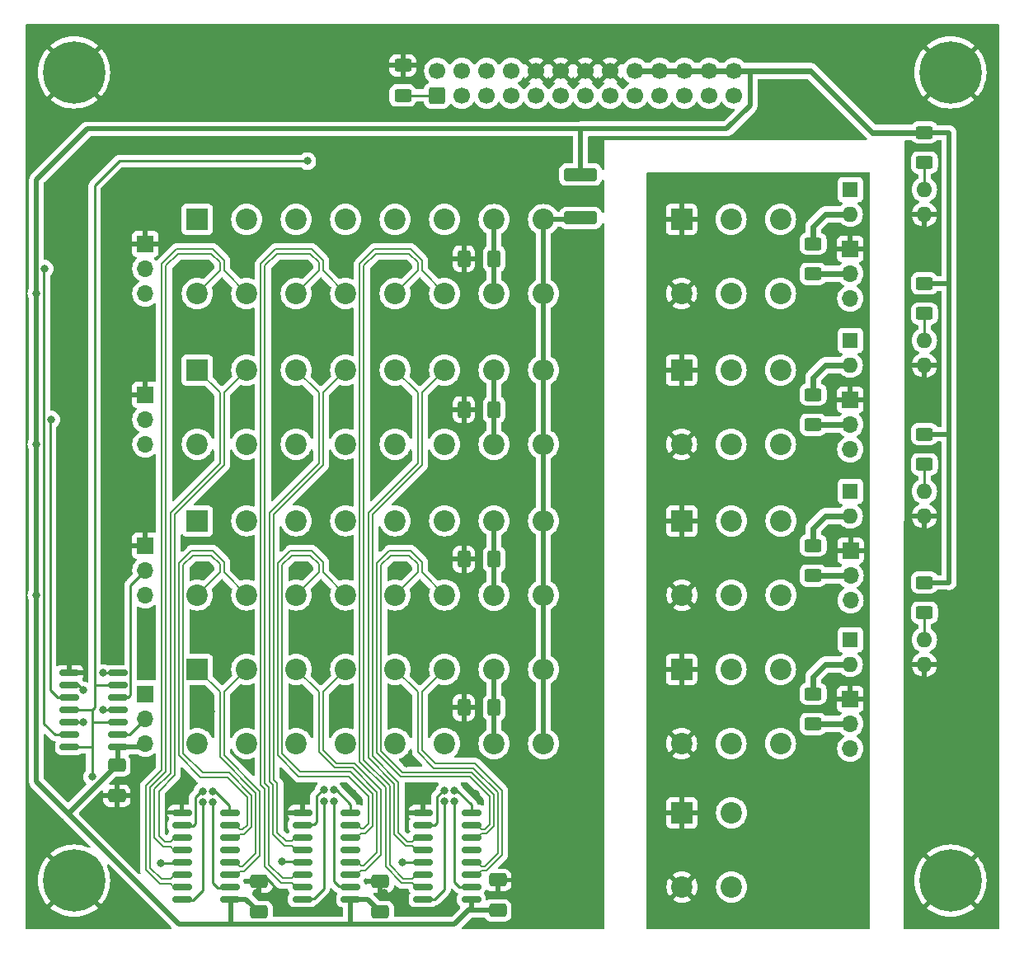
<source format=gbr>
%TF.GenerationSoftware,KiCad,Pcbnew,7.0.7*%
%TF.CreationDate,2023-12-16T22:01:11+01:00*%
%TF.ProjectId,BOB4AXIS,424f4234-4158-4495-932e-6b696361645f,rev?*%
%TF.SameCoordinates,Original*%
%TF.FileFunction,Copper,L2,Bot*%
%TF.FilePolarity,Positive*%
%FSLAX46Y46*%
G04 Gerber Fmt 4.6, Leading zero omitted, Abs format (unit mm)*
G04 Created by KiCad (PCBNEW 7.0.7) date 2023-12-16 22:01:11*
%MOMM*%
%LPD*%
G01*
G04 APERTURE LIST*
G04 Aperture macros list*
%AMRoundRect*
0 Rectangle with rounded corners*
0 $1 Rounding radius*
0 $2 $3 $4 $5 $6 $7 $8 $9 X,Y pos of 4 corners*
0 Add a 4 corners polygon primitive as box body*
4,1,4,$2,$3,$4,$5,$6,$7,$8,$9,$2,$3,0*
0 Add four circle primitives for the rounded corners*
1,1,$1+$1,$2,$3*
1,1,$1+$1,$4,$5*
1,1,$1+$1,$6,$7*
1,1,$1+$1,$8,$9*
0 Add four rect primitives between the rounded corners*
20,1,$1+$1,$2,$3,$4,$5,0*
20,1,$1+$1,$4,$5,$6,$7,0*
20,1,$1+$1,$6,$7,$8,$9,0*
20,1,$1+$1,$8,$9,$2,$3,0*%
G04 Aperture macros list end*
%TA.AperFunction,SMDPad,CuDef*%
%ADD10RoundRect,0.250000X0.625000X-0.400000X0.625000X0.400000X-0.625000X0.400000X-0.625000X-0.400000X0*%
%TD*%
%TA.AperFunction,ComponentPad*%
%ADD11C,2.200000*%
%TD*%
%TA.AperFunction,ComponentPad*%
%ADD12R,2.200000X2.200000*%
%TD*%
%TA.AperFunction,ComponentPad*%
%ADD13C,0.800000*%
%TD*%
%TA.AperFunction,ComponentPad*%
%ADD14C,6.400000*%
%TD*%
%TA.AperFunction,ComponentPad*%
%ADD15R,1.700000X1.700000*%
%TD*%
%TA.AperFunction,ComponentPad*%
%ADD16O,1.700000X1.700000*%
%TD*%
%TA.AperFunction,ComponentPad*%
%ADD17R,1.600000X1.600000*%
%TD*%
%TA.AperFunction,ComponentPad*%
%ADD18O,1.600000X1.600000*%
%TD*%
%TA.AperFunction,ComponentPad*%
%ADD19RoundRect,0.250000X0.600000X-0.600000X0.600000X0.600000X-0.600000X0.600000X-0.600000X-0.600000X0*%
%TD*%
%TA.AperFunction,ComponentPad*%
%ADD20C,1.700000*%
%TD*%
%TA.AperFunction,SMDPad,CuDef*%
%ADD21RoundRect,0.250000X0.400000X0.625000X-0.400000X0.625000X-0.400000X-0.625000X0.400000X-0.625000X0*%
%TD*%
%TA.AperFunction,SMDPad,CuDef*%
%ADD22RoundRect,0.250000X0.650000X-0.412500X0.650000X0.412500X-0.650000X0.412500X-0.650000X-0.412500X0*%
%TD*%
%TA.AperFunction,SMDPad,CuDef*%
%ADD23RoundRect,0.250000X-0.625000X0.400000X-0.625000X-0.400000X0.625000X-0.400000X0.625000X0.400000X0*%
%TD*%
%TA.AperFunction,SMDPad,CuDef*%
%ADD24RoundRect,0.250000X-1.450000X0.400000X-1.450000X-0.400000X1.450000X-0.400000X1.450000X0.400000X0*%
%TD*%
%TA.AperFunction,SMDPad,CuDef*%
%ADD25RoundRect,0.150000X-0.825000X-0.150000X0.825000X-0.150000X0.825000X0.150000X-0.825000X0.150000X0*%
%TD*%
%TA.AperFunction,SMDPad,CuDef*%
%ADD26RoundRect,0.250000X-0.650000X0.412500X-0.650000X-0.412500X0.650000X-0.412500X0.650000X0.412500X0*%
%TD*%
%TA.AperFunction,ViaPad*%
%ADD27C,0.800000*%
%TD*%
%TA.AperFunction,Conductor*%
%ADD28C,0.250000*%
%TD*%
%TA.AperFunction,Conductor*%
%ADD29C,0.508000*%
%TD*%
%TA.AperFunction,Conductor*%
%ADD30C,0.630000*%
%TD*%
%TA.AperFunction,Conductor*%
%ADD31C,0.500000*%
%TD*%
%TA.AperFunction,Conductor*%
%ADD32C,0.200000*%
%TD*%
G04 APERTURE END LIST*
D10*
%TO.P,R13,1*%
%TO.N,ENA*%
X38760400Y-7366000D03*
%TO.P,R13,2*%
%TO.N,GND*%
X38760400Y-4266000D03*
%TD*%
D11*
%TO.P,J5,1,Pin_1*%
%TO.N,ENA1-*%
X17652959Y-27715433D03*
D12*
X17652959Y-20095417D03*
D11*
%TO.P,J5,2,Pin_2*%
%TO.N,ENA1+*%
X22732970Y-27715433D03*
X22732970Y-20095417D03*
%TO.P,J5,3,Pin_3*%
%TO.N,STEP1-*%
X27812980Y-27715433D03*
X27812980Y-20095417D03*
%TO.P,J5,4,Pin_4*%
%TO.N,STEP1+*%
X32892990Y-27701209D03*
X32892990Y-20095417D03*
%TO.P,J5,5,Pin_5*%
%TO.N,DIR1-*%
X37973000Y-27715433D03*
X37973000Y-20095417D03*
%TO.P,J5,6,Pin_6*%
%TO.N,DIR1+*%
X43053010Y-27715433D03*
X43053010Y-20095417D03*
%TO.P,J5,7,Pin_7*%
%TO.N,ALARM1*%
X48133020Y-27725339D03*
X48133020Y-20105323D03*
%TO.P,J5,8,Pin_8*%
%TO.N,5V_Fused*%
X53213031Y-27720259D03*
X53213031Y-20100243D03*
%TD*%
D13*
%TO.P,H3,1,1*%
%TO.N,GND*%
X92600000Y-5000000D03*
X93302944Y-3302944D03*
X93302944Y-6697056D03*
X95000000Y-2600000D03*
D14*
X95000000Y-5000000D03*
D13*
X95000000Y-7400000D03*
X96697056Y-3302944D03*
X96697056Y-6697056D03*
X97400000Y-5000000D03*
%TD*%
D15*
%TO.P,JP6,1,A*%
%TO.N,GND*%
X12319000Y-38100000D03*
D16*
%TO.P,JP6,2,C*%
%TO.N,Net-(JP6-C)*%
X12319000Y-40640000D03*
%TO.P,JP6,3,B*%
%TO.N,+5V*%
X12319000Y-43180000D03*
%TD*%
D11*
%TO.P,J8,1,Pin_1*%
%TO.N,ENA4-*%
X17652949Y-73914016D03*
D12*
X17652949Y-66294000D03*
D11*
%TO.P,J8,2,Pin_2*%
%TO.N,ENA4+*%
X22732960Y-73914016D03*
X22732960Y-66294000D03*
%TO.P,J8,3,Pin_3*%
%TO.N,STEP4-*%
X27812970Y-73914016D03*
X27812970Y-66294000D03*
%TO.P,J8,4,Pin_4*%
%TO.N,STEP4+*%
X32892980Y-73899792D03*
X32892980Y-66294000D03*
%TO.P,J8,5,Pin_5*%
%TO.N,DIR4-*%
X37972990Y-73914016D03*
X37972990Y-66294000D03*
%TO.P,J8,6,Pin_6*%
%TO.N,DIR4+*%
X43053000Y-73914016D03*
X43053000Y-66294000D03*
%TO.P,J8,7,Pin_7*%
%TO.N,ALARM4*%
X48133010Y-73923922D03*
X48133010Y-66303906D03*
%TO.P,J8,8,Pin_8*%
%TO.N,5V_Fused*%
X53213021Y-73918842D03*
X53213021Y-66298826D03*
%TD*%
D15*
%TO.P,JP3,1,A*%
%TO.N,GND1*%
X84734000Y-54117000D03*
D16*
%TO.P,JP3,2,C*%
%TO.N,Net-(JP3-C)*%
X84734000Y-56657000D03*
%TO.P,JP3,3,B*%
%TO.N,+24V*%
X84734000Y-59197000D03*
%TD*%
D15*
%TO.P,JP8,1,A*%
%TO.N,GND*%
X12319000Y-68834000D03*
D16*
%TO.P,JP8,2,C*%
%TO.N,Net-(JP8-C)*%
X12319000Y-71374000D03*
%TO.P,JP8,3,B*%
%TO.N,+5V*%
X12319000Y-73914000D03*
%TD*%
D11*
%TO.P,J1,1,Pin_1*%
%TO.N,GND1*%
X67380985Y-27703013D03*
D12*
X67380985Y-20082997D03*
D11*
%TO.P,J1,2,Pin_2*%
%TO.N,+24V*%
X72460995Y-27703013D03*
X72460995Y-20082997D03*
%TO.P,J1,3,Pin_3*%
%TO.N,Net-(J1-Pin_3)*%
X77541005Y-27703013D03*
X77541005Y-20082997D03*
%TD*%
D17*
%TO.P,U3,1*%
%TO.N,Net-(J3-Pin_3)*%
X84709000Y-48006000D03*
D18*
%TO.P,U3,2*%
%TO.N,Net-(R5-Pad1)*%
X84709000Y-50546000D03*
%TO.P,U3,3*%
%TO.N,GND*%
X92329000Y-50546000D03*
%TO.P,U3,4*%
%TO.N,HOME3*%
X92329000Y-48006000D03*
%TD*%
D13*
%TO.P,H1,1,1*%
%TO.N,GND*%
X2600000Y-5000000D03*
X3302944Y-3302944D03*
X3302944Y-6697056D03*
X5000000Y-2600000D03*
D14*
X5000000Y-5000000D03*
D13*
X5000000Y-7400000D03*
X6697056Y-3302944D03*
X6697056Y-6697056D03*
X7400000Y-5000000D03*
%TD*%
D17*
%TO.P,U1,1*%
%TO.N,Net-(J1-Pin_3)*%
X84709000Y-17018000D03*
D18*
%TO.P,U1,2*%
%TO.N,Net-(R1-Pad1)*%
X84709000Y-19558000D03*
%TO.P,U1,3*%
%TO.N,GND*%
X92329000Y-19558000D03*
%TO.P,U1,4*%
%TO.N,HOME1*%
X92329000Y-17018000D03*
%TD*%
D11*
%TO.P,J6,1,Pin_1*%
%TO.N,ENA2-*%
X17652928Y-43175190D03*
D12*
X17652928Y-35555174D03*
D11*
%TO.P,J6,2,Pin_2*%
%TO.N,ENA2+*%
X22732939Y-43175190D03*
X22732939Y-35555174D03*
%TO.P,J6,3,Pin_3*%
%TO.N,STEP2-*%
X27812949Y-43175190D03*
X27812949Y-35555174D03*
%TO.P,J6,4,Pin_4*%
%TO.N,STEP2+*%
X32892959Y-43160966D03*
X32892959Y-35555174D03*
%TO.P,J6,5,Pin_5*%
%TO.N,DIR2-*%
X37972969Y-43175190D03*
X37972969Y-35555174D03*
%TO.P,J6,6,Pin_6*%
%TO.N,DIR2+*%
X43052979Y-43175190D03*
X43052979Y-35555174D03*
%TO.P,J6,7,Pin_7*%
%TO.N,ALARM2*%
X48132989Y-43185096D03*
X48132989Y-35565080D03*
%TO.P,J6,8,Pin_8*%
%TO.N,5V_Fused*%
X53213000Y-43180016D03*
X53213000Y-35560000D03*
%TD*%
D19*
%TO.P,J9,1,Pin_1*%
%TO.N,ENA*%
X42291000Y-7366000D03*
D20*
%TO.P,J9,2,Pin_2*%
%TO.N,HOME4*%
X42291000Y-4826000D03*
%TO.P,J9,3,Pin_3*%
%TO.N,STEP1*%
X44831000Y-7366000D03*
%TO.P,J9,4,Pin_4*%
%TO.N,HOME3*%
X44831000Y-4826000D03*
%TO.P,J9,5,Pin_5*%
%TO.N,STEP2*%
X47371000Y-7366000D03*
%TO.P,J9,6,Pin_6*%
%TO.N,HOME2*%
X47371000Y-4826000D03*
%TO.P,J9,7,Pin_7*%
%TO.N,STEP3*%
X49911000Y-7366000D03*
%TO.P,J9,8,Pin_8*%
%TO.N,HOME1*%
X49911000Y-4826000D03*
%TO.P,J9,9,Pin_9*%
%TO.N,STEP4*%
X52451000Y-7366000D03*
%TO.P,J9,10,Pin_10*%
%TO.N,GND*%
X52451000Y-4826000D03*
%TO.P,J9,11,Pin_11*%
%TO.N,DIR1*%
X54991000Y-7366000D03*
%TO.P,J9,12,Pin_12*%
%TO.N,GND*%
X54991000Y-4826000D03*
%TO.P,J9,13,Pin_13*%
%TO.N,DIR2*%
X57531000Y-7366000D03*
%TO.P,J9,14,Pin_14*%
%TO.N,GND*%
X57531000Y-4826000D03*
%TO.P,J9,15,Pin_15*%
%TO.N,DIR3*%
X60071000Y-7366000D03*
%TO.P,J9,16,Pin_16*%
%TO.N,GND*%
X60071000Y-4826000D03*
%TO.P,J9,17,Pin_17*%
%TO.N,DIR4*%
X62611000Y-7366000D03*
%TO.P,J9,18,Pin_18*%
%TO.N,+5V*%
X62611000Y-4826000D03*
%TO.P,J9,19,Pin_19*%
%TO.N,ALARM1*%
X65151000Y-7366000D03*
%TO.P,J9,20,Pin_20*%
%TO.N,+5V*%
X65151000Y-4826000D03*
%TO.P,J9,21,Pin_21*%
%TO.N,ALARM2*%
X67691000Y-7366000D03*
%TO.P,J9,22,Pin_22*%
%TO.N,+5V*%
X67691000Y-4826000D03*
%TO.P,J9,23,Pin_23*%
%TO.N,ALARM3*%
X70231000Y-7366000D03*
%TO.P,J9,24,Pin_24*%
%TO.N,+5V*%
X70231000Y-4826000D03*
%TO.P,J9,25,Pin_25*%
%TO.N,ALARM4*%
X72771000Y-7366000D03*
%TO.P,J9,26,Pin_26*%
%TO.N,+5V*%
X72771000Y-4826000D03*
%TD*%
D15*
%TO.P,JP2,1,A*%
%TO.N,GND1*%
X84709000Y-38608000D03*
D16*
%TO.P,JP2,2,C*%
%TO.N,Net-(JP2-C)*%
X84709000Y-41148000D03*
%TO.P,JP2,3,B*%
%TO.N,+24V*%
X84709000Y-43688000D03*
%TD*%
D15*
%TO.P,JP7,1,A*%
%TO.N,GND*%
X12319000Y-53594000D03*
D16*
%TO.P,JP7,2,C*%
%TO.N,Net-(JP7-C)*%
X12319000Y-56134000D03*
%TO.P,JP7,3,B*%
%TO.N,+5V*%
X12319000Y-58674000D03*
%TD*%
%TO.P,JP4,3,B*%
%TO.N,+24V*%
X84709000Y-74422000D03*
%TO.P,JP4,2,C*%
%TO.N,Net-(JP4-C)*%
X84709000Y-71882000D03*
D15*
%TO.P,JP4,1,A*%
%TO.N,GND1*%
X84709000Y-69342000D03*
%TD*%
D11*
%TO.P,J4,1,Pin_1*%
%TO.N,GND1*%
X67380985Y-73914016D03*
D12*
X67380985Y-66294000D03*
D11*
%TO.P,J4,2,Pin_2*%
%TO.N,+24V*%
X72460995Y-73914016D03*
X72460995Y-66294000D03*
%TO.P,J4,3,Pin_3*%
%TO.N,Net-(J4-Pin_3)*%
X77541005Y-73914016D03*
X77541005Y-66294000D03*
%TD*%
%TO.P,U7,1,1*%
%TO.N,+24V*%
X72517000Y-88646000D03*
X72517000Y-81025984D03*
%TO.P,U7,2,2*%
%TO.N,GND1*%
X67436990Y-88646000D03*
D12*
X67436990Y-81025984D03*
%TD*%
D11*
%TO.P,J2,1,Pin_1*%
%TO.N,GND1*%
X67380985Y-43180016D03*
D12*
X67380985Y-35560000D03*
D11*
%TO.P,J2,2,Pin_2*%
%TO.N,+24V*%
X72460995Y-43180016D03*
X72460995Y-35560000D03*
%TO.P,J2,3,Pin_3*%
%TO.N,Net-(J2-Pin_3)*%
X77541005Y-43180016D03*
X77541005Y-35560000D03*
%TD*%
D17*
%TO.P,U4,1*%
%TO.N,Net-(J4-Pin_3)*%
X84709000Y-63246000D03*
D18*
%TO.P,U4,2*%
%TO.N,Net-(R7-Pad1)*%
X84709000Y-65786000D03*
%TO.P,U4,3*%
%TO.N,GND*%
X92329000Y-65786000D03*
%TO.P,U4,4*%
%TO.N,HOME4*%
X92329000Y-63246000D03*
%TD*%
D13*
%TO.P,H2,1,1*%
%TO.N,GND*%
X2600000Y-88000000D03*
X3302944Y-86302944D03*
X3302944Y-89697056D03*
X5000000Y-85600000D03*
D14*
X5000000Y-88000000D03*
D13*
X5000000Y-90400000D03*
X6697056Y-86302944D03*
X6697056Y-89697056D03*
X7400000Y-88000000D03*
%TD*%
D15*
%TO.P,JP1,1,A*%
%TO.N,GND1*%
X84709000Y-23114000D03*
D16*
%TO.P,JP1,2,C*%
%TO.N,Net-(JP1-C)*%
X84709000Y-25654000D03*
%TO.P,JP1,3,B*%
%TO.N,+24V*%
X84709000Y-28194000D03*
%TD*%
D13*
%TO.P,H4,1,1*%
%TO.N,GND*%
X92600000Y-88000000D03*
X93302944Y-86302944D03*
X93302944Y-89697056D03*
X95000000Y-85600000D03*
D14*
X95000000Y-88000000D03*
D13*
X95000000Y-90400000D03*
X96697056Y-86302944D03*
X96697056Y-89697056D03*
X97400000Y-88000000D03*
%TD*%
D11*
%TO.P,J7,1,Pin_1*%
%TO.N,ENA3-*%
X17652939Y-58664110D03*
D12*
X17652939Y-51044094D03*
D11*
%TO.P,J7,2,Pin_2*%
%TO.N,ENA3+*%
X22732950Y-58664110D03*
X22732950Y-51044094D03*
%TO.P,J7,3,Pin_3*%
%TO.N,STEP3-*%
X27812960Y-58664110D03*
X27812960Y-51044094D03*
%TO.P,J7,4,Pin_4*%
%TO.N,STEP3+*%
X32892970Y-58649886D03*
X32892970Y-51044094D03*
%TO.P,J7,5,Pin_5*%
%TO.N,DIR3-*%
X37972980Y-58664110D03*
X37972980Y-51044094D03*
%TO.P,J7,6,Pin_6*%
%TO.N,DIR3+*%
X43052990Y-58664110D03*
X43052990Y-51044094D03*
%TO.P,J7,7,Pin_7*%
%TO.N,ALARM3*%
X48133000Y-58674016D03*
X48133000Y-51054000D03*
%TO.P,J7,8,Pin_8*%
%TO.N,5V_Fused*%
X53213011Y-58668936D03*
X53213011Y-51048920D03*
%TD*%
%TO.P,J3,1,Pin_1*%
%TO.N,GND1*%
X67436980Y-58674016D03*
D12*
X67436980Y-51054000D03*
D11*
%TO.P,J3,2,Pin_2*%
%TO.N,+24V*%
X72516990Y-58674016D03*
X72516990Y-51054000D03*
%TO.P,J3,3,Pin_3*%
%TO.N,Net-(J3-Pin_3)*%
X77597000Y-58674016D03*
X77597000Y-51054000D03*
%TD*%
D15*
%TO.P,JP5,1,A*%
%TO.N,GND*%
X12319000Y-22606000D03*
D16*
%TO.P,JP5,2,C*%
%TO.N,Net-(JP5-C)*%
X12319000Y-25146000D03*
%TO.P,JP5,3,B*%
%TO.N,+5V*%
X12319000Y-27686000D03*
%TD*%
D17*
%TO.P,U2,1*%
%TO.N,Net-(J2-Pin_3)*%
X84709000Y-32512000D03*
D18*
%TO.P,U2,2*%
%TO.N,Net-(R3-Pad1)*%
X84709000Y-35052000D03*
%TO.P,U2,3*%
%TO.N,GND*%
X92329000Y-35052000D03*
%TO.P,U2,4*%
%TO.N,HOME2*%
X92329000Y-32512000D03*
%TD*%
D21*
%TO.P,R10,1*%
%TO.N,ALARM1*%
X48133000Y-24130000D03*
%TO.P,R10,2*%
%TO.N,GND*%
X45033000Y-24130000D03*
%TD*%
D22*
%TO.P,C4,1*%
%TO.N,+5V*%
X36449000Y-91224500D03*
%TO.P,C4,2*%
%TO.N,GND*%
X36449000Y-88099500D03*
%TD*%
D23*
%TO.P,R1,1*%
%TO.N,Net-(R1-Pad1)*%
X80899000Y-22580000D03*
%TO.P,R1,2*%
%TO.N,Net-(JP1-C)*%
X80899000Y-25680000D03*
%TD*%
%TO.P,R7,1*%
%TO.N,Net-(R7-Pad1)*%
X80899000Y-68808000D03*
%TO.P,R7,2*%
%TO.N,Net-(JP4-C)*%
X80899000Y-71908000D03*
%TD*%
D24*
%TO.P,F1,1*%
%TO.N,+5V*%
X57023000Y-15494000D03*
%TO.P,F1,2*%
%TO.N,5V_Fused*%
X57023000Y-19944000D03*
%TD*%
D23*
%TO.P,R5,1*%
%TO.N,Net-(R5-Pad1)*%
X80899000Y-53568000D03*
%TO.P,R5,2*%
%TO.N,Net-(JP3-C)*%
X80899000Y-56668000D03*
%TD*%
D21*
%TO.P,R12,1*%
%TO.N,ALARM4*%
X48133000Y-70231000D03*
%TO.P,R12,2*%
%TO.N,GND*%
X45033000Y-70231000D03*
%TD*%
D23*
%TO.P,R8,1*%
%TO.N,+5V*%
X92329000Y-57378000D03*
%TO.P,R8,2*%
%TO.N,HOME4*%
X92329000Y-60478000D03*
%TD*%
D25*
%TO.P,U6,1,1A*%
%TO.N,STEP1*%
X28448000Y-89916000D03*
%TO.P,U6,2,1Y*%
%TO.N,STEP1+*%
X28448000Y-88646000D03*
%TO.P,U6,3,1Z*%
%TO.N,STEP1-*%
X28448000Y-87376000D03*
%TO.P,U6,4,G*%
%TO.N,ENA*%
X28448000Y-86106000D03*
%TO.P,U6,5,2Z*%
%TO.N,STEP2-*%
X28448000Y-84836000D03*
%TO.P,U6,6,2Y*%
%TO.N,STEP2+*%
X28448000Y-83566000D03*
%TO.P,U6,7,2A*%
%TO.N,STEP2*%
X28448000Y-82296000D03*
%TO.P,U6,8,GND*%
%TO.N,GND*%
X28448000Y-81026000D03*
%TO.P,U6,9,3A*%
%TO.N,STEP3*%
X33398000Y-81026000D03*
%TO.P,U6,10,3Y*%
%TO.N,STEP3+*%
X33398000Y-82296000D03*
%TO.P,U6,11,3Z*%
%TO.N,STEP3-*%
X33398000Y-83566000D03*
%TO.P,U6,12,~{G}*%
%TO.N,unconnected-(U6-~{G}-Pad12)*%
X33398000Y-84836000D03*
%TO.P,U6,13,4Z*%
%TO.N,STEP4-*%
X33398000Y-86106000D03*
%TO.P,U6,14,4Y*%
%TO.N,STEP4+*%
X33398000Y-87376000D03*
%TO.P,U6,15,4A*%
%TO.N,STEP4*%
X33398000Y-88646000D03*
%TO.P,U6,16,VDD*%
%TO.N,+5V*%
X33398000Y-89916000D03*
%TD*%
D21*
%TO.P,R11,1*%
%TO.N,ALARM3*%
X48133000Y-54991000D03*
%TO.P,R11,2*%
%TO.N,GND*%
X45033000Y-54991000D03*
%TD*%
D23*
%TO.P,R4,1*%
%TO.N,+5V*%
X92329000Y-26670000D03*
%TO.P,R4,2*%
%TO.N,HOME2*%
X92329000Y-29770000D03*
%TD*%
D26*
%TO.P,C2,1*%
%TO.N,+5V*%
X9398000Y-76161500D03*
%TO.P,C2,2*%
%TO.N,GND*%
X9398000Y-79286500D03*
%TD*%
D23*
%TO.P,R2,1*%
%TO.N,+5V*%
X92329000Y-11150000D03*
%TO.P,R2,2*%
%TO.N,HOME1*%
X92329000Y-14250000D03*
%TD*%
%TO.P,R6,1*%
%TO.N,+5V*%
X92329000Y-42138000D03*
%TO.P,R6,2*%
%TO.N,HOME3*%
X92329000Y-45238000D03*
%TD*%
D22*
%TO.P,C1,1*%
%TO.N,+5V*%
X48514000Y-91059000D03*
%TO.P,C1,2*%
%TO.N,GND*%
X48514000Y-87934000D03*
%TD*%
D25*
%TO.P,U5,1,1A*%
%TO.N,ENA1*%
X16067000Y-89886300D03*
%TO.P,U5,2,1Y*%
%TO.N,ENA1+*%
X16067000Y-88616300D03*
%TO.P,U5,3,1Z*%
%TO.N,ENA1-*%
X16067000Y-87346300D03*
%TO.P,U5,4,G*%
%TO.N,ENA*%
X16067000Y-86076300D03*
%TO.P,U5,5,2Z*%
%TO.N,ENA2-*%
X16067000Y-84806300D03*
%TO.P,U5,6,2Y*%
%TO.N,ENA2+*%
X16067000Y-83536300D03*
%TO.P,U5,7,2A*%
%TO.N,ENA2*%
X16067000Y-82266300D03*
%TO.P,U5,8,GND*%
%TO.N,GND*%
X16067000Y-80996300D03*
%TO.P,U5,9,3A*%
%TO.N,ENA3*%
X21017000Y-80996300D03*
%TO.P,U5,10,3Y*%
%TO.N,ENA3+*%
X21017000Y-82266300D03*
%TO.P,U5,11,3Z*%
%TO.N,ENA3-*%
X21017000Y-83536300D03*
%TO.P,U5,12,~{G}*%
%TO.N,unconnected-(U5-~{G}-Pad12)*%
X21017000Y-84806300D03*
%TO.P,U5,13,4Z*%
%TO.N,ENA4-*%
X21017000Y-86076300D03*
%TO.P,U5,14,4Y*%
%TO.N,ENA4+*%
X21017000Y-87346300D03*
%TO.P,U5,15,4A*%
%TO.N,ENA4*%
X21017000Y-88616300D03*
%TO.P,U5,16,VDD*%
%TO.N,+5V*%
X21017000Y-89886300D03*
%TD*%
D21*
%TO.P,R9,1*%
%TO.N,ALARM2*%
X48133000Y-39624000D03*
%TO.P,R9,2*%
%TO.N,GND*%
X45033000Y-39624000D03*
%TD*%
D22*
%TO.P,C3,1*%
%TO.N,+5V*%
X24003000Y-91224500D03*
%TO.P,C3,2*%
%TO.N,GND*%
X24003000Y-88099500D03*
%TD*%
D23*
%TO.P,R3,1*%
%TO.N,Net-(R3-Pad1)*%
X80899000Y-38074000D03*
%TO.P,R3,2*%
%TO.N,Net-(JP2-C)*%
X80899000Y-41174000D03*
%TD*%
D25*
%TO.P,U8,1*%
%TO.N,ENA*%
X4510000Y-74295000D03*
%TO.P,U8,2*%
%TO.N,Net-(JP5-C)*%
X4510000Y-73025000D03*
%TO.P,U8,3*%
%TO.N,ENA1*%
X4510000Y-71755000D03*
%TO.P,U8,4*%
%TO.N,ENA*%
X4510000Y-70485000D03*
%TO.P,U8,5*%
%TO.N,Net-(JP6-C)*%
X4510000Y-69215000D03*
%TO.P,U8,6*%
%TO.N,ENA2*%
X4510000Y-67945000D03*
%TO.P,U8,7,GND*%
%TO.N,GND*%
X4510000Y-66675000D03*
%TO.P,U8,8*%
%TO.N,ENA3*%
X9460000Y-66675000D03*
%TO.P,U8,9*%
%TO.N,ENA*%
X9460000Y-67945000D03*
%TO.P,U8,10*%
%TO.N,Net-(JP7-C)*%
X9460000Y-69215000D03*
%TO.P,U8,11*%
%TO.N,ENA4*%
X9460000Y-70485000D03*
%TO.P,U8,12*%
%TO.N,ENA*%
X9460000Y-71755000D03*
%TO.P,U8,13*%
%TO.N,Net-(JP8-C)*%
X9460000Y-73025000D03*
%TO.P,U8,14,VCC*%
%TO.N,+5V*%
X9460000Y-74295000D03*
%TD*%
%TO.P,U9,1,1A*%
%TO.N,DIR1*%
X40832000Y-89916000D03*
%TO.P,U9,2,1Y*%
%TO.N,DIR1+*%
X40832000Y-88646000D03*
%TO.P,U9,3,1Z*%
%TO.N,DIR1-*%
X40832000Y-87376000D03*
%TO.P,U9,4,G*%
%TO.N,ENA*%
X40832000Y-86106000D03*
%TO.P,U9,5,2Z*%
%TO.N,DIR2-*%
X40832000Y-84836000D03*
%TO.P,U9,6,2Y*%
%TO.N,DIR2+*%
X40832000Y-83566000D03*
%TO.P,U9,7,2A*%
%TO.N,DIR2*%
X40832000Y-82296000D03*
%TO.P,U9,8,GND*%
%TO.N,GND*%
X40832000Y-81026000D03*
%TO.P,U9,9,3A*%
%TO.N,DIR3*%
X45782000Y-81026000D03*
%TO.P,U9,10,3Y*%
%TO.N,DIR3+*%
X45782000Y-82296000D03*
%TO.P,U9,11,3Z*%
%TO.N,DIR3-*%
X45782000Y-83566000D03*
%TO.P,U9,12,~{G}*%
%TO.N,unconnected-(U9-~{G}-Pad12)*%
X45782000Y-84836000D03*
%TO.P,U9,13,4Z*%
%TO.N,DIR4-*%
X45782000Y-86106000D03*
%TO.P,U9,14,4Y*%
%TO.N,DIR4+*%
X45782000Y-87376000D03*
%TO.P,U9,15,4A*%
%TO.N,DIR4*%
X45782000Y-88646000D03*
%TO.P,U9,16,VDD*%
%TO.N,+5V*%
X45782000Y-89916000D03*
%TD*%
D27*
%TO.N,GND1*%
X75184000Y-69596000D03*
X74930000Y-54483000D03*
X75057000Y-23876000D03*
X75057000Y-39243000D03*
%TO.N,+5V*%
X1143000Y-27686000D03*
X1143000Y-43180000D03*
X1143000Y-58674000D03*
%TO.N,GND*%
X36830000Y-89281000D03*
X33147000Y-46863000D03*
X42926000Y-70104000D03*
X3556000Y-77216000D03*
X40640000Y-78867000D03*
X33147000Y-62230000D03*
X18796000Y-56007000D03*
X26162000Y-47117000D03*
X33274000Y-70104000D03*
X26797000Y-31242000D03*
X21463000Y-70612000D03*
X23749000Y-89281000D03*
X11049000Y-80899000D03*
X5334000Y-65024000D03*
X27686000Y-62484000D03*
X23114000Y-76327000D03*
X38735000Y-8890000D03*
X8763000Y-64897000D03*
X33655000Y-78994000D03*
X33274000Y-39243000D03*
X27432000Y-56007000D03*
X33020000Y-54991000D03*
X37592000Y-56261000D03*
X28223000Y-78833200D03*
X27432000Y-70358000D03*
X46228000Y-79121000D03*
X20320000Y-47498000D03*
X39116000Y-75946000D03*
X19050000Y-70612000D03*
X20320000Y-62611000D03*
X20320000Y-31242000D03*
X37719000Y-70104000D03*
X78359000Y-9398000D03*
X15777000Y-78930500D03*
X33147000Y-31115000D03*
X12065000Y-63754000D03*
X22606000Y-39370000D03*
%TO.N,ENA*%
X13872000Y-86169500D03*
X26318000Y-86072200D03*
X28956000Y-14097000D03*
X6858000Y-77343000D03*
X38735000Y-86106000D03*
%TO.N,STEP1*%
X30636000Y-79849200D03*
%TO.N,DIR1*%
X43053000Y-79883000D03*
%TO.N,DIR2*%
X43053000Y-78740000D03*
%TO.N,STEP2*%
X30636000Y-78706200D03*
%TO.N,STEP3*%
X31652000Y-78706200D03*
%TO.N,DIR3*%
X44069000Y-78740000D03*
%TO.N,DIR4*%
X44069000Y-79883000D03*
%TO.N,STEP4*%
X31652000Y-79849200D03*
%TO.N,Net-(JP5-C)*%
X1992500Y-25146000D03*
%TO.N,Net-(JP6-C)*%
X2667000Y-40640000D03*
%TO.N,ENA1*%
X18190000Y-79946500D03*
X5969000Y-71755000D03*
%TO.N,ENA2*%
X5969000Y-68453000D03*
X18190000Y-78803500D03*
%TO.N,ENA3*%
X8001000Y-66675000D03*
X19206000Y-78803500D03*
%TO.N,ENA4*%
X8001000Y-70485000D03*
X19206000Y-79946500D03*
%TD*%
D28*
%TO.N,GND*%
X24815000Y-87807000D02*
X24892000Y-87884000D01*
X24892000Y-87884000D02*
X25400000Y-88392000D01*
X25400000Y-88392000D02*
X25400000Y-88519000D01*
X23749000Y-87807000D02*
X24815000Y-87807000D01*
%TO.N,ENA*%
X38760400Y-7366000D02*
X42291000Y-7366000D01*
%TO.N,5V_Fused*%
X53213021Y-20100253D02*
X53213031Y-20100243D01*
D29*
X57014757Y-20100243D02*
X53213031Y-20100243D01*
D28*
X57023000Y-20092000D02*
X57014757Y-20100243D01*
D29*
X53213021Y-73918842D02*
X53213021Y-20100253D01*
D30*
%TO.N,Net-(JP1-C)*%
X84709000Y-25654000D02*
X80925000Y-25654000D01*
D28*
X80925000Y-25654000D02*
X80899000Y-25680000D01*
D30*
%TO.N,Net-(JP2-C)*%
X84709000Y-41148000D02*
X80925000Y-41148000D01*
%TO.N,Net-(JP3-C)*%
X84709000Y-56642000D02*
X80925000Y-56642000D01*
%TO.N,Net-(JP4-C)*%
X84709000Y-71882000D02*
X80925000Y-71882000D01*
%TO.N,Net-(R1-Pad1)*%
X82169000Y-19558000D02*
X84709000Y-19558000D01*
X80899000Y-20828000D02*
X82169000Y-19558000D01*
D28*
X81179000Y-22606000D02*
X81153000Y-22580000D01*
D30*
X80899000Y-22580000D02*
X80899000Y-20828000D01*
D31*
%TO.N,+5V*%
X33274000Y-92456000D02*
X21082000Y-92456000D01*
D29*
X72009000Y-10795000D02*
X74422000Y-8382000D01*
D31*
X21082000Y-89951300D02*
X21017000Y-89886300D01*
X21082000Y-92456000D02*
X15748000Y-92456000D01*
X44069000Y-92456000D02*
X33401000Y-92456000D01*
D28*
X92355000Y-11176000D02*
X92329000Y-11150000D01*
D29*
X74422000Y-8382000D02*
X74422000Y-4953000D01*
D30*
X86969000Y-11150000D02*
X92329000Y-11150000D01*
D31*
X22664800Y-89886300D02*
X24003000Y-91224500D01*
X15748000Y-92456000D02*
X4381500Y-81089500D01*
X45782000Y-89916000D02*
X45782000Y-90613000D01*
X1143000Y-43180000D02*
X1143000Y-27686000D01*
D29*
X57023000Y-10795000D02*
X72009000Y-10795000D01*
D31*
X9460000Y-76011000D02*
X9460000Y-74295000D01*
X92329000Y-57378000D02*
X94843000Y-57378000D01*
X94869000Y-11176000D02*
X92355000Y-11176000D01*
X1143000Y-77851000D02*
X4381500Y-81089500D01*
D29*
X57023000Y-10795000D02*
X57023000Y-15494000D01*
D30*
X62611000Y-4826000D02*
X74295000Y-4826000D01*
D31*
X1143000Y-16002000D02*
X6350000Y-10795000D01*
X35140500Y-89916000D02*
X36449000Y-91224500D01*
X94869000Y-41910000D02*
X94869000Y-26670000D01*
X92329000Y-26670000D02*
X94869000Y-26670000D01*
X45466000Y-91059000D02*
X44069000Y-92456000D01*
D30*
X80645000Y-4826000D02*
X86969000Y-11150000D01*
D31*
X45466000Y-91059000D02*
X48729500Y-91059000D01*
X33401000Y-92456000D02*
X33401000Y-89919000D01*
X1143000Y-58674000D02*
X1143000Y-77851000D01*
X21082000Y-91059000D02*
X21082000Y-89951300D01*
X21082000Y-92456000D02*
X21082000Y-91059000D01*
X9460000Y-74295000D02*
X11938000Y-74295000D01*
X33398000Y-89916000D02*
X35140500Y-89916000D01*
X11938000Y-74295000D02*
X12319000Y-73914000D01*
X94869000Y-26670000D02*
X94869000Y-11176000D01*
D30*
X74295000Y-4826000D02*
X80645000Y-4826000D01*
D31*
X6350000Y-10795000D02*
X57023000Y-10795000D01*
X1143000Y-27686000D02*
X1143000Y-16002000D01*
X48729500Y-91059000D02*
X48768000Y-91097500D01*
X45782000Y-90613000D02*
X45782000Y-90743000D01*
X94869000Y-57404000D02*
X94869000Y-41910000D01*
D29*
X74422000Y-4953000D02*
X74295000Y-4826000D01*
D31*
X4381500Y-81089500D02*
X9460000Y-76011000D01*
X45782000Y-90743000D02*
X45466000Y-91059000D01*
X33401000Y-89919000D02*
X33398000Y-89916000D01*
D28*
X94641000Y-42138000D02*
X94869000Y-41910000D01*
X94843000Y-57378000D02*
X94869000Y-57404000D01*
D31*
X92329000Y-42138000D02*
X94641000Y-42138000D01*
X1143000Y-58674000D02*
X1143000Y-43180000D01*
X21017000Y-89886300D02*
X22664800Y-89886300D01*
D30*
%TO.N,Net-(R3-Pad1)*%
X80899000Y-36322000D02*
X82169000Y-35052000D01*
D28*
X81407000Y-38074000D02*
X81433000Y-38100000D01*
D30*
X80899000Y-38074000D02*
X80899000Y-36322000D01*
X82169000Y-35052000D02*
X84709000Y-35052000D01*
%TO.N,Net-(R5-Pad1)*%
X82169000Y-50546000D02*
X84709000Y-50546000D01*
X80899000Y-51816000D02*
X82169000Y-50546000D01*
D28*
X80899000Y-53568000D02*
X80925000Y-53594000D01*
D30*
X80899000Y-53568000D02*
X80899000Y-51816000D01*
%TO.N,Net-(R7-Pad1)*%
X80899000Y-67056000D02*
X82169000Y-65786000D01*
D28*
X80899000Y-68808000D02*
X80925000Y-68834000D01*
D30*
X82169000Y-65786000D02*
X84709000Y-65786000D01*
X80899000Y-68808000D02*
X80899000Y-67056000D01*
D28*
%TO.N,HOME1*%
X92329000Y-17018000D02*
X92329000Y-14250000D01*
%TO.N,HOME2*%
X92329000Y-32512000D02*
X92329000Y-29770000D01*
%TO.N,HOME3*%
X92329000Y-48006000D02*
X92329000Y-45238000D01*
%TO.N,HOME4*%
X92329000Y-63246000D02*
X92329000Y-60478000D01*
%TO.N,ENA*%
X40832000Y-86106000D02*
X38735000Y-86106000D01*
X6858000Y-70485000D02*
X7112000Y-70231000D01*
X26318000Y-86072200D02*
X26191000Y-86072200D01*
X9652000Y-14097000D02*
X28956000Y-14097000D01*
X15969000Y-86169500D02*
X13872000Y-86169500D01*
X28956000Y-14097000D02*
X28829000Y-14097000D01*
X4510000Y-74295000D02*
X6858000Y-74295000D01*
X6858000Y-73660000D02*
X6858000Y-77343000D01*
X6858000Y-74295000D02*
X6858000Y-73660000D01*
X13872000Y-86169500D02*
X13745000Y-86169500D01*
X28415000Y-86072200D02*
X26318000Y-86072200D01*
X6858000Y-71755000D02*
X6858000Y-70485000D01*
X7112000Y-70231000D02*
X7112000Y-16637000D01*
X38735000Y-86106000D02*
X38608000Y-86106000D01*
X7112000Y-16637000D02*
X9652000Y-14097000D01*
X9460000Y-71755000D02*
X6858000Y-71755000D01*
X4510000Y-70485000D02*
X6858000Y-70485000D01*
X6858000Y-73660000D02*
X6858000Y-71755000D01*
X9460000Y-67945000D02*
X7112000Y-67945000D01*
X6858000Y-77343000D02*
X6858000Y-77089000D01*
%TO.N,STEP1*%
X29620000Y-89882200D02*
X30636000Y-88866200D01*
X28415000Y-89882200D02*
X29620000Y-89882200D01*
X30636000Y-79849200D02*
X30636000Y-79976200D01*
X30636000Y-88866200D02*
X30636000Y-79849200D01*
%TO.N,DIR1*%
X43053000Y-88900000D02*
X43053000Y-79883000D01*
X40832000Y-89916000D02*
X42037000Y-89916000D01*
X42037000Y-89916000D02*
X43053000Y-88900000D01*
X43053000Y-79883000D02*
X43053000Y-80010000D01*
%TO.N,DIR2*%
X40832000Y-82296000D02*
X42037000Y-82296000D01*
X42291000Y-82042000D02*
X42291000Y-79375000D01*
X42926000Y-78740000D02*
X43053000Y-78740000D01*
X42291000Y-79375000D02*
X42926000Y-78740000D01*
X42037000Y-82296000D02*
X42291000Y-82042000D01*
X43053000Y-78740000D02*
X43053000Y-78613000D01*
X43053000Y-78613000D02*
X43053000Y-78613000D01*
%TO.N,STEP2*%
X28415000Y-82262200D02*
X29620000Y-82262200D01*
X30636000Y-78579200D02*
X30636000Y-78579200D01*
X29620000Y-82262200D02*
X29874000Y-82008200D01*
X30509000Y-78706200D02*
X30636000Y-78706200D01*
X29874000Y-82008200D02*
X29874000Y-79341200D01*
X29874000Y-79341200D02*
X30509000Y-78706200D01*
X30636000Y-78706200D02*
X30636000Y-78579200D01*
%TO.N,STEP3*%
X31906000Y-78706200D02*
X31652000Y-78706200D01*
X33365000Y-80165200D02*
X31906000Y-78706200D01*
X33365000Y-80992200D02*
X33365000Y-80165200D01*
%TO.N,DIR3*%
X44323000Y-78740000D02*
X44069000Y-78740000D01*
X45782000Y-81026000D02*
X45782000Y-80199000D01*
X45782000Y-80199000D02*
X44323000Y-78740000D01*
%TO.N,DIR4*%
X45782000Y-88646000D02*
X44577000Y-88646000D01*
X44069000Y-79883000D02*
X43942000Y-80010000D01*
X44069000Y-88138000D02*
X44069000Y-79883000D01*
X44577000Y-88646000D02*
X44069000Y-88138000D01*
%TO.N,STEP4*%
X31652000Y-79849200D02*
X31525000Y-79976200D01*
X31652000Y-88104200D02*
X31652000Y-79849200D01*
X32160000Y-88612200D02*
X31652000Y-88104200D01*
X33365000Y-88612200D02*
X32160000Y-88612200D01*
D29*
%TO.N,ALARM1*%
X48133000Y-27725319D02*
X48133000Y-20210948D01*
X48133020Y-27725339D02*
X48133000Y-27725319D01*
D28*
X48133010Y-20105333D02*
X48133020Y-20105323D01*
D29*
%TO.N,ALARM2*%
X48132989Y-35704959D02*
X48133000Y-35704948D01*
X48132989Y-43185096D02*
X48132989Y-35704959D01*
%TO.N,ALARM3*%
X48133000Y-58674016D02*
X48133000Y-51198948D01*
%TO.N,ALARM4*%
X48133010Y-73923922D02*
X48133010Y-66303906D01*
D32*
%TO.N,ENA2-*%
X17652969Y-35555174D02*
X19967974Y-37870179D01*
X19967974Y-37870179D02*
X19967974Y-45118826D01*
X19967974Y-45118826D02*
X14888000Y-50198800D01*
X13266000Y-78617800D02*
X13266000Y-83595700D01*
X13266000Y-83595700D02*
X14159800Y-84489500D01*
X14888000Y-50198800D02*
X14888000Y-76995800D01*
X14888000Y-76995800D02*
X13266000Y-78617800D01*
X14159800Y-84489500D02*
X14884000Y-84489500D01*
X15294000Y-84899500D02*
X15969000Y-84899500D01*
X14884000Y-84489500D02*
X15294000Y-84899500D01*
%TO.N,ENA2+*%
X15338000Y-77182200D02*
X13716000Y-78804200D01*
X13716000Y-83409300D02*
X14346200Y-84039500D01*
X14884000Y-84039500D02*
X15294000Y-83629500D01*
X15294000Y-83629500D02*
X15969000Y-83629500D01*
X20417974Y-37870179D02*
X20417974Y-45305226D01*
X14346200Y-84039500D02*
X14884000Y-84039500D01*
X13716000Y-78804200D02*
X13716000Y-83409300D01*
X22732979Y-35555174D02*
X20417974Y-37870179D01*
X20417974Y-45305226D02*
X15338000Y-50385200D01*
X15338000Y-50385200D02*
X15338000Y-77182200D01*
%TO.N,STEP2-*%
X30127974Y-45118826D02*
X25048000Y-50198800D01*
X26605800Y-84392200D02*
X27330000Y-84392200D01*
X30127974Y-37870179D02*
X30127974Y-45118826D01*
X25048000Y-77817200D02*
X25429000Y-78198200D01*
X25048000Y-50198800D02*
X25048000Y-77817200D01*
X27740000Y-84802200D02*
X28415000Y-84802200D01*
X25429000Y-83215400D02*
X26605800Y-84392200D01*
X27812969Y-35555174D02*
X30127974Y-37870179D01*
X25429000Y-78198200D02*
X25429000Y-83215400D01*
X27330000Y-84392200D02*
X27740000Y-84802200D01*
%TO.N,STEP2+*%
X25498000Y-77630800D02*
X25879000Y-78011800D01*
X30577974Y-37870179D02*
X30577974Y-45305226D01*
X27740000Y-83532200D02*
X28415000Y-83532200D01*
X27330000Y-83942200D02*
X27740000Y-83532200D01*
X26792200Y-83942200D02*
X27330000Y-83942200D01*
X32892979Y-35555174D02*
X30577974Y-37870179D01*
X25879000Y-78011800D02*
X25879000Y-83029000D01*
X30577974Y-45305226D02*
X25498000Y-50385200D01*
X25498000Y-50385200D02*
X25498000Y-77630800D01*
X25879000Y-83029000D02*
X26792200Y-83942200D01*
%TO.N,DIR2-*%
X39747000Y-84426000D02*
X40157000Y-84836000D01*
X40287974Y-37870179D02*
X40287974Y-45118826D01*
X37875000Y-78071200D02*
X37875000Y-83278200D01*
X35208000Y-50198800D02*
X35208000Y-75404200D01*
X35208000Y-75404200D02*
X37875000Y-78071200D01*
X40157000Y-84836000D02*
X40832000Y-84836000D01*
X39022800Y-84426000D02*
X39747000Y-84426000D01*
X37875000Y-83278200D02*
X39022800Y-84426000D01*
X37972969Y-35555174D02*
X40287974Y-37870179D01*
X40287974Y-45118826D02*
X35208000Y-50198800D01*
%TO.N,DIR2+*%
X38325000Y-77884800D02*
X38325000Y-83091800D01*
X35658000Y-75217800D02*
X38325000Y-77884800D01*
X39747000Y-83976000D02*
X40157000Y-83566000D01*
X35658000Y-50385200D02*
X35658000Y-75217800D01*
X43052979Y-35555174D02*
X40737974Y-37870179D01*
X40157000Y-83566000D02*
X40832000Y-83566000D01*
X39209200Y-83976000D02*
X39747000Y-83976000D01*
X40737974Y-37870179D02*
X40737974Y-45305226D01*
X40737974Y-45305226D02*
X35658000Y-50385200D01*
X38325000Y-83091800D02*
X39209200Y-83976000D01*
%TO.N,ENA1-*%
X12827000Y-78423200D02*
X14449000Y-76801200D01*
X13965200Y-87849500D02*
X12827000Y-86711300D01*
X14449000Y-76801200D02*
X14449000Y-24858200D01*
X14449000Y-24858200D02*
X15714200Y-23593000D01*
X19083800Y-23593000D02*
X19967985Y-24477185D01*
X19967985Y-24477185D02*
X19967985Y-25361105D01*
X15969000Y-87439500D02*
X15294000Y-87439500D01*
X19967985Y-25361105D02*
X17652980Y-27676110D01*
X15294000Y-87439500D02*
X14884000Y-87849500D01*
X14884000Y-87849500D02*
X13965200Y-87849500D01*
X12827000Y-86711300D02*
X12827000Y-78423200D01*
X15714200Y-23593000D02*
X19083800Y-23593000D01*
%TO.N,ENA1+*%
X14884000Y-88299500D02*
X13778800Y-88299500D01*
X13999000Y-76614800D02*
X13999000Y-24671800D01*
X13778800Y-88299500D02*
X12377000Y-86897700D01*
X13999000Y-24671800D02*
X15527800Y-23143000D01*
X15969000Y-88709500D02*
X15294000Y-88709500D01*
X12377000Y-86897700D02*
X12377000Y-78236800D01*
X12377000Y-78236800D02*
X13999000Y-76614800D01*
X15294000Y-88709500D02*
X14884000Y-88299500D01*
X15527800Y-23143000D02*
X19270200Y-23143000D01*
X20417985Y-24290785D02*
X20417985Y-25361105D01*
X20417985Y-25361105D02*
X22732990Y-27676110D01*
X19270200Y-23143000D02*
X20417985Y-24290785D01*
%TO.N,STEP1-*%
X29243800Y-23593000D02*
X25874200Y-23593000D01*
X27330000Y-87752200D02*
X27740000Y-87342200D01*
X24609000Y-78011800D02*
X24990000Y-78392800D01*
X30127985Y-24477185D02*
X29243800Y-23593000D01*
X25874200Y-23593000D02*
X24609000Y-24858200D01*
X26411200Y-87752200D02*
X27330000Y-87752200D01*
X27812980Y-27676110D02*
X30127985Y-25361105D01*
X24990000Y-86331000D02*
X26411200Y-87752200D01*
X24990000Y-78392800D02*
X24990000Y-86331000D01*
X27740000Y-87342200D02*
X28415000Y-87342200D01*
X30127985Y-25361105D02*
X30127985Y-24477185D01*
X24609000Y-24858200D02*
X24609000Y-78011800D01*
%TO.N,STEP1+*%
X32892990Y-27676110D02*
X30577985Y-25361105D01*
X24540000Y-86517400D02*
X26224800Y-88202200D01*
X24159000Y-78198200D02*
X24540000Y-78579200D01*
X27740000Y-88612200D02*
X28415000Y-88612200D01*
X24540000Y-78579200D02*
X24540000Y-86517400D01*
X25687800Y-23143000D02*
X24159000Y-24671800D01*
X29430200Y-23143000D02*
X25687800Y-23143000D01*
X30577985Y-25361105D02*
X30577985Y-24290785D01*
X26224800Y-88202200D02*
X27330000Y-88202200D01*
X27330000Y-88202200D02*
X27740000Y-88612200D01*
X30577985Y-24290785D02*
X29430200Y-23143000D01*
X24159000Y-24671800D02*
X24159000Y-78198200D01*
%TO.N,DIR1-*%
X38828200Y-87786000D02*
X37436000Y-86393800D01*
X34769000Y-75598800D02*
X34769000Y-24858200D01*
X40157000Y-87376000D02*
X39747000Y-87786000D01*
X37436000Y-78265800D02*
X34769000Y-75598800D01*
X39747000Y-87786000D02*
X38828200Y-87786000D01*
X34769000Y-24858200D02*
X36034200Y-23593000D01*
X36034200Y-23593000D02*
X39403800Y-23593000D01*
X40287985Y-25361105D02*
X37972980Y-27676110D01*
X40287985Y-24477185D02*
X40287985Y-25361105D01*
X39403800Y-23593000D02*
X40287985Y-24477185D01*
X40832000Y-87376000D02*
X40157000Y-87376000D01*
X37436000Y-86393800D02*
X37436000Y-78265800D01*
%TO.N,DIR1+*%
X39747000Y-88236000D02*
X38641800Y-88236000D01*
X40832000Y-88646000D02*
X40157000Y-88646000D01*
X38641800Y-88236000D02*
X36986000Y-86580200D01*
X34319000Y-24671800D02*
X35847800Y-23143000D01*
X39590200Y-23143000D02*
X40737985Y-24290785D01*
X35847800Y-23143000D02*
X39590200Y-23143000D01*
X34319000Y-75785200D02*
X34319000Y-24671800D01*
X40737985Y-25361105D02*
X43052990Y-27676110D01*
X40157000Y-88646000D02*
X39747000Y-88236000D01*
X36986000Y-86580200D02*
X36986000Y-78452200D01*
X36986000Y-78452200D02*
X34319000Y-75785200D01*
X40737985Y-24290785D02*
X40737985Y-25361105D01*
D28*
%TO.N,Net-(JP5-C)*%
X1905000Y-25233500D02*
X1905000Y-71882000D01*
X1905000Y-71882000D02*
X3048000Y-73025000D01*
X3048000Y-73025000D02*
X4510000Y-73025000D01*
X1992500Y-25146000D02*
X1905000Y-25233500D01*
%TO.N,Net-(JP6-C)*%
X2667000Y-40640000D02*
X2540000Y-40767000D01*
X2540000Y-40767000D02*
X2540000Y-68453000D01*
X2540000Y-68453000D02*
X3302000Y-69215000D01*
X3302000Y-69215000D02*
X4510000Y-69215000D01*
%TO.N,Net-(JP7-C)*%
X10541000Y-69215000D02*
X10795000Y-68961000D01*
X10795000Y-68961000D02*
X10795000Y-57658000D01*
X10795000Y-57658000D02*
X12319000Y-56134000D01*
X9460000Y-69215000D02*
X10541000Y-69215000D01*
%TO.N,Net-(JP8-C)*%
X10668000Y-73025000D02*
X12319000Y-71374000D01*
X9460000Y-73025000D02*
X10668000Y-73025000D01*
%TO.N,ENA1*%
X15969000Y-89979500D02*
X17174000Y-89979500D01*
X4510000Y-71755000D02*
X5969000Y-71755000D01*
X18190000Y-79946500D02*
X18190000Y-80073500D01*
X18190000Y-88963500D02*
X18190000Y-79946500D01*
X5969000Y-71755000D02*
X5842000Y-71755000D01*
X17174000Y-89979500D02*
X18190000Y-88963500D01*
%TO.N,ENA2*%
X5461000Y-67945000D02*
X5969000Y-68453000D01*
X18190000Y-78676500D02*
X18190000Y-78676500D01*
X18190000Y-78803500D02*
X18190000Y-78676500D01*
X17174000Y-82359500D02*
X17428000Y-82105500D01*
X4510000Y-67945000D02*
X5461000Y-67945000D01*
X18063000Y-78803500D02*
X18190000Y-78803500D01*
X15969000Y-82359500D02*
X17174000Y-82359500D01*
X17428000Y-79438500D02*
X18063000Y-78803500D01*
X17428000Y-82105500D02*
X17428000Y-79438500D01*
%TO.N,ENA3*%
X20919000Y-81089500D02*
X20919000Y-80262500D01*
X19460000Y-78803500D02*
X19206000Y-78803500D01*
X20919000Y-80262500D02*
X19460000Y-78803500D01*
X9460000Y-66675000D02*
X8001000Y-66675000D01*
%TO.N,ENA4*%
X9460000Y-70485000D02*
X8001000Y-70485000D01*
X20919000Y-88709500D02*
X19714000Y-88709500D01*
X19714000Y-88709500D02*
X19206000Y-88201500D01*
X19206000Y-88201500D02*
X19206000Y-79946500D01*
X19206000Y-79946500D02*
X19079000Y-80073500D01*
D32*
%TO.N,ENA3-*%
X23241000Y-79218300D02*
X23241000Y-82452700D01*
X19967985Y-56349105D02*
X19967985Y-55465185D01*
X17652980Y-58664110D02*
X19967985Y-56349105D01*
X18190700Y-76927500D02*
X20950200Y-76927500D01*
X17238200Y-54581000D02*
X16227000Y-55592200D01*
X21594000Y-83629500D02*
X20919000Y-83629500D01*
X20950200Y-76927500D02*
X23241000Y-79218300D01*
X22474200Y-83219500D02*
X22004000Y-83219500D01*
X16227000Y-74963800D02*
X18190700Y-76927500D01*
X22004000Y-83219500D02*
X21594000Y-83629500D01*
X19083800Y-54581000D02*
X17238200Y-54581000D01*
X23241000Y-82452700D02*
X22474200Y-83219500D01*
X19967985Y-55465185D02*
X19083800Y-54581000D01*
X16227000Y-55592200D02*
X16227000Y-74963800D01*
%TO.N,ENA3+*%
X20417985Y-56349105D02*
X20417985Y-55278785D01*
X19270200Y-54131000D02*
X17051800Y-54131000D01*
X22732990Y-58664110D02*
X20417985Y-56349105D01*
X22791000Y-79404700D02*
X22791000Y-82266300D01*
X20763800Y-77377500D02*
X22791000Y-79404700D01*
X20417985Y-55278785D02*
X19270200Y-54131000D01*
X22004000Y-82769500D02*
X21594000Y-82359500D01*
X22287800Y-82769500D02*
X22004000Y-82769500D01*
X15777000Y-75150200D02*
X18004300Y-77377500D01*
X22791000Y-82266300D02*
X22287800Y-82769500D01*
X18004300Y-77377500D02*
X20763800Y-77377500D01*
X21594000Y-82359500D02*
X20919000Y-82359500D01*
X17051800Y-54131000D02*
X15777000Y-55405800D01*
X15777000Y-55405800D02*
X15777000Y-75150200D01*
%TO.N,STEP3-*%
X28253400Y-76830200D02*
X33396200Y-76830200D01*
X30127985Y-56349105D02*
X30127985Y-55465185D01*
X26387000Y-74963800D02*
X28253400Y-76830200D01*
X29243800Y-54581000D02*
X27398200Y-54581000D01*
X33396200Y-76830200D02*
X35687000Y-79121000D01*
X30127985Y-55465185D02*
X29243800Y-54581000D01*
X27398200Y-54581000D02*
X26387000Y-55592200D01*
X35687000Y-79121000D02*
X35687000Y-82355400D01*
X34920200Y-83122200D02*
X34450000Y-83122200D01*
X34040000Y-83532200D02*
X33365000Y-83532200D01*
X34450000Y-83122200D02*
X34040000Y-83532200D01*
X26387000Y-55592200D02*
X26387000Y-74963800D01*
X35687000Y-82355400D02*
X34920200Y-83122200D01*
X27812980Y-58664110D02*
X30127985Y-56349105D01*
%TO.N,STEP3+*%
X29430200Y-54131000D02*
X27211800Y-54131000D01*
X35237000Y-79307400D02*
X35237000Y-82169000D01*
X33209800Y-77280200D02*
X35237000Y-79307400D01*
X28067000Y-77280200D02*
X33209800Y-77280200D01*
X34450000Y-82672200D02*
X34040000Y-82262200D01*
X30577985Y-56349105D02*
X30577985Y-55278785D01*
X34733800Y-82672200D02*
X34450000Y-82672200D01*
X34040000Y-82262200D02*
X33365000Y-82262200D01*
X35237000Y-82169000D02*
X34733800Y-82672200D01*
X32892990Y-58664110D02*
X30577985Y-56349105D01*
X27211800Y-54131000D02*
X25937000Y-55405800D01*
X25937000Y-75150200D02*
X28067000Y-77280200D01*
X25937000Y-55405800D02*
X25937000Y-75150200D01*
X30577985Y-55278785D02*
X29430200Y-54131000D01*
%TO.N,DIR3-*%
X46457000Y-83566000D02*
X46867000Y-83156000D01*
X47337200Y-83156000D02*
X48104000Y-82389200D01*
X45782000Y-83566000D02*
X46457000Y-83566000D01*
X37558200Y-54581000D02*
X39403800Y-54581000D01*
X40287985Y-55465185D02*
X40287985Y-56349105D01*
X48104000Y-79154800D02*
X45813200Y-76864000D01*
X36547000Y-74682120D02*
X36547000Y-55592200D01*
X48104000Y-82389200D02*
X48104000Y-79154800D01*
X38728880Y-76864000D02*
X36547000Y-74682120D01*
X40287985Y-56349105D02*
X37972980Y-58664110D01*
X45813200Y-76864000D02*
X38728880Y-76864000D01*
X39403800Y-54581000D02*
X40287985Y-55465185D01*
X36547000Y-55592200D02*
X37558200Y-54581000D01*
X46867000Y-83156000D02*
X47337200Y-83156000D01*
%TO.N,DIR3+*%
X46457000Y-82296000D02*
X46867000Y-82706000D01*
X46867000Y-82706000D02*
X47150800Y-82706000D01*
X40737985Y-56349105D02*
X43052990Y-58664110D01*
X40737985Y-55278785D02*
X40737985Y-56349105D01*
X45626800Y-77314000D02*
X38542480Y-77314000D01*
X36097000Y-74868520D02*
X36097000Y-55405800D01*
X36097000Y-55405800D02*
X37371800Y-54131000D01*
X38542480Y-77314000D02*
X36097000Y-74868520D01*
X39590200Y-54131000D02*
X40737985Y-55278785D01*
X47150800Y-82706000D02*
X47654000Y-82202800D01*
X47654000Y-82202800D02*
X47654000Y-79341200D01*
X37371800Y-54131000D02*
X39590200Y-54131000D01*
X45782000Y-82296000D02*
X46457000Y-82296000D01*
X47654000Y-79341200D02*
X45626800Y-77314000D01*
%TO.N,DIR4+*%
X46194200Y-75975000D02*
X42130200Y-75975000D01*
X47337200Y-86966000D02*
X48953500Y-85349700D01*
X46867000Y-86966000D02*
X47337200Y-86966000D01*
X40737996Y-74582796D02*
X40737996Y-68609004D01*
X46457000Y-87376000D02*
X46867000Y-86966000D01*
X42130200Y-75975000D02*
X40737996Y-74582796D01*
X48953500Y-78734300D02*
X46194200Y-75975000D01*
X45782000Y-87376000D02*
X46457000Y-87376000D01*
X48953500Y-85349700D02*
X48953500Y-78734300D01*
X40737996Y-68609004D02*
X43053000Y-66294000D01*
%TO.N,DIR4-*%
X40287994Y-68609004D02*
X37972990Y-66294000D01*
X46867000Y-86516000D02*
X47150800Y-86516000D01*
X47150800Y-86516000D02*
X48503500Y-85163300D01*
X48503500Y-78920700D02*
X46007800Y-76425000D01*
X40287994Y-74769194D02*
X40287994Y-68609004D01*
X46007800Y-76425000D02*
X41943800Y-76425000D01*
X48503500Y-85163300D02*
X48503500Y-78920700D01*
X46457000Y-86106000D02*
X46867000Y-86516000D01*
X41943800Y-76425000D02*
X40287994Y-74769194D01*
X45782000Y-86106000D02*
X46457000Y-86106000D01*
%TO.N,STEP4+*%
X30577996Y-74582796D02*
X30577996Y-68609004D01*
X31936400Y-75941200D02*
X30577996Y-74582796D01*
X30577996Y-68609004D02*
X32893000Y-66294000D01*
X36536500Y-85315900D02*
X36536500Y-78700500D01*
X34040000Y-87342200D02*
X34450000Y-86932200D01*
X33365000Y-87342200D02*
X34040000Y-87342200D01*
X33777200Y-75941200D02*
X31936400Y-75941200D01*
X36536500Y-78700500D02*
X33777200Y-75941200D01*
X34450000Y-86932200D02*
X34920200Y-86932200D01*
X34920200Y-86932200D02*
X36536500Y-85315900D01*
%TO.N,STEP4-*%
X31750000Y-76391200D02*
X30127994Y-74769194D01*
X34450000Y-86482200D02*
X34733800Y-86482200D01*
X36086500Y-85129500D02*
X36086500Y-78886900D01*
X36086500Y-78886900D02*
X33590800Y-76391200D01*
X33590800Y-76391200D02*
X31750000Y-76391200D01*
X30127994Y-74769194D02*
X30127994Y-68609004D01*
X33365000Y-86072200D02*
X34040000Y-86072200D01*
X34733800Y-86482200D02*
X36086500Y-85129500D01*
X30127994Y-68609004D02*
X27812990Y-66294000D01*
X34040000Y-86072200D02*
X34450000Y-86482200D01*
%TO.N,ENA4+*%
X24090500Y-85413200D02*
X24090500Y-78797800D01*
X20417996Y-68609004D02*
X22733000Y-66294000D01*
X22004000Y-87029500D02*
X22474200Y-87029500D01*
X22474200Y-87029500D02*
X24090500Y-85413200D01*
X20919000Y-87439500D02*
X21594000Y-87439500D01*
X24090500Y-78797800D02*
X20417996Y-75125296D01*
X20417996Y-75125296D02*
X20417996Y-68609004D01*
X21594000Y-87439500D02*
X22004000Y-87029500D01*
%TO.N,ENA4-*%
X22004000Y-86579500D02*
X22287800Y-86579500D01*
X22287800Y-86579500D02*
X23640500Y-85226800D01*
X23640500Y-85226800D02*
X23640500Y-78984200D01*
X19967994Y-68609004D02*
X17652990Y-66294000D01*
X21594000Y-86169500D02*
X22004000Y-86579500D01*
X20919000Y-86169500D02*
X21594000Y-86169500D01*
X23640500Y-78984200D02*
X19967994Y-75311694D01*
X19967994Y-75311694D02*
X19967994Y-68609004D01*
%TD*%
%TA.AperFunction,Conductor*%
%TO.N,GND*%
G36*
X6392586Y-6039033D02*
G01*
X6621915Y-6268362D01*
X6655400Y-6329685D01*
X6650416Y-6399377D01*
X6608544Y-6455310D01*
X6603126Y-6459144D01*
X6516816Y-6516815D01*
X6516815Y-6516816D01*
X6459144Y-6603126D01*
X6405532Y-6647930D01*
X6336207Y-6656637D01*
X6273180Y-6626482D01*
X6268362Y-6621915D01*
X6039033Y-6392586D01*
X6005548Y-6331263D01*
X6010532Y-6261571D01*
X6046180Y-6210617D01*
X6134870Y-6134870D01*
X6210617Y-6046180D01*
X6269121Y-6007990D01*
X6338989Y-6007490D01*
X6392586Y-6039033D01*
G37*
%TD.AperFunction*%
%TA.AperFunction,Conductor*%
G36*
X3738428Y-6010531D02*
G01*
X3789381Y-6046179D01*
X3865130Y-6134870D01*
X3918972Y-6180855D01*
X3953816Y-6210615D01*
X3992009Y-6269122D01*
X3992507Y-6338990D01*
X3960965Y-6392586D01*
X3731636Y-6621915D01*
X3670313Y-6655400D01*
X3600621Y-6650416D01*
X3544688Y-6608544D01*
X3540853Y-6603124D01*
X3483184Y-6516816D01*
X3396873Y-6459145D01*
X3352068Y-6405533D01*
X3343361Y-6336208D01*
X3373515Y-6273180D01*
X3378083Y-6268362D01*
X3607413Y-6039032D01*
X3668736Y-6005547D01*
X3738428Y-6010531D01*
G37*
%TD.AperFunction*%
%TA.AperFunction,Conductor*%
G36*
X6399377Y-3349582D02*
G01*
X6455310Y-3391454D01*
X6459145Y-3396873D01*
X6516816Y-3483184D01*
X6603124Y-3540853D01*
X6647930Y-3594465D01*
X6656637Y-3663790D01*
X6626483Y-3726817D01*
X6621915Y-3731636D01*
X6392586Y-3960965D01*
X6331263Y-3994450D01*
X6261571Y-3989466D01*
X6210615Y-3953816D01*
X6189296Y-3928855D01*
X6134870Y-3865130D01*
X6046179Y-3789381D01*
X6007989Y-3730878D01*
X6007489Y-3661010D01*
X6039032Y-3607413D01*
X6268362Y-3378083D01*
X6329685Y-3344598D01*
X6399377Y-3349582D01*
G37*
%TD.AperFunction*%
%TA.AperFunction,Conductor*%
G36*
X3726818Y-3373516D02*
G01*
X3731637Y-3378084D01*
X3960966Y-3607413D01*
X3994451Y-3668736D01*
X3989467Y-3738428D01*
X3953817Y-3789384D01*
X3865130Y-3865130D01*
X3789384Y-3953817D01*
X3730877Y-3992010D01*
X3661009Y-3992508D01*
X3607413Y-3960966D01*
X3378084Y-3731637D01*
X3344599Y-3670314D01*
X3349583Y-3600622D01*
X3391455Y-3544689D01*
X3396874Y-3540854D01*
X3400487Y-3538439D01*
X3400489Y-3538439D01*
X3483184Y-3483184D01*
X3538439Y-3400489D01*
X3538439Y-3400487D01*
X3540854Y-3396874D01*
X3594466Y-3352069D01*
X3663791Y-3343362D01*
X3726818Y-3373516D01*
G37*
%TD.AperFunction*%
%TA.AperFunction,Conductor*%
G36*
X96392586Y-6039033D02*
G01*
X96621915Y-6268362D01*
X96655400Y-6329685D01*
X96650416Y-6399377D01*
X96608544Y-6455310D01*
X96603126Y-6459144D01*
X96516816Y-6516815D01*
X96516815Y-6516816D01*
X96459144Y-6603126D01*
X96405532Y-6647930D01*
X96336207Y-6656637D01*
X96273180Y-6626482D01*
X96268362Y-6621915D01*
X96039033Y-6392586D01*
X96005548Y-6331263D01*
X96010532Y-6261571D01*
X96046180Y-6210617D01*
X96134870Y-6134870D01*
X96210617Y-6046180D01*
X96269121Y-6007990D01*
X96338989Y-6007490D01*
X96392586Y-6039033D01*
G37*
%TD.AperFunction*%
%TA.AperFunction,Conductor*%
G36*
X93738428Y-6010531D02*
G01*
X93789381Y-6046179D01*
X93865130Y-6134870D01*
X93918972Y-6180855D01*
X93953816Y-6210615D01*
X93992009Y-6269122D01*
X93992507Y-6338990D01*
X93960965Y-6392586D01*
X93731636Y-6621915D01*
X93670313Y-6655400D01*
X93600621Y-6650416D01*
X93544688Y-6608544D01*
X93540853Y-6603124D01*
X93483184Y-6516816D01*
X93396873Y-6459145D01*
X93352068Y-6405533D01*
X93343361Y-6336208D01*
X93373515Y-6273180D01*
X93378083Y-6268362D01*
X93607413Y-6039032D01*
X93668736Y-6005547D01*
X93738428Y-6010531D01*
G37*
%TD.AperFunction*%
%TA.AperFunction,Conductor*%
G36*
X96399377Y-3349582D02*
G01*
X96455310Y-3391454D01*
X96459145Y-3396873D01*
X96516816Y-3483184D01*
X96603124Y-3540853D01*
X96647930Y-3594465D01*
X96656637Y-3663790D01*
X96626483Y-3726817D01*
X96621915Y-3731636D01*
X96392586Y-3960965D01*
X96331263Y-3994450D01*
X96261571Y-3989466D01*
X96210615Y-3953816D01*
X96189296Y-3928855D01*
X96134870Y-3865130D01*
X96046179Y-3789381D01*
X96007989Y-3730878D01*
X96007489Y-3661010D01*
X96039032Y-3607413D01*
X96268362Y-3378083D01*
X96329685Y-3344598D01*
X96399377Y-3349582D01*
G37*
%TD.AperFunction*%
%TA.AperFunction,Conductor*%
G36*
X93726818Y-3373516D02*
G01*
X93731637Y-3378084D01*
X93960966Y-3607413D01*
X93994451Y-3668736D01*
X93989467Y-3738428D01*
X93953817Y-3789384D01*
X93865130Y-3865130D01*
X93789384Y-3953817D01*
X93730877Y-3992010D01*
X93661009Y-3992508D01*
X93607413Y-3960966D01*
X93378084Y-3731637D01*
X93344599Y-3670314D01*
X93349583Y-3600622D01*
X93391455Y-3544689D01*
X93396874Y-3540854D01*
X93400487Y-3538439D01*
X93400489Y-3538439D01*
X93483184Y-3483184D01*
X93538439Y-3400489D01*
X93538439Y-3400487D01*
X93540854Y-3396874D01*
X93594466Y-3352069D01*
X93663791Y-3343362D01*
X93726818Y-3373516D01*
G37*
%TD.AperFunction*%
%TA.AperFunction,Conductor*%
G36*
X99942539Y-20185D02*
G01*
X99988294Y-72989D01*
X99999500Y-124500D01*
X99999500Y-11938000D01*
X95619500Y-11938000D01*
X95619500Y-11199640D01*
X95619605Y-11196034D01*
X95623331Y-11132065D01*
X95612202Y-11068954D01*
X95611679Y-11065384D01*
X95609225Y-11044395D01*
X95604241Y-11001745D01*
X95600408Y-10991215D01*
X95594811Y-10970330D01*
X95592865Y-10959289D01*
X95567484Y-10900448D01*
X95566152Y-10897095D01*
X95564160Y-10891624D01*
X95544237Y-10836883D01*
X95538072Y-10827510D01*
X95527818Y-10808491D01*
X95523379Y-10798200D01*
X95523373Y-10798190D01*
X95485115Y-10746802D01*
X95483046Y-10743847D01*
X95467681Y-10720486D01*
X95447830Y-10690304D01*
X95439672Y-10682607D01*
X95425304Y-10666462D01*
X95418609Y-10657469D01*
X95369524Y-10616282D01*
X95366830Y-10613884D01*
X95356714Y-10604340D01*
X95320218Y-10569908D01*
X95310503Y-10564299D01*
X95292804Y-10551906D01*
X95284214Y-10544698D01*
X95284212Y-10544697D01*
X95284211Y-10544696D01*
X95226940Y-10515934D01*
X95223780Y-10514230D01*
X95195806Y-10498079D01*
X95168282Y-10482188D01*
X95163676Y-10480809D01*
X95157534Y-10478970D01*
X95137460Y-10470995D01*
X95127433Y-10465960D01*
X95127432Y-10465959D01*
X95127431Y-10465959D01*
X95065087Y-10451182D01*
X95061605Y-10450249D01*
X95000211Y-10431870D01*
X94989010Y-10431217D01*
X94967638Y-10428086D01*
X94956724Y-10425500D01*
X94956721Y-10425500D01*
X94892641Y-10425500D01*
X94889040Y-10425395D01*
X94825065Y-10421669D01*
X94825064Y-10421669D01*
X94814023Y-10423616D01*
X94792491Y-10425500D01*
X93704835Y-10425500D01*
X93637796Y-10405815D01*
X93599296Y-10366597D01*
X93546712Y-10281344D01*
X93422656Y-10157288D01*
X93273334Y-10065186D01*
X93106797Y-10010001D01*
X93106795Y-10010000D01*
X93004010Y-9999500D01*
X91653998Y-9999500D01*
X91653981Y-9999501D01*
X91551203Y-10010000D01*
X91551200Y-10010001D01*
X91384668Y-10065185D01*
X91384663Y-10065187D01*
X91235342Y-10157289D01*
X91111288Y-10281343D01*
X91106807Y-10287011D01*
X91104333Y-10285054D01*
X91062829Y-10322348D01*
X91009294Y-10334500D01*
X87358154Y-10334500D01*
X87291115Y-10314815D01*
X87270473Y-10298181D01*
X81972291Y-5000000D01*
X91294922Y-5000000D01*
X91315219Y-5387287D01*
X91375886Y-5770323D01*
X91375887Y-5770330D01*
X91476262Y-6144936D01*
X91615244Y-6506994D01*
X91791310Y-6852543D01*
X92002531Y-7177793D01*
X92211095Y-7435350D01*
X92211096Y-7435350D01*
X92874250Y-6772195D01*
X92935573Y-6738710D01*
X93005264Y-6743694D01*
X93061198Y-6785565D01*
X93065033Y-6790985D01*
X93067448Y-6794600D01*
X93067449Y-6794601D01*
X93079879Y-6813204D01*
X93122704Y-6877296D01*
X93209012Y-6934965D01*
X93253818Y-6988577D01*
X93262525Y-7057902D01*
X93232371Y-7120929D01*
X93227803Y-7125748D01*
X92564648Y-7788902D01*
X92564649Y-7788904D01*
X92822206Y-7997468D01*
X93147456Y-8208689D01*
X93493005Y-8384755D01*
X93855063Y-8523737D01*
X94229669Y-8624112D01*
X94229676Y-8624113D01*
X94612712Y-8684780D01*
X94999999Y-8705078D01*
X95000001Y-8705078D01*
X95387287Y-8684780D01*
X95770323Y-8624113D01*
X95770330Y-8624112D01*
X96144936Y-8523737D01*
X96506994Y-8384755D01*
X96852543Y-8208689D01*
X97177783Y-7997476D01*
X97177785Y-7997475D01*
X97435349Y-7788902D01*
X96772196Y-7125749D01*
X96738711Y-7064426D01*
X96743695Y-6994734D01*
X96785567Y-6938801D01*
X96790986Y-6934966D01*
X96794599Y-6932551D01*
X96794601Y-6932551D01*
X96877296Y-6877296D01*
X96932551Y-6794601D01*
X96932551Y-6794599D01*
X96934966Y-6790986D01*
X96988578Y-6746181D01*
X97057903Y-6737474D01*
X97120930Y-6767628D01*
X97125749Y-6772196D01*
X97788902Y-7435349D01*
X97997475Y-7177785D01*
X97997476Y-7177783D01*
X98208689Y-6852543D01*
X98384755Y-6506994D01*
X98523737Y-6144936D01*
X98624112Y-5770330D01*
X98624113Y-5770323D01*
X98684780Y-5387287D01*
X98705078Y-5000000D01*
X98705078Y-4999999D01*
X98684780Y-4612712D01*
X98624113Y-4229676D01*
X98624112Y-4229669D01*
X98523737Y-3855063D01*
X98384755Y-3493005D01*
X98208689Y-3147456D01*
X97997468Y-2822206D01*
X97788904Y-2564649D01*
X97788902Y-2564648D01*
X97125748Y-3227803D01*
X97064425Y-3261288D01*
X96994733Y-3256304D01*
X96938800Y-3214432D01*
X96934965Y-3209012D01*
X96877296Y-3122704D01*
X96790985Y-3065033D01*
X96746180Y-3011421D01*
X96737473Y-2942096D01*
X96767627Y-2879068D01*
X96772195Y-2874250D01*
X97435350Y-2211096D01*
X97435350Y-2211095D01*
X97177793Y-2002531D01*
X96852543Y-1791310D01*
X96506994Y-1615244D01*
X96144936Y-1476262D01*
X95770330Y-1375887D01*
X95770323Y-1375886D01*
X95387287Y-1315219D01*
X95000001Y-1294922D01*
X94999999Y-1294922D01*
X94612712Y-1315219D01*
X94229676Y-1375886D01*
X94229669Y-1375887D01*
X93855063Y-1476262D01*
X93493005Y-1615244D01*
X93147456Y-1791310D01*
X92822206Y-2002531D01*
X92564648Y-2211095D01*
X92564648Y-2211096D01*
X93227803Y-2874251D01*
X93261288Y-2935574D01*
X93256304Y-3005266D01*
X93214432Y-3061199D01*
X93209013Y-3065034D01*
X93122704Y-3122704D01*
X93065034Y-3209013D01*
X93011422Y-3253818D01*
X92942097Y-3262525D01*
X92879069Y-3232370D01*
X92874251Y-3227803D01*
X92211096Y-2564648D01*
X92211095Y-2564648D01*
X92002531Y-2822206D01*
X91791310Y-3147456D01*
X91615244Y-3493005D01*
X91476262Y-3855063D01*
X91375887Y-4229669D01*
X91375886Y-4229676D01*
X91315219Y-4612712D01*
X91294922Y-4999999D01*
X91294922Y-5000000D01*
X81972291Y-5000000D01*
X81206704Y-4234413D01*
X81206702Y-4234410D01*
X81189263Y-4216971D01*
X81156673Y-4184382D01*
X81120590Y-4161709D01*
X81114921Y-4157687D01*
X81102988Y-4148171D01*
X81081617Y-4131128D01*
X81081616Y-4131127D01*
X81043230Y-4112640D01*
X81037142Y-4109275D01*
X81001074Y-4086612D01*
X80960860Y-4072540D01*
X80954434Y-4069878D01*
X80916048Y-4051393D01*
X80916047Y-4051392D01*
X80874505Y-4041910D01*
X80867821Y-4039985D01*
X80861379Y-4037731D01*
X80827614Y-4025916D01*
X80827612Y-4025915D01*
X80827610Y-4025915D01*
X80785284Y-4021146D01*
X80778425Y-4019980D01*
X80736892Y-4010500D01*
X80736885Y-4010500D01*
X80690796Y-4010500D01*
X74340796Y-4010500D01*
X73913188Y-4010500D01*
X73846149Y-3990815D01*
X73811614Y-3957625D01*
X73809493Y-3954596D01*
X73642402Y-3787506D01*
X73642395Y-3787501D01*
X73448834Y-3651967D01*
X73448830Y-3651965D01*
X73353288Y-3607413D01*
X73234663Y-3552097D01*
X73234659Y-3552096D01*
X73234655Y-3552094D01*
X73006413Y-3490938D01*
X73006403Y-3490936D01*
X72771001Y-3470341D01*
X72770999Y-3470341D01*
X72535596Y-3490936D01*
X72535586Y-3490938D01*
X72307344Y-3552094D01*
X72307335Y-3552098D01*
X72093171Y-3651964D01*
X72093169Y-3651965D01*
X71899597Y-3787505D01*
X71732506Y-3954596D01*
X71730386Y-3957625D01*
X71729107Y-3958646D01*
X71729026Y-3958744D01*
X71729006Y-3958727D01*
X71675808Y-4001249D01*
X71628812Y-4010500D01*
X71373188Y-4010500D01*
X71306149Y-3990815D01*
X71271614Y-3957625D01*
X71269493Y-3954596D01*
X71102402Y-3787506D01*
X71102395Y-3787501D01*
X70908834Y-3651967D01*
X70908830Y-3651965D01*
X70813288Y-3607413D01*
X70694663Y-3552097D01*
X70694659Y-3552096D01*
X70694655Y-3552094D01*
X70466413Y-3490938D01*
X70466403Y-3490936D01*
X70231001Y-3470341D01*
X70230999Y-3470341D01*
X69995596Y-3490936D01*
X69995586Y-3490938D01*
X69767344Y-3552094D01*
X69767335Y-3552098D01*
X69553171Y-3651964D01*
X69553169Y-3651965D01*
X69359597Y-3787505D01*
X69192506Y-3954596D01*
X69190386Y-3957625D01*
X69189107Y-3958646D01*
X69189026Y-3958744D01*
X69189006Y-3958727D01*
X69135808Y-4001249D01*
X69088812Y-4010500D01*
X68833188Y-4010500D01*
X68766149Y-3990815D01*
X68731614Y-3957625D01*
X68729493Y-3954596D01*
X68562402Y-3787506D01*
X68562395Y-3787501D01*
X68368834Y-3651967D01*
X68368830Y-3651965D01*
X68273288Y-3607413D01*
X68154663Y-3552097D01*
X68154659Y-3552096D01*
X68154655Y-3552094D01*
X67926413Y-3490938D01*
X67926403Y-3490936D01*
X67691001Y-3470341D01*
X67690999Y-3470341D01*
X67455596Y-3490936D01*
X67455586Y-3490938D01*
X67227344Y-3552094D01*
X67227335Y-3552098D01*
X67013171Y-3651964D01*
X67013169Y-3651965D01*
X66819597Y-3787505D01*
X66652506Y-3954596D01*
X66650386Y-3957625D01*
X66649107Y-3958646D01*
X66649026Y-3958744D01*
X66649006Y-3958727D01*
X66595808Y-4001249D01*
X66548812Y-4010500D01*
X66293188Y-4010500D01*
X66226149Y-3990815D01*
X66191614Y-3957625D01*
X66189493Y-3954596D01*
X66022402Y-3787506D01*
X66022395Y-3787501D01*
X65828834Y-3651967D01*
X65828830Y-3651965D01*
X65733288Y-3607413D01*
X65614663Y-3552097D01*
X65614659Y-3552096D01*
X65614655Y-3552094D01*
X65386413Y-3490938D01*
X65386403Y-3490936D01*
X65151001Y-3470341D01*
X65150999Y-3470341D01*
X64915596Y-3490936D01*
X64915586Y-3490938D01*
X64687344Y-3552094D01*
X64687335Y-3552098D01*
X64473171Y-3651964D01*
X64473169Y-3651965D01*
X64279597Y-3787505D01*
X64112506Y-3954596D01*
X64110386Y-3957625D01*
X64109107Y-3958646D01*
X64109026Y-3958744D01*
X64109006Y-3958727D01*
X64055808Y-4001249D01*
X64008812Y-4010500D01*
X63753188Y-4010500D01*
X63686149Y-3990815D01*
X63651614Y-3957625D01*
X63649493Y-3954596D01*
X63482402Y-3787506D01*
X63482395Y-3787501D01*
X63288834Y-3651967D01*
X63288830Y-3651965D01*
X63193288Y-3607413D01*
X63074663Y-3552097D01*
X63074659Y-3552096D01*
X63074655Y-3552094D01*
X62846413Y-3490938D01*
X62846403Y-3490936D01*
X62611001Y-3470341D01*
X62610999Y-3470341D01*
X62375596Y-3490936D01*
X62375586Y-3490938D01*
X62147344Y-3552094D01*
X62147335Y-3552098D01*
X61933171Y-3651964D01*
X61933169Y-3651965D01*
X61739597Y-3787505D01*
X61572505Y-3954597D01*
X61442269Y-4140595D01*
X61387692Y-4184220D01*
X61318194Y-4191414D01*
X61255839Y-4159891D01*
X61239119Y-4140595D01*
X61185925Y-4064626D01*
X61185925Y-4064625D01*
X60679949Y-4570602D01*
X60618626Y-4604087D01*
X60548934Y-4599103D01*
X60493001Y-4557231D01*
X60487953Y-4549961D01*
X60452761Y-4495202D01*
X60337398Y-4395241D01*
X60339708Y-4392574D01*
X60305005Y-4352528D01*
X60295058Y-4283370D01*
X60324080Y-4219813D01*
X60330116Y-4213330D01*
X60832373Y-3711073D01*
X60832373Y-3711072D01*
X60748583Y-3652402D01*
X60748579Y-3652400D01*
X60534492Y-3552570D01*
X60534483Y-3552566D01*
X60306326Y-3491432D01*
X60306315Y-3491430D01*
X60071002Y-3470843D01*
X60070998Y-3470843D01*
X59835684Y-3491430D01*
X59835673Y-3491432D01*
X59607516Y-3552566D01*
X59607507Y-3552570D01*
X59393419Y-3652401D01*
X59309625Y-3711072D01*
X59811883Y-4213330D01*
X59845368Y-4274653D01*
X59840384Y-4344345D01*
X59803357Y-4393805D01*
X59804602Y-4395241D01*
X59689238Y-4495202D01*
X59654046Y-4549962D01*
X59601242Y-4595717D01*
X59532083Y-4605660D01*
X59468528Y-4576634D01*
X59462050Y-4570603D01*
X58956072Y-4064625D01*
X58956072Y-4064626D01*
X58902574Y-4141030D01*
X58847998Y-4184655D01*
X58778499Y-4191849D01*
X58716144Y-4160326D01*
X58699424Y-4141030D01*
X58645925Y-4064626D01*
X58645925Y-4064625D01*
X58139949Y-4570602D01*
X58078626Y-4604087D01*
X58008934Y-4599103D01*
X57953001Y-4557231D01*
X57947953Y-4549961D01*
X57912761Y-4495202D01*
X57797398Y-4395241D01*
X57799708Y-4392574D01*
X57765005Y-4352528D01*
X57755058Y-4283370D01*
X57784080Y-4219813D01*
X57790116Y-4213330D01*
X58292373Y-3711073D01*
X58292373Y-3711072D01*
X58208583Y-3652402D01*
X58208579Y-3652400D01*
X57994492Y-3552570D01*
X57994483Y-3552566D01*
X57766326Y-3491432D01*
X57766315Y-3491430D01*
X57531002Y-3470843D01*
X57530998Y-3470843D01*
X57295684Y-3491430D01*
X57295673Y-3491432D01*
X57067516Y-3552566D01*
X57067507Y-3552570D01*
X56853419Y-3652401D01*
X56769625Y-3711072D01*
X57271883Y-4213330D01*
X57305368Y-4274653D01*
X57300384Y-4344345D01*
X57263357Y-4393805D01*
X57264602Y-4395241D01*
X57149238Y-4495202D01*
X57114046Y-4549962D01*
X57061242Y-4595717D01*
X56992083Y-4605660D01*
X56928528Y-4576634D01*
X56922050Y-4570603D01*
X56416072Y-4064625D01*
X56416072Y-4064626D01*
X56362574Y-4141030D01*
X56307998Y-4184655D01*
X56238499Y-4191849D01*
X56176144Y-4160326D01*
X56159424Y-4141030D01*
X56105925Y-4064626D01*
X56105925Y-4064625D01*
X55599949Y-4570602D01*
X55538626Y-4604087D01*
X55468934Y-4599103D01*
X55413001Y-4557231D01*
X55407953Y-4549961D01*
X55372761Y-4495202D01*
X55257398Y-4395241D01*
X55259708Y-4392574D01*
X55225005Y-4352528D01*
X55215058Y-4283370D01*
X55244080Y-4219813D01*
X55250116Y-4213330D01*
X55752373Y-3711073D01*
X55752373Y-3711072D01*
X55668583Y-3652402D01*
X55668579Y-3652400D01*
X55454492Y-3552570D01*
X55454483Y-3552566D01*
X55226326Y-3491432D01*
X55226315Y-3491430D01*
X54991002Y-3470843D01*
X54990998Y-3470843D01*
X54755684Y-3491430D01*
X54755673Y-3491432D01*
X54527516Y-3552566D01*
X54527507Y-3552570D01*
X54313419Y-3652401D01*
X54229625Y-3711072D01*
X54731883Y-4213330D01*
X54765368Y-4274653D01*
X54760384Y-4344345D01*
X54723357Y-4393805D01*
X54724602Y-4395241D01*
X54609238Y-4495202D01*
X54574046Y-4549962D01*
X54521242Y-4595717D01*
X54452083Y-4605660D01*
X54388528Y-4576634D01*
X54382050Y-4570603D01*
X53876072Y-4064625D01*
X53876072Y-4064626D01*
X53822574Y-4141030D01*
X53767998Y-4184655D01*
X53698499Y-4191849D01*
X53636144Y-4160326D01*
X53619424Y-4141030D01*
X53565925Y-4064626D01*
X53565925Y-4064625D01*
X53059949Y-4570602D01*
X52998626Y-4604087D01*
X52928934Y-4599103D01*
X52873001Y-4557231D01*
X52867953Y-4549961D01*
X52832761Y-4495202D01*
X52717398Y-4395241D01*
X52719708Y-4392574D01*
X52685005Y-4352528D01*
X52675058Y-4283370D01*
X52704080Y-4219813D01*
X52710116Y-4213330D01*
X53212373Y-3711073D01*
X53212373Y-3711072D01*
X53128583Y-3652402D01*
X53128579Y-3652400D01*
X52914492Y-3552570D01*
X52914483Y-3552566D01*
X52686326Y-3491432D01*
X52686315Y-3491430D01*
X52451002Y-3470843D01*
X52450998Y-3470843D01*
X52215684Y-3491430D01*
X52215673Y-3491432D01*
X51987516Y-3552566D01*
X51987507Y-3552570D01*
X51773419Y-3652401D01*
X51689625Y-3711072D01*
X52191883Y-4213330D01*
X52225368Y-4274653D01*
X52220384Y-4344345D01*
X52183357Y-4393805D01*
X52184602Y-4395241D01*
X52069238Y-4495202D01*
X52034046Y-4549962D01*
X51981242Y-4595717D01*
X51912083Y-4605660D01*
X51848528Y-4576634D01*
X51842050Y-4570603D01*
X51336073Y-4064626D01*
X51282881Y-4140594D01*
X51228304Y-4184219D01*
X51158806Y-4191413D01*
X51096451Y-4159891D01*
X51079730Y-4140594D01*
X50949494Y-3954597D01*
X50782402Y-3787506D01*
X50782395Y-3787501D01*
X50588834Y-3651967D01*
X50588830Y-3651965D01*
X50493288Y-3607413D01*
X50374663Y-3552097D01*
X50374659Y-3552096D01*
X50374655Y-3552094D01*
X50146413Y-3490938D01*
X50146403Y-3490936D01*
X49911001Y-3470341D01*
X49910999Y-3470341D01*
X49675596Y-3490936D01*
X49675586Y-3490938D01*
X49447344Y-3552094D01*
X49447335Y-3552098D01*
X49233171Y-3651964D01*
X49233169Y-3651965D01*
X49039597Y-3787505D01*
X48872508Y-3954594D01*
X48742574Y-4140159D01*
X48687997Y-4183784D01*
X48618498Y-4190976D01*
X48556144Y-4159454D01*
X48539424Y-4140158D01*
X48533100Y-4131127D01*
X48469283Y-4039985D01*
X48409494Y-3954597D01*
X48242402Y-3787506D01*
X48242395Y-3787501D01*
X48048834Y-3651967D01*
X48048830Y-3651965D01*
X47953288Y-3607413D01*
X47834663Y-3552097D01*
X47834659Y-3552096D01*
X47834655Y-3552094D01*
X47606413Y-3490938D01*
X47606403Y-3490936D01*
X47371001Y-3470341D01*
X47370999Y-3470341D01*
X47135596Y-3490936D01*
X47135586Y-3490938D01*
X46907344Y-3552094D01*
X46907335Y-3552098D01*
X46693171Y-3651964D01*
X46693169Y-3651965D01*
X46499597Y-3787505D01*
X46332505Y-3954597D01*
X46202575Y-4140158D01*
X46147998Y-4183783D01*
X46078500Y-4190977D01*
X46016145Y-4159454D01*
X45999425Y-4140158D01*
X45869494Y-3954597D01*
X45702402Y-3787506D01*
X45702395Y-3787501D01*
X45508834Y-3651967D01*
X45508830Y-3651965D01*
X45413288Y-3607413D01*
X45294663Y-3552097D01*
X45294659Y-3552096D01*
X45294655Y-3552094D01*
X45066413Y-3490938D01*
X45066403Y-3490936D01*
X44831001Y-3470341D01*
X44830999Y-3470341D01*
X44595596Y-3490936D01*
X44595586Y-3490938D01*
X44367344Y-3552094D01*
X44367335Y-3552098D01*
X44153171Y-3651964D01*
X44153169Y-3651965D01*
X43959597Y-3787505D01*
X43792505Y-3954597D01*
X43662575Y-4140158D01*
X43607998Y-4183783D01*
X43538500Y-4190977D01*
X43476145Y-4159454D01*
X43459425Y-4140158D01*
X43329494Y-3954597D01*
X43162402Y-3787506D01*
X43162395Y-3787501D01*
X42968834Y-3651967D01*
X42968830Y-3651965D01*
X42873288Y-3607413D01*
X42754663Y-3552097D01*
X42754659Y-3552096D01*
X42754655Y-3552094D01*
X42526413Y-3490938D01*
X42526403Y-3490936D01*
X42291001Y-3470341D01*
X42290999Y-3470341D01*
X42055596Y-3490936D01*
X42055586Y-3490938D01*
X41827344Y-3552094D01*
X41827335Y-3552098D01*
X41613171Y-3651964D01*
X41613169Y-3651965D01*
X41419597Y-3787505D01*
X41252505Y-3954597D01*
X41116965Y-4148169D01*
X41116964Y-4148171D01*
X41017098Y-4362335D01*
X41017094Y-4362344D01*
X40955938Y-4590586D01*
X40955936Y-4590596D01*
X40935341Y-4825999D01*
X40935341Y-4826000D01*
X40955936Y-5061403D01*
X40955938Y-5061413D01*
X41017094Y-5289655D01*
X41017096Y-5289659D01*
X41017097Y-5289663D01*
X41062620Y-5387287D01*
X41116965Y-5503830D01*
X41116967Y-5503834D01*
X41175462Y-5587373D01*
X41252505Y-5697401D01*
X41419599Y-5864495D01*
X41419604Y-5864499D01*
X41420968Y-5865643D01*
X41421407Y-5866303D01*
X41423427Y-5868323D01*
X41423021Y-5868728D01*
X41459669Y-5923815D01*
X41460776Y-5993676D01*
X41423937Y-6053046D01*
X41380267Y-6078336D01*
X41371669Y-6081184D01*
X41371663Y-6081187D01*
X41222342Y-6173289D01*
X41098289Y-6297342D01*
X41006187Y-6446663D01*
X41006185Y-6446668D01*
X40951001Y-6613204D01*
X40951000Y-6613205D01*
X40949377Y-6629101D01*
X40922982Y-6693793D01*
X40865802Y-6733945D01*
X40826019Y-6740500D01*
X40190849Y-6740500D01*
X40123810Y-6720815D01*
X40078055Y-6668011D01*
X40073144Y-6655507D01*
X40070633Y-6647930D01*
X40070214Y-6646666D01*
X39978112Y-6497344D01*
X39854056Y-6373288D01*
X39732691Y-6298430D01*
X39704736Y-6281187D01*
X39704731Y-6281185D01*
X39703262Y-6280698D01*
X39538197Y-6226001D01*
X39538195Y-6226000D01*
X39435410Y-6215500D01*
X38085398Y-6215500D01*
X38085381Y-6215501D01*
X37982603Y-6226000D01*
X37982600Y-6226001D01*
X37816068Y-6281185D01*
X37816063Y-6281187D01*
X37666742Y-6373289D01*
X37542689Y-6497342D01*
X37450587Y-6646663D01*
X37450585Y-6646668D01*
X37433888Y-6697056D01*
X37395401Y-6813203D01*
X37395401Y-6813204D01*
X37395400Y-6813204D01*
X37384900Y-6915983D01*
X37384900Y-7816001D01*
X37384901Y-7816019D01*
X37395400Y-7918796D01*
X37395401Y-7918799D01*
X37427614Y-8016009D01*
X37450586Y-8085334D01*
X37542688Y-8234656D01*
X37666744Y-8358712D01*
X37816066Y-8450814D01*
X37982603Y-8505999D01*
X38085391Y-8516500D01*
X39435408Y-8516499D01*
X39538197Y-8505999D01*
X39704734Y-8450814D01*
X39854056Y-8358712D01*
X39978112Y-8234656D01*
X40070214Y-8085334D01*
X40073143Y-8076493D01*
X40112918Y-8019049D01*
X40177435Y-7992228D01*
X40190849Y-7991500D01*
X40826019Y-7991500D01*
X40893058Y-8011185D01*
X40938813Y-8063989D01*
X40949377Y-8102899D01*
X40951000Y-8118796D01*
X40951001Y-8118799D01*
X40990303Y-8237402D01*
X41006186Y-8285334D01*
X41098288Y-8434656D01*
X41222344Y-8558712D01*
X41371666Y-8650814D01*
X41538203Y-8705999D01*
X41640991Y-8716500D01*
X42941008Y-8716499D01*
X43043797Y-8705999D01*
X43210334Y-8650814D01*
X43359656Y-8558712D01*
X43483712Y-8434656D01*
X43575814Y-8285334D01*
X43578662Y-8276738D01*
X43618429Y-8219294D01*
X43682944Y-8192468D01*
X43751720Y-8204779D01*
X43788483Y-8233766D01*
X43788677Y-8233573D01*
X43790313Y-8235209D01*
X43791354Y-8236030D01*
X43792501Y-8237397D01*
X43792505Y-8237401D01*
X43959599Y-8404495D01*
X44037553Y-8459079D01*
X44153165Y-8540032D01*
X44153167Y-8540033D01*
X44153170Y-8540035D01*
X44367337Y-8639903D01*
X44367343Y-8639904D01*
X44367344Y-8639905D01*
X44374484Y-8641818D01*
X44595592Y-8701063D01*
X44772034Y-8716500D01*
X44830999Y-8721659D01*
X44831000Y-8721659D01*
X44831001Y-8721659D01*
X44889966Y-8716500D01*
X45066408Y-8701063D01*
X45294663Y-8639903D01*
X45508830Y-8540035D01*
X45702401Y-8404495D01*
X45869495Y-8237401D01*
X45999424Y-8051842D01*
X46054002Y-8008217D01*
X46123500Y-8001023D01*
X46185855Y-8032546D01*
X46202575Y-8051842D01*
X46330583Y-8234657D01*
X46332505Y-8237401D01*
X46499599Y-8404495D01*
X46577553Y-8459079D01*
X46693165Y-8540032D01*
X46693167Y-8540033D01*
X46693170Y-8540035D01*
X46907337Y-8639903D01*
X46907343Y-8639904D01*
X46907344Y-8639905D01*
X46914484Y-8641818D01*
X47135592Y-8701063D01*
X47312034Y-8716500D01*
X47370999Y-8721659D01*
X47371000Y-8721659D01*
X47371001Y-8721659D01*
X47429966Y-8716500D01*
X47606408Y-8701063D01*
X47834663Y-8639903D01*
X48048830Y-8540035D01*
X48242401Y-8404495D01*
X48409495Y-8237401D01*
X48539424Y-8051842D01*
X48594002Y-8008217D01*
X48663500Y-8001023D01*
X48725855Y-8032546D01*
X48742575Y-8051842D01*
X48870583Y-8234657D01*
X48872505Y-8237401D01*
X49039599Y-8404495D01*
X49117553Y-8459079D01*
X49233165Y-8540032D01*
X49233167Y-8540033D01*
X49233170Y-8540035D01*
X49447337Y-8639903D01*
X49447343Y-8639904D01*
X49447344Y-8639905D01*
X49454484Y-8641818D01*
X49675592Y-8701063D01*
X49852034Y-8716500D01*
X49910999Y-8721659D01*
X49911000Y-8721659D01*
X49911001Y-8721659D01*
X49969966Y-8716500D01*
X50146408Y-8701063D01*
X50374663Y-8639903D01*
X50588830Y-8540035D01*
X50782401Y-8404495D01*
X50949495Y-8237401D01*
X51079424Y-8051842D01*
X51134002Y-8008217D01*
X51203500Y-8001023D01*
X51265855Y-8032546D01*
X51282575Y-8051842D01*
X51410583Y-8234657D01*
X51412505Y-8237401D01*
X51579599Y-8404495D01*
X51657553Y-8459079D01*
X51773165Y-8540032D01*
X51773167Y-8540033D01*
X51773170Y-8540035D01*
X51987337Y-8639903D01*
X51987343Y-8639904D01*
X51987344Y-8639905D01*
X51994484Y-8641818D01*
X52215592Y-8701063D01*
X52392034Y-8716500D01*
X52450999Y-8721659D01*
X52451000Y-8721659D01*
X52451001Y-8721659D01*
X52509966Y-8716500D01*
X52686408Y-8701063D01*
X52914663Y-8639903D01*
X53128830Y-8540035D01*
X53322401Y-8404495D01*
X53489495Y-8237401D01*
X53619424Y-8051842D01*
X53674002Y-8008217D01*
X53743500Y-8001023D01*
X53805855Y-8032546D01*
X53822575Y-8051842D01*
X53950583Y-8234657D01*
X53952505Y-8237401D01*
X54119599Y-8404495D01*
X54197553Y-8459079D01*
X54313165Y-8540032D01*
X54313167Y-8540033D01*
X54313170Y-8540035D01*
X54527337Y-8639903D01*
X54527343Y-8639904D01*
X54527344Y-8639905D01*
X54534484Y-8641818D01*
X54755592Y-8701063D01*
X54932034Y-8716500D01*
X54990999Y-8721659D01*
X54991000Y-8721659D01*
X54991001Y-8721659D01*
X55049966Y-8716500D01*
X55226408Y-8701063D01*
X55454663Y-8639903D01*
X55668830Y-8540035D01*
X55862401Y-8404495D01*
X56029495Y-8237401D01*
X56159424Y-8051842D01*
X56214002Y-8008217D01*
X56283500Y-8001023D01*
X56345855Y-8032546D01*
X56362575Y-8051842D01*
X56490583Y-8234657D01*
X56492505Y-8237401D01*
X56659599Y-8404495D01*
X56737553Y-8459079D01*
X56853165Y-8540032D01*
X56853167Y-8540033D01*
X56853170Y-8540035D01*
X57067337Y-8639903D01*
X57067343Y-8639904D01*
X57067344Y-8639905D01*
X57074484Y-8641818D01*
X57295592Y-8701063D01*
X57472034Y-8716500D01*
X57530999Y-8721659D01*
X57531000Y-8721659D01*
X57531001Y-8721659D01*
X57589966Y-8716500D01*
X57766408Y-8701063D01*
X57994663Y-8639903D01*
X58208830Y-8540035D01*
X58402401Y-8404495D01*
X58569495Y-8237401D01*
X58699424Y-8051842D01*
X58754002Y-8008217D01*
X58823500Y-8001023D01*
X58885855Y-8032546D01*
X58902575Y-8051842D01*
X59030583Y-8234657D01*
X59032505Y-8237401D01*
X59199599Y-8404495D01*
X59277553Y-8459079D01*
X59393165Y-8540032D01*
X59393167Y-8540033D01*
X59393170Y-8540035D01*
X59607337Y-8639903D01*
X59607343Y-8639904D01*
X59607344Y-8639905D01*
X59614484Y-8641818D01*
X59835592Y-8701063D01*
X60012034Y-8716500D01*
X60070999Y-8721659D01*
X60071000Y-8721659D01*
X60071001Y-8721659D01*
X60129966Y-8716500D01*
X60306408Y-8701063D01*
X60534663Y-8639903D01*
X60748830Y-8540035D01*
X60942401Y-8404495D01*
X61109495Y-8237401D01*
X61239424Y-8051842D01*
X61294002Y-8008217D01*
X61363500Y-8001023D01*
X61425855Y-8032546D01*
X61442575Y-8051842D01*
X61570583Y-8234657D01*
X61572505Y-8237401D01*
X61739599Y-8404495D01*
X61817553Y-8459079D01*
X61933165Y-8540032D01*
X61933167Y-8540033D01*
X61933170Y-8540035D01*
X62147337Y-8639903D01*
X62147343Y-8639904D01*
X62147344Y-8639905D01*
X62154484Y-8641818D01*
X62375592Y-8701063D01*
X62552034Y-8716500D01*
X62610999Y-8721659D01*
X62611000Y-8721659D01*
X62611001Y-8721659D01*
X62669966Y-8716500D01*
X62846408Y-8701063D01*
X63074663Y-8639903D01*
X63288830Y-8540035D01*
X63482401Y-8404495D01*
X63649495Y-8237401D01*
X63779424Y-8051842D01*
X63834002Y-8008217D01*
X63903500Y-8001023D01*
X63965855Y-8032546D01*
X63982575Y-8051842D01*
X64110583Y-8234657D01*
X64112505Y-8237401D01*
X64279599Y-8404495D01*
X64357553Y-8459079D01*
X64473165Y-8540032D01*
X64473167Y-8540033D01*
X64473170Y-8540035D01*
X64687337Y-8639903D01*
X64687343Y-8639904D01*
X64687344Y-8639905D01*
X64694484Y-8641818D01*
X64915592Y-8701063D01*
X65092034Y-8716500D01*
X65150999Y-8721659D01*
X65151000Y-8721659D01*
X65151001Y-8721659D01*
X65209966Y-8716500D01*
X65386408Y-8701063D01*
X65614663Y-8639903D01*
X65828830Y-8540035D01*
X66022401Y-8404495D01*
X66189495Y-8237401D01*
X66319424Y-8051842D01*
X66374002Y-8008217D01*
X66443500Y-8001023D01*
X66505855Y-8032546D01*
X66522575Y-8051842D01*
X66650583Y-8234657D01*
X66652505Y-8237401D01*
X66819599Y-8404495D01*
X66897553Y-8459079D01*
X67013165Y-8540032D01*
X67013167Y-8540033D01*
X67013170Y-8540035D01*
X67227337Y-8639903D01*
X67227343Y-8639904D01*
X67227344Y-8639905D01*
X67234484Y-8641818D01*
X67455592Y-8701063D01*
X67632034Y-8716500D01*
X67690999Y-8721659D01*
X67691000Y-8721659D01*
X67691001Y-8721659D01*
X67749966Y-8716500D01*
X67926408Y-8701063D01*
X68154663Y-8639903D01*
X68368830Y-8540035D01*
X68562401Y-8404495D01*
X68729495Y-8237401D01*
X68859424Y-8051842D01*
X68914002Y-8008217D01*
X68983500Y-8001023D01*
X69045855Y-8032546D01*
X69062575Y-8051842D01*
X69190583Y-8234657D01*
X69192505Y-8237401D01*
X69359599Y-8404495D01*
X69437553Y-8459079D01*
X69553165Y-8540032D01*
X69553167Y-8540033D01*
X69553170Y-8540035D01*
X69767337Y-8639903D01*
X69767343Y-8639904D01*
X69767344Y-8639905D01*
X69774484Y-8641818D01*
X69995592Y-8701063D01*
X70172034Y-8716500D01*
X70230999Y-8721659D01*
X70231000Y-8721659D01*
X70231001Y-8721659D01*
X70289966Y-8716500D01*
X70466408Y-8701063D01*
X70694663Y-8639903D01*
X70908830Y-8540035D01*
X71102401Y-8404495D01*
X71269495Y-8237401D01*
X71399424Y-8051842D01*
X71454002Y-8008217D01*
X71523500Y-8001023D01*
X71585855Y-8032546D01*
X71602575Y-8051842D01*
X71730583Y-8234657D01*
X71732505Y-8237401D01*
X71899599Y-8404495D01*
X71977553Y-8459079D01*
X72093165Y-8540032D01*
X72093167Y-8540033D01*
X72093170Y-8540035D01*
X72307337Y-8639903D01*
X72307343Y-8639904D01*
X72307344Y-8639905D01*
X72314484Y-8641818D01*
X72535592Y-8701063D01*
X72730756Y-8718138D01*
X72795823Y-8743589D01*
X72836802Y-8800180D01*
X72840680Y-8869942D01*
X72807628Y-8929346D01*
X71732795Y-10004181D01*
X71671472Y-10037666D01*
X71645114Y-10040500D01*
X57046747Y-10040500D01*
X57043145Y-10040395D01*
X56996291Y-10037666D01*
X56978832Y-10036649D01*
X56978831Y-10036649D01*
X56944990Y-10042616D01*
X56923459Y-10044500D01*
X6413705Y-10044500D01*
X6395735Y-10043191D01*
X6371972Y-10039710D01*
X6326533Y-10043686D01*
X6319931Y-10044264D01*
X6314530Y-10044500D01*
X6306289Y-10044500D01*
X6284579Y-10047037D01*
X6273724Y-10048306D01*
X6258419Y-10049645D01*
X6197199Y-10055001D01*
X6190132Y-10056460D01*
X6190120Y-10056404D01*
X6182763Y-10058035D01*
X6182777Y-10058092D01*
X6175743Y-10059759D01*
X6103575Y-10086025D01*
X6030665Y-10110185D01*
X6024126Y-10113235D01*
X6024101Y-10113183D01*
X6017308Y-10116471D01*
X6017334Y-10116522D01*
X6010884Y-10119761D01*
X5946716Y-10161964D01*
X5881347Y-10202285D01*
X5875677Y-10206769D01*
X5875641Y-10206723D01*
X5869798Y-10211484D01*
X5869835Y-10211528D01*
X5864310Y-10216164D01*
X5811614Y-10272017D01*
X4145631Y-11938000D01*
X500Y-11938000D01*
X500Y-5000000D01*
X1294922Y-5000000D01*
X1315219Y-5387287D01*
X1375886Y-5770323D01*
X1375887Y-5770330D01*
X1476262Y-6144936D01*
X1615244Y-6506994D01*
X1791310Y-6852543D01*
X2002531Y-7177793D01*
X2211095Y-7435350D01*
X2211096Y-7435350D01*
X2874250Y-6772195D01*
X2935573Y-6738710D01*
X3005264Y-6743694D01*
X3061198Y-6785565D01*
X3065033Y-6790985D01*
X3067448Y-6794600D01*
X3067449Y-6794601D01*
X3079879Y-6813204D01*
X3122704Y-6877296D01*
X3209012Y-6934965D01*
X3253818Y-6988577D01*
X3262525Y-7057902D01*
X3232371Y-7120929D01*
X3227803Y-7125748D01*
X2564648Y-7788902D01*
X2564649Y-7788904D01*
X2822206Y-7997468D01*
X3147456Y-8208689D01*
X3493005Y-8384755D01*
X3855063Y-8523737D01*
X4229669Y-8624112D01*
X4229676Y-8624113D01*
X4612712Y-8684780D01*
X4999999Y-8705078D01*
X5000001Y-8705078D01*
X5387287Y-8684780D01*
X5770323Y-8624113D01*
X5770330Y-8624112D01*
X6144936Y-8523737D01*
X6506994Y-8384755D01*
X6852543Y-8208689D01*
X7177783Y-7997476D01*
X7177785Y-7997475D01*
X7435349Y-7788902D01*
X6772196Y-7125749D01*
X6738711Y-7064426D01*
X6743695Y-6994734D01*
X6785567Y-6938801D01*
X6790986Y-6934966D01*
X6794599Y-6932551D01*
X6794601Y-6932551D01*
X6877296Y-6877296D01*
X6932551Y-6794601D01*
X6932551Y-6794599D01*
X6934966Y-6790986D01*
X6988578Y-6746181D01*
X7057903Y-6737474D01*
X7120930Y-6767628D01*
X7125749Y-6772196D01*
X7788902Y-7435349D01*
X7997475Y-7177785D01*
X7997476Y-7177783D01*
X8208689Y-6852543D01*
X8384755Y-6506994D01*
X8523737Y-6144936D01*
X8624112Y-5770330D01*
X8624113Y-5770323D01*
X8684780Y-5387287D01*
X8705078Y-5000000D01*
X8705078Y-4999999D01*
X8684780Y-4612712D01*
X8669462Y-4516000D01*
X37385401Y-4516000D01*
X37385401Y-4715986D01*
X37395894Y-4818697D01*
X37451041Y-4985119D01*
X37451043Y-4985124D01*
X37543084Y-5134345D01*
X37667054Y-5258315D01*
X37816275Y-5350356D01*
X37816280Y-5350358D01*
X37982702Y-5405505D01*
X37982709Y-5405506D01*
X38085419Y-5415999D01*
X38510399Y-5415999D01*
X38510400Y-5415998D01*
X38510400Y-4516000D01*
X39010400Y-4516000D01*
X39010400Y-5415999D01*
X39435372Y-5415999D01*
X39435386Y-5415998D01*
X39538097Y-5405505D01*
X39704519Y-5350358D01*
X39704524Y-5350356D01*
X39853745Y-5258315D01*
X39977715Y-5134345D01*
X40069756Y-4985124D01*
X40069758Y-4985119D01*
X40124905Y-4818697D01*
X40124906Y-4818690D01*
X40135399Y-4715986D01*
X40135400Y-4715973D01*
X40135400Y-4516000D01*
X39010400Y-4516000D01*
X38510400Y-4516000D01*
X37385401Y-4516000D01*
X8669462Y-4516000D01*
X8624113Y-4229676D01*
X8624112Y-4229669D01*
X8566860Y-4016000D01*
X37385400Y-4016000D01*
X38510400Y-4016000D01*
X38510400Y-3116000D01*
X39010400Y-3116000D01*
X39010400Y-4016000D01*
X40135399Y-4016000D01*
X40135399Y-3816028D01*
X40135398Y-3816013D01*
X40124905Y-3713302D01*
X40069758Y-3546880D01*
X40069756Y-3546875D01*
X39977715Y-3397654D01*
X39853745Y-3273684D01*
X39704524Y-3181643D01*
X39704519Y-3181641D01*
X39538097Y-3126494D01*
X39538090Y-3126493D01*
X39435386Y-3116000D01*
X39010400Y-3116000D01*
X38510400Y-3116000D01*
X38085428Y-3116000D01*
X38085412Y-3116001D01*
X37982702Y-3126494D01*
X37816280Y-3181641D01*
X37816275Y-3181643D01*
X37667054Y-3273684D01*
X37543084Y-3397654D01*
X37451043Y-3546875D01*
X37451041Y-3546880D01*
X37395894Y-3713302D01*
X37395893Y-3713309D01*
X37385400Y-3816013D01*
X37385400Y-4016000D01*
X8566860Y-4016000D01*
X8523737Y-3855063D01*
X8384755Y-3493005D01*
X8208689Y-3147456D01*
X7997468Y-2822206D01*
X7788904Y-2564649D01*
X7788902Y-2564648D01*
X7125748Y-3227803D01*
X7064425Y-3261288D01*
X6994733Y-3256304D01*
X6938800Y-3214432D01*
X6934965Y-3209012D01*
X6877296Y-3122704D01*
X6790985Y-3065033D01*
X6746180Y-3011421D01*
X6737473Y-2942096D01*
X6767627Y-2879068D01*
X6772195Y-2874250D01*
X7435350Y-2211096D01*
X7435350Y-2211095D01*
X7177793Y-2002531D01*
X6852543Y-1791310D01*
X6506994Y-1615244D01*
X6144936Y-1476262D01*
X5770330Y-1375887D01*
X5770323Y-1375886D01*
X5387287Y-1315219D01*
X5000001Y-1294922D01*
X4999999Y-1294922D01*
X4612712Y-1315219D01*
X4229676Y-1375886D01*
X4229669Y-1375887D01*
X3855063Y-1476262D01*
X3493005Y-1615244D01*
X3147456Y-1791310D01*
X2822206Y-2002531D01*
X2564648Y-2211095D01*
X2564648Y-2211096D01*
X3227803Y-2874251D01*
X3261288Y-2935574D01*
X3256304Y-3005266D01*
X3214432Y-3061199D01*
X3209013Y-3065034D01*
X3122704Y-3122704D01*
X3065034Y-3209013D01*
X3011422Y-3253818D01*
X2942097Y-3262525D01*
X2879069Y-3232370D01*
X2874251Y-3227803D01*
X2211096Y-2564648D01*
X2211095Y-2564648D01*
X2002531Y-2822206D01*
X1791310Y-3147456D01*
X1615244Y-3493005D01*
X1476262Y-3855063D01*
X1375887Y-4229669D01*
X1375886Y-4229676D01*
X1315219Y-4612712D01*
X1294922Y-4999999D01*
X1294922Y-5000000D01*
X500Y-5000000D01*
X500Y-124500D01*
X20185Y-57461D01*
X72989Y-11706D01*
X124500Y-500D01*
X99875500Y-500D01*
X99942539Y-20185D01*
G37*
%TD.AperFunction*%
%TA.AperFunction,Conductor*%
G36*
X56211539Y-11565185D02*
G01*
X56257294Y-11617989D01*
X56268500Y-11669500D01*
X56268500Y-11938000D01*
X6268368Y-11938000D01*
X6624549Y-11581819D01*
X6685872Y-11548334D01*
X6712230Y-11545500D01*
X56144500Y-11545500D01*
X56211539Y-11565185D01*
G37*
%TD.AperFunction*%
%TA.AperFunction,Conductor*%
G36*
X80322886Y-5661185D02*
G01*
X80343528Y-5677819D01*
X86392026Y-11726319D01*
X86425511Y-11787642D01*
X86420527Y-11857334D01*
X86378655Y-11913267D01*
X86313191Y-11937684D01*
X86304345Y-11938000D01*
X57777500Y-11938000D01*
X57777500Y-11673500D01*
X57797185Y-11606461D01*
X57849989Y-11560706D01*
X57901500Y-11549500D01*
X71945000Y-11549500D01*
X71962969Y-11550809D01*
X71968350Y-11551596D01*
X71986906Y-11554315D01*
X72039248Y-11549735D01*
X72044649Y-11549500D01*
X72052934Y-11549500D01*
X72052941Y-11549500D01*
X72085674Y-11545674D01*
X72162612Y-11538943D01*
X72162615Y-11538941D01*
X72169693Y-11537481D01*
X72169704Y-11537535D01*
X72177163Y-11535881D01*
X72177151Y-11535827D01*
X72184178Y-11534160D01*
X72184184Y-11534160D01*
X72238600Y-11514354D01*
X72256740Y-11507752D01*
X72330034Y-11483465D01*
X72336581Y-11480412D01*
X72336604Y-11480462D01*
X72343498Y-11477125D01*
X72343473Y-11477075D01*
X72349916Y-11473838D01*
X72349924Y-11473836D01*
X72392937Y-11445545D01*
X72414443Y-11431401D01*
X72444051Y-11413138D01*
X72480154Y-11390870D01*
X72480159Y-11390864D01*
X72485823Y-11386387D01*
X72485857Y-11386430D01*
X72491782Y-11381604D01*
X72491747Y-11381562D01*
X72497283Y-11376916D01*
X72497282Y-11376916D01*
X72497285Y-11376915D01*
X72550271Y-11320752D01*
X74910264Y-8960758D01*
X74923883Y-8948988D01*
X74943294Y-8934539D01*
X74977075Y-8894279D01*
X74980709Y-8890313D01*
X74986583Y-8884441D01*
X75007027Y-8858584D01*
X75056667Y-8799427D01*
X75056669Y-8799422D01*
X75060637Y-8793390D01*
X75060683Y-8793420D01*
X75064795Y-8786965D01*
X75064748Y-8786936D01*
X75068532Y-8780799D01*
X75068539Y-8780791D01*
X75101172Y-8710808D01*
X75135824Y-8641811D01*
X75135826Y-8641799D01*
X75138293Y-8635024D01*
X75138346Y-8635043D01*
X75140858Y-8627815D01*
X75140807Y-8627798D01*
X75143079Y-8620939D01*
X75158692Y-8545322D01*
X75165523Y-8516500D01*
X75176500Y-8470188D01*
X75176500Y-8470187D01*
X75177339Y-8463015D01*
X75177391Y-8463021D01*
X75178169Y-8455406D01*
X75178116Y-8455402D01*
X75178745Y-8448211D01*
X75176500Y-8371052D01*
X75176500Y-5765500D01*
X75196185Y-5698461D01*
X75248989Y-5652706D01*
X75300500Y-5641500D01*
X80255847Y-5641500D01*
X80322886Y-5661185D01*
G37*
%TD.AperFunction*%
%TA.AperFunction,Conductor*%
G36*
X94033664Y-11938000D02*
G01*
X93622155Y-11938000D01*
X93672761Y-11926500D01*
X93994500Y-11926500D01*
X94033664Y-11938000D01*
G37*
%TD.AperFunction*%
%TA.AperFunction,Conductor*%
G36*
X51973064Y-5052894D02*
G01*
X52028998Y-5094765D01*
X52034039Y-5102025D01*
X52069239Y-5156798D01*
X52176801Y-5250000D01*
X52184602Y-5256759D01*
X52182293Y-5259422D01*
X52217006Y-5299499D01*
X52226935Y-5368660D01*
X52197898Y-5432210D01*
X52191882Y-5438669D01*
X51689625Y-5940925D01*
X51765594Y-5994119D01*
X51809219Y-6048696D01*
X51816413Y-6118194D01*
X51784890Y-6180549D01*
X51765595Y-6197269D01*
X51579594Y-6327508D01*
X51412505Y-6494597D01*
X51282575Y-6680158D01*
X51227998Y-6723783D01*
X51158500Y-6730977D01*
X51096145Y-6699454D01*
X51079425Y-6680158D01*
X50949494Y-6494597D01*
X50782402Y-6327506D01*
X50782396Y-6327501D01*
X50596842Y-6197575D01*
X50553217Y-6142998D01*
X50546023Y-6073500D01*
X50577546Y-6011145D01*
X50596842Y-5994425D01*
X50724165Y-5905272D01*
X50782401Y-5864495D01*
X50949495Y-5697401D01*
X51079732Y-5511403D01*
X51134307Y-5467780D01*
X51203805Y-5460586D01*
X51266160Y-5492109D01*
X51282880Y-5511405D01*
X51336073Y-5587373D01*
X51842050Y-5081395D01*
X51903373Y-5047910D01*
X51973064Y-5052894D01*
G37*
%TD.AperFunction*%
%TA.AperFunction,Conductor*%
G36*
X55593470Y-5075363D02*
G01*
X55599949Y-5081396D01*
X56105925Y-5587373D01*
X56159425Y-5510968D01*
X56214002Y-5467344D01*
X56283501Y-5460151D01*
X56345855Y-5491673D01*
X56362576Y-5510969D01*
X56416073Y-5587372D01*
X56922050Y-5081395D01*
X56983373Y-5047910D01*
X57053064Y-5052894D01*
X57108998Y-5094765D01*
X57114039Y-5102025D01*
X57149239Y-5156798D01*
X57256801Y-5250000D01*
X57264602Y-5256759D01*
X57262293Y-5259422D01*
X57297006Y-5299499D01*
X57306935Y-5368660D01*
X57277898Y-5432210D01*
X57271882Y-5438669D01*
X56769625Y-5940925D01*
X56845594Y-5994119D01*
X56889219Y-6048696D01*
X56896413Y-6118194D01*
X56864890Y-6180549D01*
X56845595Y-6197269D01*
X56659594Y-6327508D01*
X56492505Y-6494597D01*
X56362575Y-6680158D01*
X56307998Y-6723783D01*
X56238500Y-6730977D01*
X56176145Y-6699454D01*
X56159425Y-6680158D01*
X56029494Y-6494597D01*
X55862402Y-6327506D01*
X55862401Y-6327505D01*
X55676405Y-6197269D01*
X55632781Y-6142692D01*
X55625588Y-6073193D01*
X55657110Y-6010839D01*
X55676405Y-5994119D01*
X55752373Y-5940925D01*
X55250116Y-5438669D01*
X55216631Y-5377346D01*
X55221615Y-5307655D01*
X55258640Y-5258193D01*
X55257398Y-5256759D01*
X55264100Y-5250952D01*
X55372761Y-5156798D01*
X55407954Y-5102037D01*
X55460755Y-5056283D01*
X55529914Y-5046339D01*
X55593470Y-5075363D01*
G37*
%TD.AperFunction*%
%TA.AperFunction,Conductor*%
G36*
X58133470Y-5075363D02*
G01*
X58139949Y-5081396D01*
X58645925Y-5587373D01*
X58699424Y-5510970D01*
X58754001Y-5467345D01*
X58823499Y-5460152D01*
X58885854Y-5491674D01*
X58902574Y-5510970D01*
X58956072Y-5587373D01*
X58956073Y-5587373D01*
X59462050Y-5081395D01*
X59523373Y-5047910D01*
X59593064Y-5052894D01*
X59648998Y-5094765D01*
X59654039Y-5102025D01*
X59689239Y-5156798D01*
X59796801Y-5250000D01*
X59804602Y-5256759D01*
X59802293Y-5259422D01*
X59837006Y-5299499D01*
X59846935Y-5368660D01*
X59817898Y-5432210D01*
X59811882Y-5438669D01*
X59309625Y-5940925D01*
X59385594Y-5994119D01*
X59429219Y-6048696D01*
X59436413Y-6118194D01*
X59404890Y-6180549D01*
X59385595Y-6197269D01*
X59199594Y-6327508D01*
X59032505Y-6494597D01*
X58902575Y-6680158D01*
X58847998Y-6723783D01*
X58778500Y-6730977D01*
X58716145Y-6699454D01*
X58699425Y-6680158D01*
X58569494Y-6494597D01*
X58402402Y-6327506D01*
X58402401Y-6327505D01*
X58216405Y-6197269D01*
X58172781Y-6142692D01*
X58165588Y-6073193D01*
X58197110Y-6010839D01*
X58216405Y-5994119D01*
X58292373Y-5940925D01*
X57790116Y-5438669D01*
X57756631Y-5377346D01*
X57761615Y-5307655D01*
X57798640Y-5258193D01*
X57797398Y-5256759D01*
X57804100Y-5250952D01*
X57912761Y-5156798D01*
X57947954Y-5102037D01*
X58000755Y-5056283D01*
X58069914Y-5046339D01*
X58133470Y-5075363D01*
G37*
%TD.AperFunction*%
%TA.AperFunction,Conductor*%
G36*
X53053470Y-5075363D02*
G01*
X53059949Y-5081396D01*
X53565925Y-5587373D01*
X53619425Y-5510968D01*
X53674002Y-5467344D01*
X53743501Y-5460151D01*
X53805855Y-5491673D01*
X53822576Y-5510969D01*
X53876073Y-5587372D01*
X54382050Y-5081395D01*
X54443373Y-5047910D01*
X54513064Y-5052894D01*
X54568998Y-5094765D01*
X54574039Y-5102025D01*
X54609239Y-5156798D01*
X54716801Y-5250000D01*
X54724602Y-5256759D01*
X54722293Y-5259422D01*
X54757006Y-5299499D01*
X54766935Y-5368660D01*
X54737898Y-5432210D01*
X54731882Y-5438669D01*
X54229625Y-5940925D01*
X54305594Y-5994119D01*
X54349219Y-6048696D01*
X54356413Y-6118194D01*
X54324890Y-6180549D01*
X54305595Y-6197269D01*
X54119594Y-6327508D01*
X53952508Y-6494594D01*
X53822574Y-6680159D01*
X53767997Y-6723784D01*
X53698498Y-6730976D01*
X53636144Y-6699454D01*
X53619424Y-6680158D01*
X53602163Y-6655507D01*
X53517554Y-6534671D01*
X53489494Y-6494597D01*
X53322402Y-6327506D01*
X53322401Y-6327505D01*
X53136405Y-6197269D01*
X53092781Y-6142692D01*
X53085588Y-6073193D01*
X53117110Y-6010839D01*
X53136405Y-5994119D01*
X53212373Y-5940925D01*
X52710116Y-5438669D01*
X52676631Y-5377346D01*
X52681615Y-5307655D01*
X52718640Y-5258193D01*
X52717398Y-5256759D01*
X52724100Y-5250952D01*
X52832761Y-5156798D01*
X52867954Y-5102037D01*
X52920755Y-5056283D01*
X52989914Y-5046339D01*
X53053470Y-5075363D01*
G37*
%TD.AperFunction*%
%TA.AperFunction,Conductor*%
G36*
X60673470Y-5075363D02*
G01*
X60679949Y-5081396D01*
X61185925Y-5587373D01*
X61239119Y-5511405D01*
X61293696Y-5467781D01*
X61363195Y-5460588D01*
X61425549Y-5492110D01*
X61442269Y-5511405D01*
X61572505Y-5697401D01*
X61572506Y-5697402D01*
X61739597Y-5864493D01*
X61739603Y-5864498D01*
X61925158Y-5994425D01*
X61968783Y-6049002D01*
X61975977Y-6118500D01*
X61944454Y-6180855D01*
X61925158Y-6197575D01*
X61739597Y-6327505D01*
X61572508Y-6494594D01*
X61442574Y-6680159D01*
X61387997Y-6723784D01*
X61318498Y-6730976D01*
X61256144Y-6699454D01*
X61239424Y-6680158D01*
X61222163Y-6655507D01*
X61137554Y-6534671D01*
X61109494Y-6494597D01*
X60942402Y-6327506D01*
X60942401Y-6327505D01*
X60756405Y-6197269D01*
X60712781Y-6142692D01*
X60705588Y-6073193D01*
X60737110Y-6010839D01*
X60756405Y-5994119D01*
X60832373Y-5940925D01*
X60330116Y-5438669D01*
X60296631Y-5377346D01*
X60301615Y-5307655D01*
X60338640Y-5258193D01*
X60337398Y-5256759D01*
X60344100Y-5250952D01*
X60452761Y-5156798D01*
X60487954Y-5102037D01*
X60540755Y-5056283D01*
X60609914Y-5046339D01*
X60673470Y-5075363D01*
G37*
%TD.AperFunction*%
%TD*%
%TA.AperFunction,Conductor*%
%TO.N,GND*%
G36*
X1367794Y-5719233D02*
G01*
X1375886Y-5770323D01*
X1375887Y-5770330D01*
X1476262Y-6144936D01*
X1615244Y-6506994D01*
X1791310Y-6852543D01*
X2002531Y-7177793D01*
X2211095Y-7435350D01*
X2211096Y-7435350D01*
X2874250Y-6772195D01*
X2935573Y-6738710D01*
X3005264Y-6743694D01*
X3061198Y-6785565D01*
X3065033Y-6790985D01*
X3067448Y-6794600D01*
X3067449Y-6794601D01*
X3079879Y-6813204D01*
X3122704Y-6877296D01*
X3209012Y-6934965D01*
X3253818Y-6988577D01*
X3262525Y-7057902D01*
X3232371Y-7120929D01*
X3227803Y-7125748D01*
X2564648Y-7788902D01*
X2564649Y-7788904D01*
X2822206Y-7997468D01*
X3147456Y-8208689D01*
X3493005Y-8384755D01*
X3855063Y-8523737D01*
X4229669Y-8624112D01*
X4229676Y-8624113D01*
X4612712Y-8684780D01*
X4999999Y-8705078D01*
X5000001Y-8705078D01*
X5387287Y-8684780D01*
X5770323Y-8624113D01*
X5770330Y-8624112D01*
X6144936Y-8523737D01*
X6506994Y-8384755D01*
X6852543Y-8208689D01*
X7177783Y-7997476D01*
X7177785Y-7997475D01*
X7435349Y-7788902D01*
X6772196Y-7125749D01*
X6738711Y-7064426D01*
X6743695Y-6994734D01*
X6785567Y-6938801D01*
X6790986Y-6934966D01*
X6794599Y-6932551D01*
X6794601Y-6932551D01*
X6877296Y-6877296D01*
X6932551Y-6794601D01*
X6932551Y-6794599D01*
X6934966Y-6790986D01*
X6988578Y-6746181D01*
X7057903Y-6737474D01*
X7120930Y-6767628D01*
X7125749Y-6772196D01*
X7788902Y-7435349D01*
X7997475Y-7177785D01*
X7997476Y-7177783D01*
X8208689Y-6852543D01*
X8384755Y-6506994D01*
X8523737Y-6144936D01*
X8624112Y-5770330D01*
X8624114Y-5770320D01*
X8629773Y-5734586D01*
X41358885Y-5803781D01*
X41419599Y-5864495D01*
X41419604Y-5864499D01*
X41420968Y-5865643D01*
X41421407Y-5866303D01*
X41423427Y-5868323D01*
X41423021Y-5868728D01*
X41459669Y-5923815D01*
X41460776Y-5993676D01*
X41423937Y-6053046D01*
X41380267Y-6078336D01*
X41371669Y-6081184D01*
X41371663Y-6081187D01*
X41222342Y-6173289D01*
X41098289Y-6297342D01*
X41006187Y-6446663D01*
X41006185Y-6446668D01*
X40951001Y-6613204D01*
X40951000Y-6613205D01*
X40949377Y-6629101D01*
X40922982Y-6693793D01*
X40865802Y-6733945D01*
X40826019Y-6740500D01*
X40190849Y-6740500D01*
X40123810Y-6720815D01*
X40078055Y-6668011D01*
X40073144Y-6655507D01*
X40070633Y-6647930D01*
X40070214Y-6646666D01*
X39978112Y-6497344D01*
X39854056Y-6373288D01*
X39732691Y-6298430D01*
X39704736Y-6281187D01*
X39704731Y-6281185D01*
X39703262Y-6280698D01*
X39538197Y-6226001D01*
X39538195Y-6226000D01*
X39435410Y-6215500D01*
X38085398Y-6215500D01*
X38085381Y-6215501D01*
X37982603Y-6226000D01*
X37982600Y-6226001D01*
X37816068Y-6281185D01*
X37816063Y-6281187D01*
X37666742Y-6373289D01*
X37542689Y-6497342D01*
X37450587Y-6646663D01*
X37450585Y-6646668D01*
X37433888Y-6697056D01*
X37395401Y-6813203D01*
X37395401Y-6813204D01*
X37395400Y-6813204D01*
X37384900Y-6915983D01*
X37384900Y-7816001D01*
X37384901Y-7816019D01*
X37395400Y-7918796D01*
X37395401Y-7918799D01*
X37427614Y-8016009D01*
X37450586Y-8085334D01*
X37542688Y-8234656D01*
X37666744Y-8358712D01*
X37816066Y-8450814D01*
X37982603Y-8505999D01*
X38085391Y-8516500D01*
X39435408Y-8516499D01*
X39538197Y-8505999D01*
X39704734Y-8450814D01*
X39854056Y-8358712D01*
X39978112Y-8234656D01*
X40070214Y-8085334D01*
X40073143Y-8076493D01*
X40112918Y-8019049D01*
X40177435Y-7992228D01*
X40190849Y-7991500D01*
X40826019Y-7991500D01*
X40893058Y-8011185D01*
X40938813Y-8063989D01*
X40949377Y-8102899D01*
X40951000Y-8118796D01*
X40951001Y-8118799D01*
X40990303Y-8237402D01*
X41006186Y-8285334D01*
X41098288Y-8434656D01*
X41222344Y-8558712D01*
X41371666Y-8650814D01*
X41538203Y-8705999D01*
X41640991Y-8716500D01*
X42941008Y-8716499D01*
X43043797Y-8705999D01*
X43210334Y-8650814D01*
X43359656Y-8558712D01*
X43483712Y-8434656D01*
X43575814Y-8285334D01*
X43578662Y-8276738D01*
X43618429Y-8219294D01*
X43682944Y-8192468D01*
X43751720Y-8204779D01*
X43788483Y-8233766D01*
X43788677Y-8233573D01*
X43790313Y-8235209D01*
X43791354Y-8236030D01*
X43792501Y-8237397D01*
X43792505Y-8237401D01*
X43959599Y-8404495D01*
X44056384Y-8472265D01*
X44153165Y-8540032D01*
X44153167Y-8540033D01*
X44153170Y-8540035D01*
X44367337Y-8639903D01*
X44595592Y-8701063D01*
X44772034Y-8716500D01*
X44830999Y-8721659D01*
X44831000Y-8721659D01*
X44831001Y-8721659D01*
X44889966Y-8716500D01*
X45066408Y-8701063D01*
X45294663Y-8639903D01*
X45508830Y-8540035D01*
X45702401Y-8404495D01*
X45869495Y-8237401D01*
X45999424Y-8051842D01*
X46054002Y-8008217D01*
X46123500Y-8001023D01*
X46185855Y-8032546D01*
X46202575Y-8051842D01*
X46330583Y-8234657D01*
X46332505Y-8237401D01*
X46499599Y-8404495D01*
X46596384Y-8472265D01*
X46693165Y-8540032D01*
X46693167Y-8540033D01*
X46693170Y-8540035D01*
X46907337Y-8639903D01*
X47135592Y-8701063D01*
X47312034Y-8716500D01*
X47370999Y-8721659D01*
X47371000Y-8721659D01*
X47371001Y-8721659D01*
X47429966Y-8716500D01*
X47606408Y-8701063D01*
X47834663Y-8639903D01*
X48048830Y-8540035D01*
X48242401Y-8404495D01*
X48409495Y-8237401D01*
X48539424Y-8051842D01*
X48594002Y-8008217D01*
X48663500Y-8001023D01*
X48725855Y-8032546D01*
X48742575Y-8051842D01*
X48870583Y-8234657D01*
X48872505Y-8237401D01*
X49039599Y-8404495D01*
X49136384Y-8472265D01*
X49233165Y-8540032D01*
X49233167Y-8540033D01*
X49233170Y-8540035D01*
X49447337Y-8639903D01*
X49675592Y-8701063D01*
X49852034Y-8716500D01*
X49910999Y-8721659D01*
X49911000Y-8721659D01*
X49911001Y-8721659D01*
X49969966Y-8716500D01*
X50146408Y-8701063D01*
X50374663Y-8639903D01*
X50588830Y-8540035D01*
X50782401Y-8404495D01*
X50949495Y-8237401D01*
X51079424Y-8051842D01*
X51134002Y-8008217D01*
X51203500Y-8001023D01*
X51265855Y-8032546D01*
X51282575Y-8051842D01*
X51410583Y-8234657D01*
X51412505Y-8237401D01*
X51579599Y-8404495D01*
X51676384Y-8472265D01*
X51773165Y-8540032D01*
X51773167Y-8540033D01*
X51773170Y-8540035D01*
X51987337Y-8639903D01*
X52215592Y-8701063D01*
X52392034Y-8716500D01*
X52450999Y-8721659D01*
X52451000Y-8721659D01*
X52451001Y-8721659D01*
X52509966Y-8716500D01*
X52686408Y-8701063D01*
X52914663Y-8639903D01*
X53128830Y-8540035D01*
X53322401Y-8404495D01*
X53489495Y-8237401D01*
X53619424Y-8051842D01*
X53674002Y-8008217D01*
X53743500Y-8001023D01*
X53805855Y-8032546D01*
X53822575Y-8051842D01*
X53950583Y-8234657D01*
X53952505Y-8237401D01*
X54119599Y-8404495D01*
X54216384Y-8472265D01*
X54313165Y-8540032D01*
X54313167Y-8540033D01*
X54313170Y-8540035D01*
X54527337Y-8639903D01*
X54755592Y-8701063D01*
X54932034Y-8716500D01*
X54990999Y-8721659D01*
X54991000Y-8721659D01*
X54991001Y-8721659D01*
X55049966Y-8716500D01*
X55226408Y-8701063D01*
X55454663Y-8639903D01*
X55668830Y-8540035D01*
X55862401Y-8404495D01*
X56029495Y-8237401D01*
X56159424Y-8051842D01*
X56214002Y-8008217D01*
X56283500Y-8001023D01*
X56345855Y-8032546D01*
X56362575Y-8051842D01*
X56490583Y-8234657D01*
X56492505Y-8237401D01*
X56659599Y-8404495D01*
X56756384Y-8472265D01*
X56853165Y-8540032D01*
X56853167Y-8540033D01*
X56853170Y-8540035D01*
X57067337Y-8639903D01*
X57295592Y-8701063D01*
X57472034Y-8716500D01*
X57530999Y-8721659D01*
X57531000Y-8721659D01*
X57531001Y-8721659D01*
X57589966Y-8716500D01*
X57766408Y-8701063D01*
X57994663Y-8639903D01*
X58208830Y-8540035D01*
X58402401Y-8404495D01*
X58569495Y-8237401D01*
X58699424Y-8051842D01*
X58754002Y-8008217D01*
X58823500Y-8001023D01*
X58885855Y-8032546D01*
X58902575Y-8051842D01*
X59030583Y-8234657D01*
X59032505Y-8237401D01*
X59199599Y-8404495D01*
X59296384Y-8472265D01*
X59393165Y-8540032D01*
X59393167Y-8540033D01*
X59393170Y-8540035D01*
X59436000Y-8560007D01*
X59436000Y-10040500D01*
X57046747Y-10040500D01*
X57043145Y-10040395D01*
X56998133Y-10037773D01*
X56978832Y-10036649D01*
X56978831Y-10036649D01*
X56944990Y-10042616D01*
X56923459Y-10044500D01*
X6413705Y-10044500D01*
X6395735Y-10043191D01*
X6371972Y-10039710D01*
X6326533Y-10043686D01*
X6319931Y-10044264D01*
X6314530Y-10044500D01*
X6306289Y-10044500D01*
X6284579Y-10047037D01*
X6273724Y-10048306D01*
X6258419Y-10049645D01*
X6197199Y-10055001D01*
X6190132Y-10056460D01*
X6190120Y-10056404D01*
X6182763Y-10058035D01*
X6182777Y-10058092D01*
X6175743Y-10059759D01*
X6103575Y-10086025D01*
X6030665Y-10110185D01*
X6024126Y-10113235D01*
X6024101Y-10113183D01*
X6017308Y-10116471D01*
X6017334Y-10116522D01*
X6010884Y-10119761D01*
X5946716Y-10161964D01*
X5881347Y-10202285D01*
X5875677Y-10206769D01*
X5875641Y-10206723D01*
X5869798Y-10211484D01*
X5869835Y-10211528D01*
X5864310Y-10216164D01*
X5811614Y-10272017D01*
X657358Y-15426272D01*
X643729Y-15438051D01*
X624468Y-15452390D01*
X590898Y-15492397D01*
X587253Y-15496376D01*
X581409Y-15502222D01*
X561059Y-15527959D01*
X511695Y-15586789D01*
X507729Y-15592819D01*
X507682Y-15592788D01*
X503630Y-15599147D01*
X503679Y-15599177D01*
X499889Y-15605321D01*
X467424Y-15674941D01*
X432960Y-15743566D01*
X430488Y-15750357D01*
X430432Y-15750336D01*
X427960Y-15757450D01*
X428015Y-15757469D01*
X425742Y-15764327D01*
X417975Y-15801946D01*
X410207Y-15839565D01*
X397001Y-15895284D01*
X392498Y-15914286D01*
X391661Y-15921454D01*
X391601Y-15921447D01*
X390835Y-15928945D01*
X390895Y-15928951D01*
X390265Y-15936140D01*
X392500Y-16012916D01*
X392500Y-27151677D01*
X375887Y-27213677D01*
X315821Y-27317714D01*
X266629Y-27469111D01*
X257326Y-27497744D01*
X247820Y-27588187D01*
X221236Y-27652800D01*
X171557Y-27687468D01*
X205703Y-27703062D01*
X243477Y-27761840D01*
X247819Y-27783807D01*
X257326Y-27874256D01*
X257327Y-27874259D01*
X315818Y-28054277D01*
X315821Y-28054284D01*
X370883Y-28149655D01*
X375887Y-28158321D01*
X392500Y-28220321D01*
X392500Y-42645677D01*
X375887Y-42707677D01*
X315821Y-42811714D01*
X272645Y-42944596D01*
X257326Y-42991744D01*
X247820Y-43082187D01*
X221236Y-43146800D01*
X171557Y-43181468D01*
X205703Y-43197062D01*
X243477Y-43255840D01*
X247819Y-43277807D01*
X257326Y-43368256D01*
X257327Y-43368259D01*
X315818Y-43548277D01*
X315821Y-43548284D01*
X370883Y-43643655D01*
X375887Y-43652321D01*
X392500Y-43714321D01*
X392500Y-58139677D01*
X375887Y-58201677D01*
X315821Y-58305714D01*
X257327Y-58485740D01*
X257326Y-58485744D01*
X247820Y-58576187D01*
X221236Y-58640800D01*
X171557Y-58675468D01*
X205703Y-58691062D01*
X243477Y-58749840D01*
X247819Y-58771807D01*
X257326Y-58862256D01*
X257327Y-58862259D01*
X315818Y-59042277D01*
X315821Y-59042284D01*
X375887Y-59146321D01*
X392500Y-59208321D01*
X392500Y-77787294D01*
X391191Y-77805263D01*
X387710Y-77829025D01*
X392264Y-77881064D01*
X392500Y-77886470D01*
X392500Y-77894709D01*
X396306Y-77927274D01*
X403000Y-78003791D01*
X404461Y-78010867D01*
X404403Y-78010878D01*
X406034Y-78018237D01*
X406092Y-78018224D01*
X407757Y-78025250D01*
X434025Y-78097424D01*
X458185Y-78170331D01*
X461236Y-78176874D01*
X461182Y-78176898D01*
X464470Y-78183688D01*
X464521Y-78183663D01*
X467761Y-78190113D01*
X467762Y-78190114D01*
X467763Y-78190117D01*
X509965Y-78254283D01*
X550287Y-78319655D01*
X554766Y-78325319D01*
X554719Y-78325356D01*
X559482Y-78331202D01*
X559528Y-78331164D01*
X564173Y-78336700D01*
X601289Y-78371716D01*
X620018Y-78389386D01*
X3786445Y-81555812D01*
X3786466Y-81555835D01*
X3834095Y-81603464D01*
X3836570Y-81606086D01*
X3879174Y-81653959D01*
X3888356Y-81660388D01*
X3904915Y-81674283D01*
X6644759Y-84414127D01*
X6678244Y-84475450D01*
X6673260Y-84545142D01*
X6631388Y-84601075D01*
X6565924Y-84625492D01*
X6510281Y-84615731D01*
X6510022Y-84616407D01*
X6144936Y-84476262D01*
X5770330Y-84375887D01*
X5770323Y-84375886D01*
X5387287Y-84315219D01*
X5000001Y-84294922D01*
X4999999Y-84294922D01*
X4612712Y-84315219D01*
X4229676Y-84375886D01*
X4229669Y-84375887D01*
X3855063Y-84476262D01*
X3493005Y-84615244D01*
X3147456Y-84791310D01*
X2822206Y-85002531D01*
X2564648Y-85211095D01*
X2564648Y-85211096D01*
X3227803Y-85874251D01*
X3261288Y-85935574D01*
X3256304Y-86005266D01*
X3214432Y-86061199D01*
X3209013Y-86065034D01*
X3122704Y-86122704D01*
X3065034Y-86209013D01*
X3011422Y-86253818D01*
X2942097Y-86262525D01*
X2879069Y-86232370D01*
X2874251Y-86227803D01*
X2211096Y-85564648D01*
X2211095Y-85564648D01*
X2002531Y-85822206D01*
X1791310Y-86147456D01*
X1615244Y-86493005D01*
X1476262Y-86855063D01*
X1375887Y-87229669D01*
X1375886Y-87229676D01*
X1315219Y-87612712D01*
X1294922Y-87999999D01*
X1294922Y-88000000D01*
X1315219Y-88387287D01*
X1375886Y-88770323D01*
X1375887Y-88770330D01*
X1476262Y-89144936D01*
X1615244Y-89506994D01*
X1791310Y-89852543D01*
X2002531Y-90177793D01*
X2211095Y-90435350D01*
X2211096Y-90435350D01*
X2874250Y-89772195D01*
X2935573Y-89738710D01*
X3005264Y-89743694D01*
X3061198Y-89785565D01*
X3065033Y-89790985D01*
X3122704Y-89877296D01*
X3209012Y-89934965D01*
X3253818Y-89988577D01*
X3262525Y-90057902D01*
X3232371Y-90120929D01*
X3227803Y-90125748D01*
X2564648Y-90788902D01*
X2564649Y-90788904D01*
X2822206Y-90997468D01*
X3147456Y-91208689D01*
X3493005Y-91384755D01*
X3855063Y-91523737D01*
X4229669Y-91624112D01*
X4229676Y-91624113D01*
X4612712Y-91684780D01*
X4999999Y-91705078D01*
X5000001Y-91705078D01*
X5387287Y-91684780D01*
X5770323Y-91624113D01*
X5770330Y-91624112D01*
X6144936Y-91523737D01*
X6506994Y-91384755D01*
X6852543Y-91208689D01*
X7177783Y-90997476D01*
X7177785Y-90997475D01*
X7435349Y-90788902D01*
X6772196Y-90125749D01*
X6738711Y-90064426D01*
X6743695Y-89994734D01*
X6785567Y-89938801D01*
X6790986Y-89934966D01*
X6794599Y-89932551D01*
X6794601Y-89932551D01*
X6877296Y-89877296D01*
X6932551Y-89794601D01*
X6932551Y-89794599D01*
X6934966Y-89790986D01*
X6988578Y-89746181D01*
X7057903Y-89737474D01*
X7120930Y-89767628D01*
X7125749Y-89772196D01*
X7788902Y-90435349D01*
X7997475Y-90177785D01*
X7997476Y-90177783D01*
X8208689Y-89852543D01*
X8384755Y-89506994D01*
X8523737Y-89144936D01*
X8624112Y-88770330D01*
X8624113Y-88770323D01*
X8684780Y-88387287D01*
X8705078Y-88000000D01*
X8705078Y-87999999D01*
X8684780Y-87612712D01*
X8624113Y-87229676D01*
X8624112Y-87229669D01*
X8523737Y-86855063D01*
X8383593Y-86489978D01*
X8384415Y-86489662D01*
X8375625Y-86424106D01*
X8405253Y-86360829D01*
X8464387Y-86323615D01*
X8534254Y-86324279D01*
X8585869Y-86355237D01*
X9556615Y-87325982D01*
X15018452Y-92787819D01*
X15051937Y-92849142D01*
X15046953Y-92918834D01*
X15005081Y-92974767D01*
X14939617Y-92999184D01*
X14930771Y-92999500D01*
X124500Y-92999500D01*
X57461Y-92979815D01*
X11706Y-92927011D01*
X500Y-92875500D01*
X500Y-58784775D01*
X20185Y-58717736D01*
X72989Y-58671981D01*
X74359Y-58671783D01*
X33946Y-58647936D01*
X2523Y-58585531D01*
X500Y-58563224D01*
X500Y-43290775D01*
X20185Y-43223736D01*
X72989Y-43177981D01*
X74359Y-43177783D01*
X33946Y-43153936D01*
X2523Y-43091531D01*
X500Y-43069224D01*
X500Y-27796775D01*
X20185Y-27729736D01*
X72989Y-27683981D01*
X74359Y-27683783D01*
X33946Y-27659936D01*
X2523Y-27597531D01*
X500Y-27575224D01*
X500Y-5716343D01*
X1367794Y-5719233D01*
G37*
%TD.AperFunction*%
%TA.AperFunction,Conductor*%
G36*
X56211539Y-11565185D02*
G01*
X56257294Y-11617989D01*
X56268500Y-11669500D01*
X56268500Y-14219500D01*
X56248815Y-14286539D01*
X56196011Y-14332294D01*
X56144500Y-14343500D01*
X55522998Y-14343500D01*
X55522980Y-14343501D01*
X55420203Y-14354000D01*
X55420200Y-14354001D01*
X55253668Y-14409185D01*
X55253663Y-14409187D01*
X55104342Y-14501289D01*
X54980289Y-14625342D01*
X54888187Y-14774663D01*
X54888185Y-14774666D01*
X54888186Y-14774666D01*
X54833001Y-14941203D01*
X54833001Y-14941204D01*
X54833000Y-14941204D01*
X54822500Y-15043983D01*
X54822500Y-15944001D01*
X54822501Y-15944019D01*
X54833000Y-16046796D01*
X54833001Y-16046799D01*
X54888185Y-16213331D01*
X54888187Y-16213336D01*
X54923068Y-16269888D01*
X54980288Y-16362656D01*
X55104344Y-16486712D01*
X55253666Y-16578814D01*
X55420203Y-16633999D01*
X55522991Y-16644500D01*
X58523008Y-16644499D01*
X58625797Y-16633999D01*
X58792334Y-16578814D01*
X58941656Y-16486712D01*
X59065712Y-16362656D01*
X59157814Y-16213334D01*
X59194295Y-16103241D01*
X59234066Y-16045798D01*
X59298582Y-16018975D01*
X59367358Y-16031290D01*
X59418558Y-16078833D01*
X59436000Y-16142247D01*
X59436000Y-19295751D01*
X59416315Y-19362790D01*
X59363511Y-19408545D01*
X59294353Y-19418489D01*
X59230797Y-19389464D01*
X59194294Y-19334755D01*
X59181369Y-19295751D01*
X59157814Y-19224666D01*
X59065712Y-19075344D01*
X58941656Y-18951288D01*
X58792334Y-18859186D01*
X58625797Y-18804001D01*
X58625795Y-18804000D01*
X58523010Y-18793500D01*
X55522998Y-18793500D01*
X55522981Y-18793501D01*
X55420203Y-18804000D01*
X55420200Y-18804001D01*
X55253668Y-18859185D01*
X55253663Y-18859187D01*
X55104342Y-18951289D01*
X54980289Y-19075342D01*
X54888187Y-19224663D01*
X54888186Y-19224666D01*
X54876230Y-19260748D01*
X54836457Y-19318193D01*
X54771941Y-19345015D01*
X54758524Y-19345743D01*
X54697227Y-19345743D01*
X54630188Y-19326058D01*
X54591501Y-19286535D01*
X54511867Y-19156584D01*
X54348255Y-18965019D01*
X54162638Y-18806487D01*
X54156687Y-18801404D01*
X54156684Y-18801403D01*
X53941890Y-18669776D01*
X53709141Y-18573369D01*
X53464182Y-18514560D01*
X53213031Y-18494794D01*
X52961879Y-18514560D01*
X52716920Y-18573369D01*
X52484171Y-18669776D01*
X52269377Y-18801403D01*
X52269374Y-18801404D01*
X52077807Y-18965019D01*
X51914192Y-19156586D01*
X51914191Y-19156589D01*
X51782564Y-19371383D01*
X51686157Y-19604132D01*
X51627348Y-19849091D01*
X51607582Y-20100242D01*
X51627348Y-20351394D01*
X51686157Y-20596353D01*
X51782564Y-20829102D01*
X51914191Y-21043896D01*
X51914192Y-21043899D01*
X51948440Y-21083998D01*
X52077807Y-21235467D01*
X52226097Y-21362118D01*
X52269374Y-21399081D01*
X52269376Y-21399082D01*
X52399311Y-21478706D01*
X52446186Y-21530517D01*
X52458521Y-21584433D01*
X52458521Y-26236068D01*
X52438836Y-26303107D01*
X52399311Y-26341795D01*
X52269377Y-26421419D01*
X52269374Y-26421420D01*
X52077807Y-26585035D01*
X51914192Y-26776602D01*
X51914191Y-26776605D01*
X51782564Y-26991399D01*
X51686157Y-27224148D01*
X51627348Y-27469107D01*
X51607582Y-27720258D01*
X51627348Y-27971410D01*
X51686157Y-28216369D01*
X51782564Y-28449118D01*
X51914191Y-28663912D01*
X51914192Y-28663915D01*
X51940393Y-28694592D01*
X52077807Y-28855483D01*
X52226097Y-28982134D01*
X52269374Y-29019097D01*
X52269376Y-29019098D01*
X52399311Y-29098722D01*
X52446186Y-29150533D01*
X52458521Y-29204449D01*
X52458521Y-34075790D01*
X52438836Y-34142829D01*
X52399311Y-34181517D01*
X52269346Y-34261160D01*
X52269343Y-34261161D01*
X52077776Y-34424776D01*
X51914161Y-34616343D01*
X51914160Y-34616346D01*
X51782533Y-34831140D01*
X51686126Y-35063889D01*
X51627317Y-35308848D01*
X51607551Y-35559999D01*
X51627317Y-35811151D01*
X51686126Y-36056110D01*
X51782533Y-36288859D01*
X51914160Y-36503653D01*
X51914161Y-36503656D01*
X51969604Y-36568571D01*
X52077776Y-36695224D01*
X52156730Y-36762657D01*
X52269343Y-36858838D01*
X52269345Y-36858839D01*
X52399311Y-36938482D01*
X52446186Y-36990293D01*
X52458521Y-37044209D01*
X52458521Y-41695806D01*
X52438836Y-41762845D01*
X52399311Y-41801533D01*
X52269346Y-41881176D01*
X52269343Y-41881177D01*
X52077776Y-42044792D01*
X51914161Y-42236359D01*
X51914160Y-42236362D01*
X51782533Y-42451156D01*
X51686126Y-42683905D01*
X51627317Y-42928864D01*
X51607551Y-43180015D01*
X51627317Y-43431167D01*
X51686126Y-43676126D01*
X51782533Y-43908875D01*
X51914160Y-44123669D01*
X51914161Y-44123672D01*
X51969604Y-44188587D01*
X52077776Y-44315240D01*
X52226066Y-44441891D01*
X52269343Y-44478854D01*
X52269345Y-44478855D01*
X52399311Y-44558498D01*
X52446186Y-44610309D01*
X52458521Y-44664225D01*
X52458521Y-49564717D01*
X52438836Y-49631756D01*
X52399311Y-49670444D01*
X52269357Y-49750080D01*
X52269354Y-49750081D01*
X52077787Y-49913696D01*
X51914172Y-50105263D01*
X51914171Y-50105266D01*
X51782544Y-50320060D01*
X51686137Y-50552809D01*
X51627328Y-50797768D01*
X51607562Y-51048920D01*
X51627328Y-51300071D01*
X51686137Y-51545030D01*
X51782544Y-51777779D01*
X51914171Y-51992573D01*
X51914172Y-51992576D01*
X51969615Y-52057491D01*
X52077787Y-52184144D01*
X52269352Y-52347756D01*
X52399313Y-52427396D01*
X52446186Y-52479206D01*
X52458521Y-52533122D01*
X52458521Y-57184733D01*
X52438836Y-57251772D01*
X52399311Y-57290460D01*
X52269357Y-57370096D01*
X52269354Y-57370097D01*
X52077787Y-57533712D01*
X51914172Y-57725279D01*
X51914171Y-57725282D01*
X51782544Y-57940076D01*
X51686137Y-58172825D01*
X51627328Y-58417784D01*
X51607562Y-58668936D01*
X51627328Y-58920087D01*
X51686137Y-59165046D01*
X51782544Y-59397795D01*
X51914171Y-59612589D01*
X51914172Y-59612592D01*
X51969615Y-59677507D01*
X52077787Y-59804160D01*
X52269352Y-59967772D01*
X52399313Y-60047412D01*
X52446186Y-60099222D01*
X52458521Y-60153138D01*
X52458521Y-64814629D01*
X52438836Y-64881668D01*
X52399311Y-64920356D01*
X52269367Y-64999986D01*
X52269364Y-64999987D01*
X52077797Y-65163602D01*
X51914182Y-65355169D01*
X51914181Y-65355172D01*
X51782554Y-65569966D01*
X51686147Y-65802715D01*
X51627338Y-66047674D01*
X51607572Y-66298826D01*
X51627338Y-66549977D01*
X51686147Y-66794936D01*
X51782554Y-67027685D01*
X51914181Y-67242479D01*
X51914182Y-67242482D01*
X51943594Y-67276919D01*
X52077797Y-67434050D01*
X52193134Y-67532557D01*
X52269364Y-67597664D01*
X52269367Y-67597665D01*
X52399310Y-67677295D01*
X52446185Y-67729107D01*
X52458520Y-67783022D01*
X52458520Y-72434645D01*
X52438835Y-72501684D01*
X52399311Y-72540372D01*
X52269363Y-72620005D01*
X52077797Y-72783618D01*
X51914182Y-72975185D01*
X51914181Y-72975188D01*
X51782554Y-73189982D01*
X51686147Y-73422731D01*
X51627338Y-73667690D01*
X51607572Y-73918842D01*
X51627338Y-74169993D01*
X51686147Y-74414952D01*
X51782554Y-74647701D01*
X51914181Y-74862495D01*
X51914182Y-74862498D01*
X51926193Y-74876561D01*
X52077797Y-75054066D01*
X52196068Y-75155079D01*
X52269364Y-75217680D01*
X52269367Y-75217681D01*
X52484161Y-75349308D01*
X52650695Y-75418288D01*
X52716910Y-75445715D01*
X52961873Y-75504525D01*
X53213021Y-75524291D01*
X53464169Y-75504525D01*
X53709132Y-75445715D01*
X53941880Y-75349308D01*
X54156680Y-75217678D01*
X54348245Y-75054066D01*
X54511857Y-74862501D01*
X54643487Y-74647701D01*
X54739894Y-74414953D01*
X54798704Y-74169990D01*
X54818470Y-73918842D01*
X54798704Y-73667694D01*
X54739894Y-73422731D01*
X54706126Y-73341207D01*
X54643487Y-73189982D01*
X54511860Y-72975188D01*
X54511859Y-72975185D01*
X54445113Y-72897036D01*
X54348245Y-72783618D01*
X54198238Y-72655500D01*
X54156677Y-72620003D01*
X54156674Y-72620002D01*
X54026731Y-72540372D01*
X53979856Y-72488560D01*
X53967521Y-72434645D01*
X53967521Y-67783022D01*
X53987206Y-67715983D01*
X54026728Y-67677296D01*
X54156680Y-67597662D01*
X54348245Y-67434050D01*
X54511857Y-67242485D01*
X54643487Y-67027685D01*
X54739894Y-66794937D01*
X54798704Y-66549974D01*
X54818470Y-66298826D01*
X54798704Y-66047678D01*
X54739894Y-65802715D01*
X54679646Y-65657263D01*
X54643487Y-65569966D01*
X54511860Y-65355172D01*
X54511859Y-65355169D01*
X54474896Y-65311892D01*
X54348245Y-65163602D01*
X54162628Y-65005070D01*
X54156677Y-64999987D01*
X54156674Y-64999986D01*
X54026731Y-64920356D01*
X53979856Y-64868544D01*
X53967521Y-64814629D01*
X53967521Y-60153126D01*
X53987206Y-60086087D01*
X54026731Y-60047399D01*
X54156665Y-59967775D01*
X54156667Y-59967774D01*
X54156667Y-59967773D01*
X54156670Y-59967772D01*
X54348235Y-59804160D01*
X54511847Y-59612595D01*
X54643477Y-59397795D01*
X54739884Y-59165047D01*
X54798694Y-58920084D01*
X54818460Y-58668936D01*
X54798694Y-58417788D01*
X54739884Y-58172825D01*
X54726154Y-58139677D01*
X54643477Y-57940076D01*
X54511850Y-57725282D01*
X54511849Y-57725279D01*
X54462057Y-57666980D01*
X54348235Y-57533712D01*
X54162618Y-57375180D01*
X54156667Y-57370097D01*
X54156664Y-57370096D01*
X54026731Y-57290472D01*
X53979856Y-57238660D01*
X53967521Y-57184745D01*
X53967521Y-52533110D01*
X53987206Y-52466071D01*
X54026731Y-52427383D01*
X54156665Y-52347759D01*
X54156667Y-52347758D01*
X54156667Y-52347757D01*
X54156670Y-52347756D01*
X54348235Y-52184144D01*
X54511847Y-51992579D01*
X54643477Y-51777779D01*
X54739884Y-51545031D01*
X54798694Y-51300068D01*
X54818460Y-51048920D01*
X54798694Y-50797772D01*
X54739884Y-50552809D01*
X54726292Y-50519995D01*
X54643477Y-50320060D01*
X54511850Y-50105266D01*
X54511849Y-50105263D01*
X54474886Y-50061986D01*
X54348235Y-49913696D01*
X54162618Y-49755164D01*
X54156667Y-49750081D01*
X54156664Y-49750080D01*
X54026731Y-49670456D01*
X53979856Y-49618644D01*
X53967521Y-49564729D01*
X53967521Y-44664199D01*
X53987206Y-44597160D01*
X54026728Y-44558473D01*
X54156659Y-44478852D01*
X54348224Y-44315240D01*
X54511836Y-44123675D01*
X54643466Y-43908875D01*
X54739873Y-43676127D01*
X54798683Y-43431164D01*
X54818449Y-43180016D01*
X54798683Y-42928868D01*
X54739873Y-42683905D01*
X54718170Y-42631508D01*
X54643466Y-42451156D01*
X54511839Y-42236362D01*
X54511838Y-42236359D01*
X54433794Y-42144982D01*
X54348224Y-42044792D01*
X54164059Y-41887500D01*
X54156656Y-41881177D01*
X54156653Y-41881176D01*
X54026731Y-41801559D01*
X53979856Y-41749747D01*
X53967521Y-41695832D01*
X53967521Y-37044183D01*
X53987206Y-36977144D01*
X54026728Y-36938457D01*
X54156659Y-36858836D01*
X54348224Y-36695224D01*
X54511836Y-36503659D01*
X54643466Y-36288859D01*
X54739873Y-36056111D01*
X54798683Y-35811148D01*
X54818449Y-35560000D01*
X54798683Y-35308852D01*
X54739873Y-35063889D01*
X54737874Y-35059063D01*
X54643466Y-34831140D01*
X54511839Y-34616346D01*
X54511838Y-34616343D01*
X54474875Y-34573066D01*
X54348224Y-34424776D01*
X54162607Y-34266244D01*
X54156656Y-34261161D01*
X54156653Y-34261160D01*
X54026731Y-34181543D01*
X53979856Y-34129731D01*
X53967521Y-34075816D01*
X53967521Y-29204461D01*
X53987206Y-29137422D01*
X54026728Y-29098735D01*
X54156690Y-29019095D01*
X54348255Y-28855483D01*
X54511867Y-28663918D01*
X54643497Y-28449118D01*
X54739904Y-28216370D01*
X54798714Y-27971407D01*
X54818480Y-27720259D01*
X54798714Y-27469111D01*
X54739904Y-27224148D01*
X54703226Y-27135599D01*
X54643497Y-26991399D01*
X54511870Y-26776605D01*
X54511869Y-26776602D01*
X54474906Y-26733325D01*
X54348255Y-26585035D01*
X54162638Y-26426503D01*
X54156687Y-26421420D01*
X54156684Y-26421419D01*
X54026731Y-26341783D01*
X53979856Y-26289971D01*
X53967521Y-26236056D01*
X53967521Y-21584445D01*
X53987206Y-21517406D01*
X54026728Y-21478719D01*
X54156690Y-21399079D01*
X54348255Y-21235467D01*
X54511867Y-21043902D01*
X54591501Y-20913950D01*
X54643311Y-20867078D01*
X54697227Y-20854743D01*
X54971013Y-20854743D01*
X55038052Y-20874428D01*
X55058694Y-20891062D01*
X55104344Y-20936712D01*
X55253666Y-21028814D01*
X55420203Y-21083999D01*
X55522991Y-21094500D01*
X58523008Y-21094499D01*
X58625797Y-21083999D01*
X58792334Y-21028814D01*
X58941656Y-20936712D01*
X59065712Y-20812656D01*
X59157814Y-20663334D01*
X59194295Y-20553241D01*
X59234066Y-20495798D01*
X59298582Y-20468975D01*
X59367358Y-20481290D01*
X59418558Y-20528833D01*
X59436000Y-20592247D01*
X59436000Y-92875500D01*
X59416315Y-92942539D01*
X59363511Y-92988294D01*
X59312000Y-92999500D01*
X44886229Y-92999500D01*
X44819190Y-92979815D01*
X44773435Y-92927011D01*
X44763491Y-92857853D01*
X44792516Y-92794297D01*
X44798548Y-92787819D01*
X45740548Y-91845819D01*
X45801871Y-91812334D01*
X45828229Y-91809500D01*
X47121492Y-91809500D01*
X47188531Y-91829185D01*
X47227029Y-91868401D01*
X47271288Y-91940156D01*
X47395344Y-92064212D01*
X47544666Y-92156314D01*
X47711203Y-92211499D01*
X47813991Y-92222000D01*
X49214008Y-92221999D01*
X49316797Y-92211499D01*
X49483334Y-92156314D01*
X49632656Y-92064212D01*
X49756712Y-91940156D01*
X49848814Y-91790834D01*
X49903999Y-91624297D01*
X49914500Y-91521509D01*
X49914499Y-90596492D01*
X49913852Y-90590162D01*
X49903999Y-90493703D01*
X49903998Y-90493700D01*
X49897409Y-90473817D01*
X49848814Y-90327166D01*
X49756712Y-90177844D01*
X49632656Y-90053788D01*
X49526932Y-89988577D01*
X49483336Y-89961687D01*
X49483331Y-89961685D01*
X49481862Y-89961198D01*
X49316797Y-89906501D01*
X49316795Y-89906500D01*
X49214010Y-89896000D01*
X47813998Y-89896000D01*
X47813981Y-89896001D01*
X47711203Y-89906500D01*
X47711200Y-89906501D01*
X47544668Y-89961685D01*
X47544659Y-89961689D01*
X47446596Y-90022175D01*
X47379204Y-90040615D01*
X47312540Y-90019692D01*
X47267771Y-89966050D01*
X47257500Y-89916636D01*
X47257500Y-89700304D01*
X47255163Y-89670606D01*
X47254598Y-89663431D01*
X47252624Y-89656637D01*
X47208745Y-89505606D01*
X47208744Y-89505603D01*
X47208744Y-89505602D01*
X47158957Y-89421416D01*
X47125084Y-89364139D01*
X47120301Y-89357974D01*
X47122752Y-89356072D01*
X47096154Y-89307421D01*
X47101103Y-89237726D01*
X47121942Y-89205299D01*
X47120301Y-89204026D01*
X47125077Y-89197868D01*
X47125081Y-89197865D01*
X47208744Y-89056398D01*
X47220650Y-89015414D01*
X47258256Y-88956530D01*
X47321729Y-88927323D01*
X47390915Y-88937069D01*
X47404824Y-88944471D01*
X47544875Y-89030856D01*
X47544880Y-89030858D01*
X47711302Y-89086005D01*
X47711309Y-89086006D01*
X47814019Y-89096499D01*
X48263999Y-89096499D01*
X48264000Y-89096498D01*
X48264000Y-88184000D01*
X48764000Y-88184000D01*
X48764000Y-89096499D01*
X49213972Y-89096499D01*
X49213986Y-89096498D01*
X49316697Y-89086005D01*
X49483119Y-89030858D01*
X49483124Y-89030856D01*
X49632345Y-88938815D01*
X49756315Y-88814845D01*
X49848356Y-88665624D01*
X49848358Y-88665619D01*
X49903505Y-88499197D01*
X49903506Y-88499190D01*
X49913999Y-88396486D01*
X49914000Y-88396473D01*
X49914000Y-88184000D01*
X48764000Y-88184000D01*
X48264000Y-88184000D01*
X48264000Y-87808000D01*
X48283685Y-87740961D01*
X48336489Y-87695206D01*
X48388000Y-87684000D01*
X49913999Y-87684000D01*
X49913999Y-87471528D01*
X49913998Y-87471513D01*
X49903505Y-87368802D01*
X49848358Y-87202380D01*
X49848356Y-87202375D01*
X49756315Y-87053154D01*
X49632345Y-86929184D01*
X49483124Y-86837143D01*
X49483119Y-86837141D01*
X49316697Y-86781994D01*
X49316690Y-86781993D01*
X49213986Y-86771500D01*
X48680295Y-86771500D01*
X48613256Y-86751815D01*
X48567501Y-86699011D01*
X48557557Y-86629853D01*
X48586582Y-86566297D01*
X48592600Y-86559833D01*
X49347422Y-85805011D01*
X49353499Y-85799683D01*
X49381782Y-85777982D01*
X49478036Y-85652541D01*
X49538544Y-85506462D01*
X49548302Y-85432341D01*
X49559182Y-85349700D01*
X49554530Y-85314369D01*
X49554000Y-85306271D01*
X49554000Y-78777728D01*
X49554531Y-78769626D01*
X49559182Y-78734299D01*
X49559182Y-78734298D01*
X49538544Y-78577539D01*
X49538544Y-78577538D01*
X49478036Y-78431459D01*
X49478035Y-78431458D01*
X49478035Y-78431457D01*
X49404963Y-78336227D01*
X49404948Y-78336209D01*
X49381781Y-78306017D01*
X49353513Y-78284326D01*
X49347417Y-78278981D01*
X46649527Y-75581092D01*
X46644174Y-75574988D01*
X46622486Y-75546722D01*
X46622483Y-75546720D01*
X46622482Y-75546718D01*
X46497041Y-75450464D01*
X46446830Y-75429666D01*
X46350962Y-75389956D01*
X46350960Y-75389955D01*
X46233561Y-75374500D01*
X46194200Y-75369318D01*
X46158870Y-75373969D01*
X46150772Y-75374500D01*
X44143510Y-75374500D01*
X44076471Y-75354815D01*
X44030716Y-75302011D01*
X44020772Y-75232853D01*
X44049797Y-75169297D01*
X44062978Y-75156210D01*
X44064302Y-75155079D01*
X44188224Y-75049240D01*
X44351836Y-74857675D01*
X44483466Y-74642875D01*
X44579873Y-74410127D01*
X44638683Y-74165164D01*
X44657669Y-73923921D01*
X46527561Y-73923921D01*
X46547327Y-74175073D01*
X46606136Y-74420032D01*
X46702543Y-74652781D01*
X46834170Y-74867575D01*
X46834171Y-74867578D01*
X46872863Y-74912880D01*
X46997786Y-75059146D01*
X47111525Y-75156288D01*
X47189353Y-75222760D01*
X47189355Y-75222760D01*
X47209671Y-75235210D01*
X47404150Y-75354388D01*
X47612984Y-75440889D01*
X47636899Y-75450795D01*
X47881862Y-75509605D01*
X48133010Y-75529371D01*
X48384158Y-75509605D01*
X48629121Y-75450795D01*
X48861869Y-75354388D01*
X49076669Y-75222758D01*
X49268234Y-75059146D01*
X49431846Y-74867581D01*
X49563476Y-74652781D01*
X49659883Y-74420033D01*
X49718693Y-74175070D01*
X49738459Y-73923922D01*
X49718693Y-73672774D01*
X49659883Y-73427811D01*
X49631955Y-73360387D01*
X49563476Y-73195062D01*
X49444298Y-73000583D01*
X49431848Y-72980267D01*
X49431848Y-72980265D01*
X49360763Y-72897036D01*
X49268234Y-72788698D01*
X49112279Y-72655500D01*
X49076666Y-72625083D01*
X49076663Y-72625082D01*
X48946720Y-72545452D01*
X48899845Y-72493640D01*
X48887510Y-72439725D01*
X48887510Y-71588323D01*
X48907195Y-71521284D01*
X48946413Y-71482785D01*
X49001656Y-71448712D01*
X49125712Y-71324656D01*
X49217814Y-71175334D01*
X49272999Y-71008797D01*
X49283500Y-70906009D01*
X49283499Y-69555992D01*
X49272999Y-69453203D01*
X49217814Y-69286666D01*
X49125712Y-69137344D01*
X49001656Y-69013288D01*
X49001655Y-69013287D01*
X48946412Y-68979212D01*
X48899688Y-68927263D01*
X48887510Y-68873674D01*
X48887510Y-67788102D01*
X48907195Y-67721063D01*
X48946717Y-67682376D01*
X49076669Y-67602742D01*
X49268234Y-67439130D01*
X49431846Y-67247565D01*
X49563476Y-67032765D01*
X49659883Y-66800017D01*
X49718693Y-66555054D01*
X49738459Y-66303906D01*
X49718693Y-66052758D01*
X49659883Y-65807795D01*
X49563476Y-65575047D01*
X49563476Y-65575046D01*
X49431849Y-65360252D01*
X49431848Y-65360249D01*
X49394885Y-65316972D01*
X49268234Y-65168682D01*
X49141581Y-65060510D01*
X49076666Y-65005067D01*
X49076663Y-65005066D01*
X48861869Y-64873439D01*
X48629120Y-64777032D01*
X48384161Y-64718223D01*
X48133010Y-64698457D01*
X47881858Y-64718223D01*
X47636899Y-64777032D01*
X47404150Y-64873439D01*
X47189356Y-65005066D01*
X47189353Y-65005067D01*
X46997786Y-65168682D01*
X46834171Y-65360249D01*
X46834170Y-65360252D01*
X46702543Y-65575046D01*
X46606136Y-65807795D01*
X46547327Y-66052754D01*
X46527561Y-66303905D01*
X46547327Y-66555057D01*
X46606136Y-66800016D01*
X46702543Y-67032765D01*
X46834170Y-67247559D01*
X46834171Y-67247562D01*
X46889614Y-67312477D01*
X46997786Y-67439130D01*
X47130525Y-67552500D01*
X47189353Y-67602744D01*
X47189356Y-67602745D01*
X47319299Y-67682375D01*
X47366174Y-67734187D01*
X47378509Y-67788102D01*
X47378509Y-68873662D01*
X47358824Y-68940701D01*
X47319608Y-68979199D01*
X47264346Y-69013285D01*
X47140289Y-69137342D01*
X47048187Y-69286663D01*
X47048185Y-69286668D01*
X47034459Y-69328090D01*
X46993001Y-69453203D01*
X46993001Y-69453204D01*
X46993000Y-69453204D01*
X46982500Y-69555983D01*
X46982500Y-70906001D01*
X46982501Y-70906018D01*
X46993000Y-71008796D01*
X46993001Y-71008799D01*
X47048185Y-71175331D01*
X47048187Y-71175336D01*
X47061530Y-71196969D01*
X47140096Y-71324345D01*
X47140289Y-71324657D01*
X47264345Y-71448713D01*
X47319605Y-71482797D01*
X47366330Y-71534744D01*
X47378509Y-71588336D01*
X47378509Y-72439725D01*
X47358824Y-72506764D01*
X47319300Y-72545451D01*
X47197643Y-72620005D01*
X47189348Y-72625088D01*
X46997786Y-72788698D01*
X46834171Y-72980265D01*
X46834170Y-72980268D01*
X46702543Y-73195062D01*
X46606136Y-73427811D01*
X46547327Y-73672770D01*
X46527561Y-73923921D01*
X44657669Y-73923921D01*
X44658449Y-73914016D01*
X44638683Y-73662868D01*
X44579873Y-73417905D01*
X44548104Y-73341207D01*
X44483466Y-73185156D01*
X44351839Y-72970362D01*
X44351838Y-72970359D01*
X44273794Y-72878982D01*
X44188224Y-72778792D01*
X44008260Y-72625088D01*
X43996656Y-72615177D01*
X43996653Y-72615176D01*
X43781859Y-72483549D01*
X43549110Y-72387142D01*
X43304151Y-72328333D01*
X43115787Y-72313508D01*
X43053000Y-72308567D01*
X43052999Y-72308567D01*
X42801848Y-72328333D01*
X42556889Y-72387142D01*
X42324140Y-72483549D01*
X42109346Y-72615176D01*
X42109343Y-72615177D01*
X41917776Y-72778792D01*
X41754161Y-72970359D01*
X41754160Y-72970362D01*
X41622533Y-73185156D01*
X41577056Y-73294948D01*
X41533214Y-73349352D01*
X41466920Y-73371416D01*
X41399221Y-73354136D01*
X41351611Y-73302999D01*
X41338495Y-73247498D01*
X41338495Y-70481000D01*
X43883001Y-70481000D01*
X43883001Y-70905986D01*
X43893494Y-71008697D01*
X43948641Y-71175119D01*
X43948643Y-71175124D01*
X44040684Y-71324345D01*
X44164654Y-71448315D01*
X44313875Y-71540356D01*
X44313880Y-71540358D01*
X44480302Y-71595505D01*
X44480309Y-71595506D01*
X44583019Y-71605999D01*
X44782999Y-71605999D01*
X44783000Y-71605998D01*
X44783000Y-70481000D01*
X45283000Y-70481000D01*
X45283000Y-71605999D01*
X45482972Y-71605999D01*
X45482986Y-71605998D01*
X45585697Y-71595505D01*
X45752119Y-71540358D01*
X45752124Y-71540356D01*
X45901345Y-71448315D01*
X46025315Y-71324345D01*
X46117356Y-71175124D01*
X46117358Y-71175119D01*
X46172505Y-71008697D01*
X46172506Y-71008690D01*
X46182999Y-70905986D01*
X46183000Y-70905973D01*
X46183000Y-70481000D01*
X45283000Y-70481000D01*
X44783000Y-70481000D01*
X43883001Y-70481000D01*
X41338495Y-70481000D01*
X41338495Y-69981000D01*
X43883000Y-69981000D01*
X44783000Y-69981000D01*
X44783000Y-68856000D01*
X45283000Y-68856000D01*
X45283000Y-69981000D01*
X46182999Y-69981000D01*
X46182999Y-69556028D01*
X46182998Y-69556013D01*
X46172505Y-69453302D01*
X46117358Y-69286880D01*
X46117356Y-69286875D01*
X46025315Y-69137654D01*
X45901345Y-69013684D01*
X45752124Y-68921643D01*
X45752119Y-68921641D01*
X45585697Y-68866494D01*
X45585690Y-68866493D01*
X45482986Y-68856000D01*
X45283000Y-68856000D01*
X44783000Y-68856000D01*
X44583029Y-68856000D01*
X44583012Y-68856001D01*
X44480302Y-68866494D01*
X44313880Y-68921641D01*
X44313875Y-68921643D01*
X44164654Y-69013684D01*
X44040684Y-69137654D01*
X43948643Y-69286875D01*
X43948641Y-69286880D01*
X43893494Y-69453302D01*
X43893493Y-69453309D01*
X43883000Y-69556013D01*
X43883000Y-69981000D01*
X41338495Y-69981000D01*
X41338495Y-68909099D01*
X41358180Y-68842061D01*
X41374809Y-68821424D01*
X42369944Y-67826289D01*
X42431265Y-67792806D01*
X42500957Y-67797790D01*
X42505031Y-67799393D01*
X42556889Y-67820873D01*
X42801852Y-67879683D01*
X43053000Y-67899449D01*
X43304148Y-67879683D01*
X43549111Y-67820873D01*
X43781859Y-67724466D01*
X43996659Y-67592836D01*
X44188224Y-67429224D01*
X44351836Y-67237659D01*
X44483466Y-67022859D01*
X44579873Y-66790111D01*
X44638683Y-66545148D01*
X44658449Y-66294000D01*
X44638683Y-66042852D01*
X44579873Y-65797889D01*
X44521624Y-65657263D01*
X44483466Y-65565140D01*
X44351839Y-65350346D01*
X44351838Y-65350343D01*
X44314875Y-65307066D01*
X44188224Y-65158776D01*
X44061571Y-65050604D01*
X43996656Y-64995161D01*
X43996653Y-64995160D01*
X43781859Y-64863533D01*
X43549110Y-64767126D01*
X43304151Y-64708317D01*
X43115787Y-64693492D01*
X43053000Y-64688551D01*
X43052999Y-64688551D01*
X42801848Y-64708317D01*
X42556889Y-64767126D01*
X42324140Y-64863533D01*
X42109346Y-64995160D01*
X42109343Y-64995161D01*
X41917776Y-65158776D01*
X41754161Y-65350343D01*
X41754160Y-65350346D01*
X41622533Y-65565140D01*
X41526126Y-65797889D01*
X41467317Y-66042848D01*
X41447551Y-66293999D01*
X41467317Y-66545151D01*
X41526127Y-66790112D01*
X41526127Y-66790114D01*
X41547587Y-66841923D01*
X41555056Y-66911393D01*
X41523780Y-66973872D01*
X41520707Y-66977056D01*
X40600675Y-67897088D01*
X40539352Y-67930573D01*
X40469660Y-67925589D01*
X40425315Y-67897089D01*
X39505281Y-66977056D01*
X39471797Y-66915734D01*
X39476781Y-66846042D01*
X39478402Y-66841923D01*
X39499862Y-66790113D01*
X39499861Y-66790113D01*
X39499863Y-66790111D01*
X39558673Y-66545148D01*
X39578439Y-66294000D01*
X39558673Y-66042852D01*
X39499863Y-65797889D01*
X39441614Y-65657263D01*
X39403456Y-65565140D01*
X39271829Y-65350346D01*
X39271828Y-65350343D01*
X39234865Y-65307066D01*
X39108214Y-65158776D01*
X38981561Y-65050604D01*
X38916646Y-64995161D01*
X38916643Y-64995160D01*
X38701849Y-64863533D01*
X38469100Y-64767126D01*
X38224141Y-64708317D01*
X37972990Y-64688551D01*
X37721838Y-64708317D01*
X37476877Y-64767127D01*
X37476875Y-64767127D01*
X37318952Y-64832541D01*
X37249483Y-64840010D01*
X37187004Y-64808735D01*
X37151352Y-64748645D01*
X37147500Y-64717980D01*
X37147500Y-60240133D01*
X37167185Y-60173094D01*
X37219989Y-60127339D01*
X37289147Y-60117395D01*
X37318950Y-60125571D01*
X37476869Y-60190983D01*
X37721832Y-60249793D01*
X37972980Y-60269559D01*
X38224128Y-60249793D01*
X38469091Y-60190983D01*
X38701839Y-60094576D01*
X38916639Y-59962946D01*
X39108204Y-59799334D01*
X39271816Y-59607769D01*
X39403446Y-59392969D01*
X39499853Y-59160221D01*
X39558663Y-58915258D01*
X39578429Y-58664110D01*
X39558663Y-58412962D01*
X39499853Y-58167999D01*
X39499852Y-58167996D01*
X39478392Y-58116186D01*
X39470923Y-58046716D01*
X39502198Y-57984237D01*
X39505258Y-57981067D01*
X40425305Y-57061019D01*
X40486626Y-57027536D01*
X40556318Y-57032520D01*
X40600665Y-57061021D01*
X41520697Y-57981053D01*
X41554182Y-58042376D01*
X41549198Y-58112068D01*
X41547578Y-58116185D01*
X41526116Y-58167999D01*
X41467307Y-58412958D01*
X41447541Y-58664110D01*
X41467307Y-58915261D01*
X41526116Y-59160220D01*
X41622523Y-59392969D01*
X41754150Y-59607763D01*
X41754151Y-59607766D01*
X41809594Y-59672681D01*
X41917766Y-59799334D01*
X41974788Y-59848035D01*
X42109333Y-59962948D01*
X42109336Y-59962949D01*
X42324130Y-60094576D01*
X42513691Y-60173094D01*
X42556879Y-60190983D01*
X42801842Y-60249793D01*
X43052990Y-60269559D01*
X43304138Y-60249793D01*
X43549101Y-60190983D01*
X43781849Y-60094576D01*
X43996649Y-59962946D01*
X44188214Y-59799334D01*
X44351826Y-59607769D01*
X44483456Y-59392969D01*
X44579863Y-59160221D01*
X44638673Y-58915258D01*
X44657659Y-58674015D01*
X46527551Y-58674015D01*
X46547317Y-58925167D01*
X46606126Y-59170126D01*
X46702533Y-59402875D01*
X46834160Y-59617669D01*
X46834161Y-59617672D01*
X46834164Y-59617675D01*
X46997776Y-59809240D01*
X47141184Y-59931722D01*
X47189343Y-59972854D01*
X47189346Y-59972855D01*
X47404140Y-60104482D01*
X47578634Y-60176759D01*
X47636889Y-60200889D01*
X47881852Y-60259699D01*
X48133000Y-60279465D01*
X48384148Y-60259699D01*
X48629111Y-60200889D01*
X48861859Y-60104482D01*
X49076659Y-59972852D01*
X49268224Y-59809240D01*
X49431836Y-59617675D01*
X49563466Y-59402875D01*
X49659873Y-59170127D01*
X49718683Y-58925164D01*
X49738449Y-58674016D01*
X49718683Y-58422868D01*
X49659873Y-58177905D01*
X49632591Y-58112039D01*
X49563466Y-57945156D01*
X49431839Y-57730362D01*
X49431838Y-57730359D01*
X49353794Y-57638982D01*
X49268224Y-57538792D01*
X49110402Y-57403999D01*
X49076656Y-57375177D01*
X49076653Y-57375176D01*
X48946710Y-57295546D01*
X48899835Y-57243734D01*
X48887500Y-57189819D01*
X48887500Y-56348330D01*
X48907185Y-56281291D01*
X48946403Y-56242791D01*
X49001656Y-56208712D01*
X49125712Y-56084656D01*
X49217814Y-55935334D01*
X49272999Y-55768797D01*
X49283500Y-55666009D01*
X49283499Y-54315992D01*
X49272999Y-54213203D01*
X49217814Y-54046666D01*
X49125712Y-53897344D01*
X49001656Y-53773288D01*
X49001655Y-53773287D01*
X48946402Y-53739206D01*
X48899678Y-53687257D01*
X48887500Y-53633668D01*
X48887500Y-52538196D01*
X48907185Y-52471157D01*
X48946707Y-52432470D01*
X49076659Y-52352836D01*
X49268224Y-52189224D01*
X49431836Y-51997659D01*
X49563466Y-51782859D01*
X49659873Y-51550111D01*
X49718683Y-51305148D01*
X49738449Y-51054000D01*
X49718683Y-50802852D01*
X49659873Y-50557889D01*
X49644177Y-50519995D01*
X49563466Y-50325140D01*
X49431839Y-50110346D01*
X49431838Y-50110343D01*
X49394875Y-50067066D01*
X49268224Y-49918776D01*
X49141571Y-49810604D01*
X49076656Y-49755161D01*
X49076653Y-49755160D01*
X48861859Y-49623533D01*
X48629110Y-49527126D01*
X48384151Y-49468317D01*
X48133000Y-49448551D01*
X47881848Y-49468317D01*
X47636889Y-49527126D01*
X47404140Y-49623533D01*
X47189346Y-49755160D01*
X47189343Y-49755161D01*
X46997776Y-49918776D01*
X46834161Y-50110343D01*
X46834160Y-50110346D01*
X46702533Y-50325140D01*
X46606126Y-50557889D01*
X46547317Y-50802848D01*
X46527551Y-51054000D01*
X46547317Y-51305151D01*
X46606126Y-51550110D01*
X46702533Y-51782859D01*
X46834160Y-51997653D01*
X46834161Y-51997656D01*
X46834164Y-51997659D01*
X46997776Y-52189224D01*
X47189341Y-52352836D01*
X47319292Y-52432470D01*
X47366165Y-52484280D01*
X47378500Y-52538196D01*
X47378500Y-53633668D01*
X47358815Y-53700707D01*
X47319598Y-53739206D01*
X47264344Y-53773287D01*
X47140289Y-53897342D01*
X47048187Y-54046663D01*
X47048185Y-54046668D01*
X47032501Y-54094000D01*
X46993001Y-54213203D01*
X46993001Y-54213204D01*
X46993000Y-54213204D01*
X46982500Y-54315983D01*
X46982500Y-55666001D01*
X46982501Y-55666018D01*
X46993000Y-55768796D01*
X46993001Y-55768799D01*
X47033925Y-55892297D01*
X47048186Y-55935334D01*
X47140096Y-56084345D01*
X47140289Y-56084657D01*
X47264345Y-56208713D01*
X47319595Y-56242791D01*
X47366320Y-56294738D01*
X47378499Y-56348330D01*
X47378500Y-57189819D01*
X47358816Y-57256858D01*
X47319290Y-57295546D01*
X47189346Y-57375176D01*
X47189343Y-57375177D01*
X46997776Y-57538792D01*
X46834161Y-57730359D01*
X46834160Y-57730362D01*
X46702533Y-57945156D01*
X46606126Y-58177905D01*
X46547317Y-58422864D01*
X46527551Y-58674015D01*
X44657659Y-58674015D01*
X44658439Y-58664110D01*
X44638673Y-58412962D01*
X44579863Y-58167999D01*
X44568132Y-58139677D01*
X44483456Y-57935250D01*
X44351829Y-57720456D01*
X44351828Y-57720453D01*
X44281962Y-57638651D01*
X44188214Y-57528886D01*
X44019844Y-57385084D01*
X43996646Y-57365271D01*
X43996643Y-57365270D01*
X43781849Y-57233643D01*
X43549100Y-57137236D01*
X43304141Y-57078427D01*
X43082976Y-57061021D01*
X43052990Y-57058661D01*
X43052989Y-57058661D01*
X42801838Y-57078427D01*
X42556879Y-57137236D01*
X42505065Y-57158698D01*
X42435596Y-57166165D01*
X42373117Y-57134890D01*
X42369933Y-57131817D01*
X41374804Y-56136688D01*
X41341319Y-56075365D01*
X41338485Y-56049007D01*
X41338485Y-55322213D01*
X41339016Y-55314111D01*
X41343667Y-55278784D01*
X41343667Y-55278783D01*
X41338693Y-55241000D01*
X43883001Y-55241000D01*
X43883001Y-55665986D01*
X43893494Y-55768697D01*
X43948641Y-55935119D01*
X43948643Y-55935124D01*
X44040684Y-56084345D01*
X44164654Y-56208315D01*
X44313875Y-56300356D01*
X44313880Y-56300358D01*
X44480302Y-56355505D01*
X44480309Y-56355506D01*
X44583019Y-56365999D01*
X44782999Y-56365999D01*
X44783000Y-56365998D01*
X44783000Y-55241000D01*
X45283000Y-55241000D01*
X45283000Y-56365999D01*
X45482972Y-56365999D01*
X45482986Y-56365998D01*
X45585697Y-56355505D01*
X45752119Y-56300358D01*
X45752124Y-56300356D01*
X45901345Y-56208315D01*
X46025315Y-56084345D01*
X46117356Y-55935124D01*
X46117358Y-55935119D01*
X46172505Y-55768697D01*
X46172506Y-55768690D01*
X46182999Y-55665986D01*
X46183000Y-55665973D01*
X46183000Y-55241000D01*
X45283000Y-55241000D01*
X44783000Y-55241000D01*
X43883001Y-55241000D01*
X41338693Y-55241000D01*
X41323029Y-55122024D01*
X41323027Y-55122019D01*
X41262523Y-54975948D01*
X41262523Y-54975947D01*
X41262521Y-54975944D01*
X41190435Y-54882000D01*
X41173629Y-54860097D01*
X41166268Y-54850503D01*
X41137994Y-54828808D01*
X41131897Y-54823462D01*
X41049435Y-54741000D01*
X43883000Y-54741000D01*
X44783000Y-54741000D01*
X44783000Y-53616000D01*
X45283000Y-53616000D01*
X45283000Y-54741000D01*
X46182999Y-54741000D01*
X46182999Y-54316028D01*
X46182998Y-54316013D01*
X46172505Y-54213302D01*
X46117358Y-54046880D01*
X46117356Y-54046875D01*
X46025315Y-53897654D01*
X45901345Y-53773684D01*
X45752124Y-53681643D01*
X45752119Y-53681641D01*
X45585697Y-53626494D01*
X45585690Y-53626493D01*
X45482986Y-53616000D01*
X45283000Y-53616000D01*
X44783000Y-53616000D01*
X44583029Y-53616000D01*
X44583012Y-53616001D01*
X44480302Y-53626494D01*
X44313880Y-53681641D01*
X44313875Y-53681643D01*
X44164654Y-53773684D01*
X44040684Y-53897654D01*
X43948643Y-54046875D01*
X43948641Y-54046880D01*
X43893494Y-54213302D01*
X43893493Y-54213309D01*
X43883000Y-54316013D01*
X43883000Y-54741000D01*
X41049435Y-54741000D01*
X40045520Y-53737085D01*
X40040180Y-53730995D01*
X40018482Y-53702718D01*
X39893041Y-53606464D01*
X39746962Y-53545956D01*
X39746960Y-53545955D01*
X39629561Y-53530500D01*
X39590200Y-53525318D01*
X39554870Y-53529969D01*
X39546772Y-53530500D01*
X37415228Y-53530500D01*
X37407129Y-53529969D01*
X37371800Y-53525318D01*
X37332439Y-53530500D01*
X37215039Y-53545955D01*
X37215037Y-53545956D01*
X37068957Y-53606464D01*
X36943519Y-53702716D01*
X36921822Y-53730990D01*
X36916471Y-53737092D01*
X36470181Y-54183382D01*
X36408858Y-54216867D01*
X36339167Y-54211883D01*
X36283233Y-54170012D01*
X36258816Y-54104547D01*
X36258500Y-54095701D01*
X36258500Y-51710673D01*
X36278185Y-51643634D01*
X36330989Y-51597879D01*
X36400147Y-51587935D01*
X36463703Y-51616960D01*
X36497061Y-51663220D01*
X36542513Y-51772953D01*
X36674140Y-51987747D01*
X36674141Y-51987750D01*
X36729584Y-52052665D01*
X36837756Y-52179318D01*
X36979812Y-52300645D01*
X37029323Y-52342932D01*
X37029326Y-52342933D01*
X37244120Y-52474560D01*
X37397752Y-52538196D01*
X37476869Y-52570967D01*
X37721832Y-52629777D01*
X37972980Y-52649543D01*
X38224128Y-52629777D01*
X38469091Y-52570967D01*
X38701839Y-52474560D01*
X38916639Y-52342930D01*
X39108204Y-52179318D01*
X39271816Y-51987753D01*
X39403446Y-51772953D01*
X39499853Y-51540205D01*
X39558663Y-51295242D01*
X39578429Y-51044094D01*
X41447541Y-51044094D01*
X41467307Y-51295245D01*
X41526116Y-51540204D01*
X41622523Y-51772953D01*
X41754150Y-51987747D01*
X41754151Y-51987750D01*
X41809594Y-52052665D01*
X41917766Y-52179318D01*
X42059822Y-52300645D01*
X42109333Y-52342932D01*
X42109336Y-52342933D01*
X42324130Y-52474560D01*
X42477762Y-52538196D01*
X42556879Y-52570967D01*
X42801842Y-52629777D01*
X43052990Y-52649543D01*
X43304138Y-52629777D01*
X43549101Y-52570967D01*
X43781849Y-52474560D01*
X43996649Y-52342930D01*
X44188214Y-52179318D01*
X44351826Y-51987753D01*
X44483456Y-51772953D01*
X44579863Y-51540205D01*
X44638673Y-51295242D01*
X44658439Y-51044094D01*
X44638673Y-50792946D01*
X44579863Y-50547983D01*
X44568270Y-50519995D01*
X44483456Y-50315234D01*
X44351829Y-50100440D01*
X44351828Y-50100437D01*
X44314865Y-50057160D01*
X44188214Y-49908870D01*
X44061561Y-49800698D01*
X43996646Y-49745255D01*
X43996643Y-49745254D01*
X43781849Y-49613627D01*
X43549100Y-49517220D01*
X43304141Y-49458411D01*
X43098922Y-49442260D01*
X43052990Y-49438645D01*
X43052989Y-49438645D01*
X42801838Y-49458411D01*
X42556879Y-49517220D01*
X42324130Y-49613627D01*
X42109336Y-49745254D01*
X42109333Y-49745255D01*
X41917766Y-49908870D01*
X41754151Y-50100437D01*
X41754150Y-50100440D01*
X41622523Y-50315234D01*
X41526116Y-50547983D01*
X41467307Y-50792942D01*
X41447541Y-51044094D01*
X39578429Y-51044094D01*
X39558663Y-50792946D01*
X39499853Y-50547983D01*
X39488260Y-50519995D01*
X39403446Y-50315234D01*
X39271819Y-50100440D01*
X39271818Y-50100437D01*
X39234855Y-50057160D01*
X39108204Y-49908870D01*
X38981551Y-49800698D01*
X38916636Y-49745255D01*
X38916633Y-49745254D01*
X38701839Y-49613627D01*
X38469090Y-49517220D01*
X38224131Y-49458411D01*
X38018912Y-49442260D01*
X37972980Y-49438645D01*
X37972979Y-49438645D01*
X37927048Y-49442260D01*
X37744514Y-49456625D01*
X37676139Y-49442262D01*
X37626382Y-49393211D01*
X37611043Y-49325045D01*
X37634992Y-49259408D01*
X37647099Y-49245334D01*
X41131896Y-45760537D01*
X41137973Y-45755209D01*
X41166256Y-45733508D01*
X41262510Y-45608067D01*
X41323018Y-45461988D01*
X41338474Y-45344587D01*
X41343656Y-45305226D01*
X41339004Y-45269895D01*
X41338474Y-45261797D01*
X41338474Y-43841708D01*
X41358159Y-43774669D01*
X41410963Y-43728914D01*
X41480121Y-43718970D01*
X41543677Y-43747995D01*
X41577035Y-43794256D01*
X41622510Y-43904045D01*
X41622512Y-43904048D01*
X41754139Y-44118843D01*
X41754140Y-44118846D01*
X41809583Y-44183761D01*
X41917755Y-44310414D01*
X41968829Y-44354035D01*
X42109322Y-44474028D01*
X42109325Y-44474029D01*
X42324119Y-44605656D01*
X42522528Y-44687839D01*
X42556868Y-44702063D01*
X42801831Y-44760873D01*
X43052979Y-44780639D01*
X43304127Y-44760873D01*
X43549090Y-44702063D01*
X43781838Y-44605656D01*
X43996638Y-44474026D01*
X44188203Y-44310414D01*
X44351815Y-44118849D01*
X44483445Y-43904049D01*
X44579852Y-43671301D01*
X44638662Y-43426338D01*
X44657648Y-43185095D01*
X46527540Y-43185095D01*
X46547306Y-43436247D01*
X46606115Y-43681206D01*
X46702522Y-43913955D01*
X46834149Y-44128749D01*
X46834150Y-44128752D01*
X46834153Y-44128755D01*
X46997765Y-44320320D01*
X47146055Y-44446971D01*
X47189332Y-44483934D01*
X47189335Y-44483935D01*
X47404129Y-44615562D01*
X47521613Y-44664225D01*
X47636878Y-44711969D01*
X47881841Y-44770779D01*
X48132989Y-44790545D01*
X48384137Y-44770779D01*
X48629100Y-44711969D01*
X48861848Y-44615562D01*
X49076648Y-44483932D01*
X49268213Y-44320320D01*
X49431825Y-44128755D01*
X49563455Y-43913955D01*
X49659862Y-43681207D01*
X49718672Y-43436244D01*
X49738438Y-43185096D01*
X49718672Y-42933948D01*
X49659862Y-42688985D01*
X49636013Y-42631409D01*
X49563455Y-42456236D01*
X49431828Y-42241442D01*
X49431827Y-42241439D01*
X49364864Y-42163036D01*
X49268213Y-42049872D01*
X49078100Y-41887500D01*
X49076645Y-41886257D01*
X49076642Y-41886256D01*
X48946699Y-41806626D01*
X48899824Y-41754814D01*
X48887489Y-41700899D01*
X48887489Y-40981336D01*
X48907174Y-40914297D01*
X48946389Y-40875800D01*
X49001656Y-40841712D01*
X49125712Y-40717656D01*
X49217814Y-40568334D01*
X49272999Y-40401797D01*
X49283500Y-40299009D01*
X49283499Y-38948992D01*
X49272999Y-38846203D01*
X49217814Y-38679666D01*
X49125712Y-38530344D01*
X49001656Y-38406288D01*
X49001652Y-38406285D01*
X48946392Y-38372200D01*
X48899667Y-38320252D01*
X48887489Y-38266662D01*
X48887489Y-37049276D01*
X48907174Y-36982237D01*
X48946696Y-36943550D01*
X49076648Y-36863916D01*
X49268213Y-36700304D01*
X49431825Y-36508739D01*
X49563455Y-36293939D01*
X49659862Y-36061191D01*
X49718672Y-35816228D01*
X49738438Y-35565080D01*
X49718672Y-35313932D01*
X49659862Y-35068969D01*
X49563455Y-34836221D01*
X49563455Y-34836220D01*
X49431828Y-34621426D01*
X49431827Y-34621423D01*
X49394864Y-34578146D01*
X49268213Y-34429856D01*
X49141560Y-34321684D01*
X49076645Y-34266241D01*
X49076642Y-34266240D01*
X48861848Y-34134613D01*
X48629099Y-34038206D01*
X48384140Y-33979397D01*
X48195776Y-33964572D01*
X48132989Y-33959631D01*
X48132988Y-33959631D01*
X47881837Y-33979397D01*
X47636878Y-34038206D01*
X47404129Y-34134613D01*
X47189335Y-34266240D01*
X47189332Y-34266241D01*
X46997765Y-34429856D01*
X46834150Y-34621423D01*
X46834149Y-34621426D01*
X46702522Y-34836220D01*
X46606115Y-35068969D01*
X46547306Y-35313928D01*
X46527540Y-35565080D01*
X46547306Y-35816231D01*
X46606115Y-36061190D01*
X46702522Y-36293939D01*
X46834149Y-36508733D01*
X46834150Y-36508736D01*
X46834153Y-36508739D01*
X46997765Y-36700304D01*
X47122274Y-36806645D01*
X47189332Y-36863918D01*
X47189335Y-36863919D01*
X47319278Y-36943549D01*
X47366153Y-36995361D01*
X47378488Y-37049276D01*
X47378488Y-38266675D01*
X47358803Y-38333714D01*
X47319587Y-38372212D01*
X47264346Y-38406285D01*
X47140289Y-38530342D01*
X47048187Y-38679663D01*
X47048185Y-38679668D01*
X47048115Y-38679880D01*
X46993001Y-38846203D01*
X46993001Y-38846204D01*
X46993000Y-38846204D01*
X46982500Y-38948983D01*
X46982500Y-40299001D01*
X46982501Y-40299018D01*
X46993000Y-40401796D01*
X46993001Y-40401799D01*
X47048115Y-40568119D01*
X47048186Y-40568334D01*
X47140096Y-40717345D01*
X47140289Y-40717657D01*
X47264345Y-40841713D01*
X47319584Y-40875784D01*
X47366309Y-40927731D01*
X47378488Y-40981323D01*
X47378488Y-41700899D01*
X47358803Y-41767938D01*
X47319279Y-41806625D01*
X47205502Y-41876350D01*
X47189327Y-41886262D01*
X46997765Y-42049872D01*
X46834150Y-42241439D01*
X46834149Y-42241442D01*
X46702522Y-42456236D01*
X46606115Y-42688985D01*
X46547306Y-42933944D01*
X46527540Y-43185095D01*
X44657648Y-43185095D01*
X44658428Y-43175190D01*
X44638662Y-42924042D01*
X44579852Y-42679079D01*
X44573960Y-42664855D01*
X44483445Y-42446330D01*
X44351818Y-42231536D01*
X44351817Y-42231533D01*
X44277612Y-42144651D01*
X44188203Y-42039966D01*
X44061550Y-41931794D01*
X43996635Y-41876351D01*
X43996632Y-41876350D01*
X43781838Y-41744723D01*
X43549089Y-41648316D01*
X43304130Y-41589507D01*
X43115766Y-41574682D01*
X43052979Y-41569741D01*
X43052978Y-41569741D01*
X42801827Y-41589507D01*
X42556868Y-41648316D01*
X42324119Y-41744723D01*
X42109325Y-41876350D01*
X42109322Y-41876351D01*
X41917755Y-42039966D01*
X41754140Y-42231533D01*
X41754139Y-42231536D01*
X41622512Y-42446330D01*
X41577035Y-42556124D01*
X41533194Y-42610527D01*
X41466900Y-42632592D01*
X41399201Y-42615313D01*
X41351590Y-42564176D01*
X41338474Y-42508671D01*
X41338474Y-39874000D01*
X43883001Y-39874000D01*
X43883001Y-40298986D01*
X43893494Y-40401697D01*
X43948641Y-40568119D01*
X43948643Y-40568124D01*
X44040684Y-40717345D01*
X44164654Y-40841315D01*
X44313875Y-40933356D01*
X44313880Y-40933358D01*
X44480302Y-40988505D01*
X44480309Y-40988506D01*
X44583019Y-40998999D01*
X44782999Y-40998999D01*
X44783000Y-40998998D01*
X44783000Y-39874000D01*
X45283000Y-39874000D01*
X45283000Y-40998999D01*
X45482972Y-40998999D01*
X45482986Y-40998998D01*
X45585697Y-40988505D01*
X45752119Y-40933358D01*
X45752124Y-40933356D01*
X45901345Y-40841315D01*
X46025315Y-40717345D01*
X46117356Y-40568124D01*
X46117358Y-40568119D01*
X46172505Y-40401697D01*
X46172506Y-40401690D01*
X46182999Y-40298986D01*
X46183000Y-40298973D01*
X46183000Y-39874000D01*
X45283000Y-39874000D01*
X44783000Y-39874000D01*
X43883001Y-39874000D01*
X41338474Y-39874000D01*
X41338474Y-39374000D01*
X43883000Y-39374000D01*
X44783000Y-39374000D01*
X44783000Y-38249000D01*
X45283000Y-38249000D01*
X45283000Y-39374000D01*
X46182999Y-39374000D01*
X46182999Y-38949028D01*
X46182998Y-38949013D01*
X46172505Y-38846302D01*
X46117358Y-38679880D01*
X46117356Y-38679875D01*
X46025315Y-38530654D01*
X45901345Y-38406684D01*
X45752124Y-38314643D01*
X45752119Y-38314641D01*
X45585697Y-38259494D01*
X45585690Y-38259493D01*
X45482986Y-38249000D01*
X45283000Y-38249000D01*
X44783000Y-38249000D01*
X44583029Y-38249000D01*
X44583012Y-38249001D01*
X44480302Y-38259494D01*
X44313880Y-38314641D01*
X44313875Y-38314643D01*
X44164654Y-38406684D01*
X44040684Y-38530654D01*
X43948643Y-38679875D01*
X43948641Y-38679880D01*
X43893494Y-38846302D01*
X43893493Y-38846309D01*
X43883000Y-38949013D01*
X43883000Y-39374000D01*
X41338474Y-39374000D01*
X41338474Y-38170276D01*
X41358159Y-38103237D01*
X41374793Y-38082595D01*
X41857388Y-37600000D01*
X42369923Y-37087464D01*
X42431244Y-37053981D01*
X42500935Y-37058965D01*
X42505055Y-37060586D01*
X42556865Y-37082046D01*
X42556866Y-37082046D01*
X42556868Y-37082047D01*
X42801831Y-37140857D01*
X43052979Y-37160623D01*
X43304127Y-37140857D01*
X43549090Y-37082047D01*
X43781838Y-36985640D01*
X43996638Y-36854010D01*
X44188203Y-36690398D01*
X44351815Y-36498833D01*
X44483445Y-36284033D01*
X44579852Y-36051285D01*
X44638662Y-35806322D01*
X44658428Y-35555174D01*
X44638662Y-35304026D01*
X44579852Y-35059063D01*
X44579851Y-35059062D01*
X44483445Y-34826314D01*
X44351818Y-34611520D01*
X44351817Y-34611517D01*
X44314854Y-34568240D01*
X44188203Y-34419950D01*
X44061550Y-34311778D01*
X43996635Y-34256335D01*
X43996632Y-34256334D01*
X43781838Y-34124707D01*
X43549089Y-34028300D01*
X43304130Y-33969491D01*
X43115765Y-33954666D01*
X43052979Y-33949725D01*
X43052978Y-33949725D01*
X42801827Y-33969491D01*
X42556868Y-34028300D01*
X42324119Y-34124707D01*
X42109325Y-34256334D01*
X42109322Y-34256335D01*
X41917755Y-34419950D01*
X41754140Y-34611517D01*
X41754139Y-34611520D01*
X41622512Y-34826314D01*
X41526105Y-35059063D01*
X41467296Y-35304022D01*
X41447530Y-35555173D01*
X41467296Y-35806325D01*
X41526106Y-36051286D01*
X41526106Y-36051288D01*
X41547566Y-36103096D01*
X41555035Y-36172565D01*
X41523760Y-36235044D01*
X41520686Y-36238229D01*
X40600654Y-37158261D01*
X40539331Y-37191746D01*
X40469639Y-37186762D01*
X40425292Y-37158261D01*
X39505260Y-36238229D01*
X39471775Y-36176906D01*
X39476759Y-36107214D01*
X39478356Y-36103154D01*
X39499842Y-36051285D01*
X39558652Y-35806322D01*
X39578418Y-35555174D01*
X39558652Y-35304026D01*
X39499842Y-35059063D01*
X39499842Y-35059062D01*
X39403435Y-34826314D01*
X39271808Y-34611520D01*
X39271807Y-34611517D01*
X39234844Y-34568240D01*
X39108193Y-34419950D01*
X38981540Y-34311778D01*
X38916625Y-34256335D01*
X38916622Y-34256334D01*
X38701828Y-34124707D01*
X38469079Y-34028300D01*
X38224120Y-33969491D01*
X38035755Y-33954666D01*
X37972969Y-33949725D01*
X37972968Y-33949725D01*
X37721817Y-33969491D01*
X37476858Y-34028300D01*
X37244109Y-34124707D01*
X37029315Y-34256334D01*
X37029312Y-34256335D01*
X36837745Y-34419950D01*
X36674130Y-34611517D01*
X36674129Y-34611520D01*
X36542502Y-34826314D01*
X36446095Y-35059063D01*
X36387286Y-35304022D01*
X36367520Y-35555174D01*
X36387286Y-35806325D01*
X36446095Y-36051284D01*
X36542502Y-36284033D01*
X36674129Y-36498827D01*
X36674130Y-36498830D01*
X36729573Y-36563745D01*
X36837745Y-36690398D01*
X36986035Y-36817049D01*
X37029312Y-36854012D01*
X37029315Y-36854013D01*
X37244109Y-36985640D01*
X37421133Y-37058965D01*
X37476858Y-37082047D01*
X37721821Y-37140857D01*
X37972969Y-37160623D01*
X38224117Y-37140857D01*
X38469080Y-37082047D01*
X38520892Y-37060585D01*
X38590357Y-37053116D01*
X38652837Y-37084390D01*
X38656024Y-37087465D01*
X39651155Y-38082595D01*
X39684640Y-38143918D01*
X39687474Y-38170276D01*
X39687474Y-42508671D01*
X39667789Y-42575710D01*
X39614985Y-42621465D01*
X39545827Y-42631409D01*
X39482271Y-42602384D01*
X39448913Y-42556124D01*
X39403435Y-42446330D01*
X39271808Y-42231536D01*
X39271807Y-42231533D01*
X39197602Y-42144651D01*
X39108193Y-42039966D01*
X38981540Y-41931794D01*
X38916625Y-41876351D01*
X38916622Y-41876350D01*
X38701828Y-41744723D01*
X38469079Y-41648316D01*
X38224120Y-41589507D01*
X37972969Y-41569741D01*
X37721817Y-41589507D01*
X37476858Y-41648316D01*
X37244109Y-41744723D01*
X37029315Y-41876350D01*
X37029312Y-41876351D01*
X36837745Y-42039966D01*
X36674130Y-42231533D01*
X36674129Y-42231536D01*
X36542502Y-42446330D01*
X36446095Y-42679079D01*
X36387286Y-42924038D01*
X36367520Y-43175190D01*
X36387286Y-43426341D01*
X36446095Y-43671300D01*
X36542502Y-43904049D01*
X36674129Y-44118843D01*
X36674130Y-44118846D01*
X36729573Y-44183761D01*
X36837745Y-44310414D01*
X36888819Y-44354035D01*
X37029312Y-44474028D01*
X37029315Y-44474029D01*
X37244109Y-44605656D01*
X37442518Y-44687839D01*
X37476858Y-44702063D01*
X37721821Y-44760873D01*
X37972969Y-44780639D01*
X38224117Y-44760873D01*
X38469080Y-44702063D01*
X38701828Y-44605656D01*
X38916628Y-44474026D01*
X39108193Y-44310414D01*
X39271805Y-44118849D01*
X39403435Y-43904049D01*
X39422578Y-43857834D01*
X39448913Y-43794256D01*
X39492754Y-43739852D01*
X39559048Y-43717787D01*
X39626747Y-43735066D01*
X39674358Y-43786203D01*
X39687474Y-43841708D01*
X39687474Y-44818728D01*
X39667789Y-44885767D01*
X39651155Y-44906409D01*
X35581181Y-48976383D01*
X35519858Y-49009868D01*
X35450166Y-49004884D01*
X35394233Y-48963012D01*
X35369816Y-48897548D01*
X35369500Y-48888702D01*
X35369500Y-25158297D01*
X35389185Y-25091258D01*
X35405819Y-25070616D01*
X36246616Y-24229819D01*
X36307939Y-24196334D01*
X36334297Y-24193500D01*
X39103703Y-24193500D01*
X39170742Y-24213185D01*
X39191384Y-24229819D01*
X39651166Y-24689601D01*
X39684651Y-24750924D01*
X39687485Y-24777282D01*
X39687485Y-25061007D01*
X39667800Y-25128046D01*
X39651166Y-25148688D01*
X38628236Y-26171617D01*
X38566913Y-26205102D01*
X38497221Y-26200118D01*
X38493103Y-26198497D01*
X38469113Y-26188560D01*
X38224151Y-26129750D01*
X38035786Y-26114925D01*
X37973000Y-26109984D01*
X37972999Y-26109984D01*
X37721848Y-26129750D01*
X37476889Y-26188559D01*
X37244140Y-26284966D01*
X37029346Y-26416593D01*
X37029343Y-26416594D01*
X36837776Y-26580209D01*
X36674161Y-26771776D01*
X36674160Y-26771779D01*
X36542533Y-26986573D01*
X36446126Y-27219322D01*
X36387317Y-27464281D01*
X36367551Y-27715432D01*
X36387317Y-27966584D01*
X36446126Y-28211543D01*
X36542533Y-28444292D01*
X36674160Y-28659086D01*
X36674161Y-28659089D01*
X36727054Y-28721018D01*
X36837776Y-28850657D01*
X36965684Y-28959901D01*
X37029343Y-29014271D01*
X37029346Y-29014272D01*
X37244140Y-29145899D01*
X37442549Y-29228082D01*
X37476889Y-29242306D01*
X37721852Y-29301116D01*
X37973000Y-29320882D01*
X38224148Y-29301116D01*
X38469111Y-29242306D01*
X38701859Y-29145899D01*
X38916659Y-29014269D01*
X39108224Y-28850657D01*
X39271836Y-28659092D01*
X39403466Y-28444292D01*
X39499873Y-28211544D01*
X39558683Y-27966581D01*
X39578449Y-27715433D01*
X39558683Y-27464285D01*
X39523495Y-27317714D01*
X39499875Y-27219329D01*
X39499873Y-27219324D01*
X39499873Y-27219322D01*
X39466886Y-27139686D01*
X39459418Y-27070222D01*
X39490692Y-27007742D01*
X39493740Y-27004584D01*
X40425307Y-26073017D01*
X40486626Y-26039535D01*
X40556318Y-26044519D01*
X40600665Y-26073020D01*
X41532229Y-27004584D01*
X41565714Y-27065907D01*
X41560730Y-27135599D01*
X41559109Y-27139717D01*
X41526137Y-27219318D01*
X41526137Y-27219320D01*
X41467327Y-27464281D01*
X41447561Y-27715433D01*
X41467327Y-27966584D01*
X41526136Y-28211543D01*
X41622543Y-28444292D01*
X41754170Y-28659086D01*
X41754171Y-28659089D01*
X41807064Y-28721018D01*
X41917786Y-28850657D01*
X42045694Y-28959901D01*
X42109353Y-29014271D01*
X42109356Y-29014272D01*
X42324150Y-29145899D01*
X42522559Y-29228082D01*
X42556899Y-29242306D01*
X42801862Y-29301116D01*
X43053010Y-29320882D01*
X43304158Y-29301116D01*
X43549121Y-29242306D01*
X43781869Y-29145899D01*
X43996669Y-29014269D01*
X44188234Y-28850657D01*
X44351846Y-28659092D01*
X44483476Y-28444292D01*
X44579883Y-28211544D01*
X44638693Y-27966581D01*
X44657679Y-27725339D01*
X46527571Y-27725339D01*
X46547337Y-27976490D01*
X46606146Y-28221449D01*
X46702553Y-28454198D01*
X46834180Y-28668992D01*
X46834181Y-28668995D01*
X46834184Y-28668998D01*
X46997796Y-28860563D01*
X47114106Y-28959901D01*
X47189363Y-29024177D01*
X47189366Y-29024178D01*
X47404160Y-29155805D01*
X47512499Y-29200680D01*
X47636909Y-29252212D01*
X47881872Y-29311022D01*
X48133020Y-29330788D01*
X48384168Y-29311022D01*
X48629131Y-29252212D01*
X48861879Y-29155805D01*
X49076679Y-29024175D01*
X49268244Y-28860563D01*
X49431856Y-28668998D01*
X49563486Y-28454198D01*
X49659893Y-28221450D01*
X49718703Y-27976487D01*
X49738469Y-27725339D01*
X49718703Y-27474191D01*
X49659893Y-27229228D01*
X49641533Y-27184903D01*
X49563486Y-26996479D01*
X49431859Y-26781685D01*
X49431858Y-26781682D01*
X49394895Y-26738405D01*
X49268244Y-26590115D01*
X49090726Y-26438500D01*
X49076676Y-26426500D01*
X49076673Y-26426499D01*
X48946709Y-26346856D01*
X48899834Y-26295044D01*
X48887499Y-26241129D01*
X48887499Y-25868198D01*
X48887499Y-25487326D01*
X48907184Y-25420291D01*
X48946400Y-25381793D01*
X49001656Y-25347712D01*
X49125712Y-25223656D01*
X49217814Y-25074334D01*
X49272999Y-24907797D01*
X49283500Y-24805009D01*
X49283499Y-23454992D01*
X49272999Y-23352203D01*
X49217814Y-23185666D01*
X49125712Y-23036344D01*
X49001656Y-22912288D01*
X49001652Y-22912285D01*
X48946402Y-22878206D01*
X48899677Y-22826258D01*
X48887499Y-22772672D01*
X48887499Y-21589531D01*
X48907184Y-21522493D01*
X48946709Y-21483805D01*
X49076674Y-21404162D01*
X49076676Y-21404161D01*
X49076676Y-21404160D01*
X49076679Y-21404159D01*
X49268244Y-21240547D01*
X49431856Y-21048982D01*
X49563486Y-20834182D01*
X49659893Y-20601434D01*
X49718703Y-20356471D01*
X49738469Y-20105323D01*
X49718703Y-19854175D01*
X49659893Y-19609212D01*
X49612168Y-19493992D01*
X49563486Y-19376463D01*
X49431859Y-19161669D01*
X49431858Y-19161666D01*
X49394895Y-19118389D01*
X49268244Y-18970099D01*
X49138380Y-18859185D01*
X49076676Y-18806484D01*
X49076673Y-18806483D01*
X48861879Y-18674856D01*
X48629130Y-18578449D01*
X48384171Y-18519640D01*
X48195806Y-18504815D01*
X48133020Y-18499874D01*
X48133019Y-18499874D01*
X47881868Y-18519640D01*
X47636909Y-18578449D01*
X47404160Y-18674856D01*
X47189366Y-18806483D01*
X47189363Y-18806484D01*
X46997796Y-18970099D01*
X46834181Y-19161666D01*
X46834180Y-19161669D01*
X46702553Y-19376463D01*
X46606146Y-19609212D01*
X46547337Y-19854171D01*
X46527571Y-20105323D01*
X46547337Y-20356474D01*
X46606146Y-20601433D01*
X46702553Y-20834182D01*
X46834180Y-21048976D01*
X46834181Y-21048979D01*
X46834184Y-21048982D01*
X46997796Y-21240547D01*
X47082212Y-21312645D01*
X47189363Y-21404161D01*
X47189365Y-21404162D01*
X47319290Y-21483780D01*
X47366165Y-21535591D01*
X47378500Y-21589507D01*
X47378500Y-22772668D01*
X47358815Y-22839707D01*
X47319598Y-22878206D01*
X47264344Y-22912287D01*
X47140289Y-23036342D01*
X47048187Y-23185663D01*
X47048185Y-23185668D01*
X47048115Y-23185880D01*
X46993001Y-23352203D01*
X46993001Y-23352204D01*
X46993000Y-23352204D01*
X46982500Y-23454983D01*
X46982500Y-24805001D01*
X46982501Y-24805018D01*
X46993000Y-24907796D01*
X46993001Y-24907799D01*
X47048185Y-25074331D01*
X47048187Y-25074336D01*
X47058625Y-25091258D01*
X47140096Y-25223345D01*
X47140289Y-25223657D01*
X47264345Y-25347713D01*
X47319595Y-25381791D01*
X47366320Y-25433738D01*
X47378499Y-25487330D01*
X47378500Y-26241154D01*
X47358816Y-26308193D01*
X47319290Y-26346881D01*
X47189366Y-26426499D01*
X47189363Y-26426500D01*
X46997796Y-26590115D01*
X46834181Y-26781682D01*
X46834180Y-26781685D01*
X46702553Y-26996479D01*
X46606146Y-27229228D01*
X46547337Y-27474187D01*
X46527571Y-27725339D01*
X44657679Y-27725339D01*
X44658459Y-27715433D01*
X44638693Y-27464285D01*
X44579883Y-27219322D01*
X44518136Y-27070251D01*
X44483476Y-26986573D01*
X44351849Y-26771779D01*
X44351848Y-26771776D01*
X44264099Y-26669036D01*
X44188234Y-26580209D01*
X44022314Y-26438500D01*
X43996666Y-26416594D01*
X43996663Y-26416593D01*
X43781869Y-26284966D01*
X43549120Y-26188559D01*
X43304161Y-26129750D01*
X43053010Y-26109984D01*
X42801858Y-26129750D01*
X42556899Y-26188559D01*
X42532876Y-26198510D01*
X42463406Y-26205977D01*
X42400928Y-26174701D01*
X42397744Y-26171629D01*
X41374804Y-25148688D01*
X41341319Y-25087365D01*
X41338485Y-25061007D01*
X41338485Y-24380000D01*
X43883001Y-24380000D01*
X43883001Y-24804986D01*
X43893494Y-24907697D01*
X43948641Y-25074119D01*
X43948643Y-25074124D01*
X44040684Y-25223345D01*
X44164654Y-25347315D01*
X44313875Y-25439356D01*
X44313880Y-25439358D01*
X44480302Y-25494505D01*
X44480309Y-25494506D01*
X44583019Y-25504999D01*
X44782999Y-25504999D01*
X44783000Y-25504998D01*
X44783000Y-24380000D01*
X45283000Y-24380000D01*
X45283000Y-25504999D01*
X45482972Y-25504999D01*
X45482986Y-25504998D01*
X45585697Y-25494505D01*
X45752119Y-25439358D01*
X45752124Y-25439356D01*
X45901345Y-25347315D01*
X46025315Y-25223345D01*
X46117356Y-25074124D01*
X46117358Y-25074119D01*
X46172505Y-24907697D01*
X46172506Y-24907690D01*
X46182999Y-24804986D01*
X46183000Y-24804973D01*
X46183000Y-24380000D01*
X45283000Y-24380000D01*
X44783000Y-24380000D01*
X43883001Y-24380000D01*
X41338485Y-24380000D01*
X41338485Y-24334213D01*
X41339016Y-24326111D01*
X41343667Y-24290784D01*
X41343667Y-24290783D01*
X41323029Y-24134024D01*
X41323027Y-24134019D01*
X41305192Y-24090962D01*
X41262523Y-23987948D01*
X41262523Y-23987947D01*
X41262521Y-23987944D01*
X41190435Y-23894000D01*
X41179693Y-23880000D01*
X43883000Y-23880000D01*
X44783000Y-23880000D01*
X44783000Y-22755000D01*
X45283000Y-22755000D01*
X45283000Y-23880000D01*
X46182999Y-23880000D01*
X46182999Y-23455028D01*
X46182998Y-23455013D01*
X46172505Y-23352302D01*
X46117358Y-23185880D01*
X46117356Y-23185875D01*
X46025315Y-23036654D01*
X45901345Y-22912684D01*
X45752124Y-22820643D01*
X45752119Y-22820641D01*
X45585697Y-22765494D01*
X45585690Y-22765493D01*
X45482986Y-22755000D01*
X45283000Y-22755000D01*
X44783000Y-22755000D01*
X44583029Y-22755000D01*
X44583012Y-22755001D01*
X44480302Y-22765494D01*
X44313880Y-22820641D01*
X44313875Y-22820643D01*
X44164654Y-22912684D01*
X44040684Y-23036654D01*
X43948643Y-23185875D01*
X43948641Y-23185880D01*
X43893494Y-23352302D01*
X43893493Y-23352309D01*
X43883000Y-23455013D01*
X43883000Y-23880000D01*
X41179693Y-23880000D01*
X41173629Y-23872097D01*
X41166268Y-23862503D01*
X41137994Y-23840808D01*
X41131897Y-23835462D01*
X40045520Y-22749085D01*
X40040179Y-22742994D01*
X40018482Y-22714718D01*
X39893041Y-22618464D01*
X39746962Y-22557956D01*
X39746960Y-22557955D01*
X39629561Y-22542500D01*
X39590200Y-22537318D01*
X39554870Y-22541969D01*
X39546772Y-22542500D01*
X35891228Y-22542500D01*
X35883129Y-22541969D01*
X35847800Y-22537318D01*
X35808439Y-22542500D01*
X35691039Y-22557955D01*
X35691037Y-22557956D01*
X35544957Y-22618464D01*
X35419519Y-22714716D01*
X35397819Y-22742994D01*
X35392468Y-22749096D01*
X33925096Y-24216468D01*
X33918994Y-24221819D01*
X33890717Y-24243518D01*
X33854449Y-24290785D01*
X33794464Y-24368958D01*
X33794461Y-24368963D01*
X33733957Y-24515034D01*
X33733955Y-24515039D01*
X33713318Y-24671798D01*
X33713318Y-24671799D01*
X33717969Y-24707126D01*
X33718500Y-24715228D01*
X33718500Y-26125197D01*
X33698815Y-26192236D01*
X33646011Y-26237991D01*
X33576853Y-26247935D01*
X33547048Y-26239758D01*
X33389103Y-26174336D01*
X33144141Y-26115526D01*
X32955777Y-26100701D01*
X32892990Y-26095760D01*
X32892989Y-26095760D01*
X32641838Y-26115526D01*
X32396877Y-26174336D01*
X32396876Y-26174336D01*
X32362811Y-26188446D01*
X32293342Y-26195913D01*
X32230863Y-26164637D01*
X32227680Y-26161565D01*
X31214804Y-25148688D01*
X31181319Y-25087365D01*
X31178485Y-25061007D01*
X31178485Y-24334213D01*
X31179016Y-24326111D01*
X31183667Y-24290784D01*
X31183667Y-24290783D01*
X31163029Y-24134024D01*
X31163027Y-24134019D01*
X31145192Y-24090962D01*
X31102523Y-23987948D01*
X31102523Y-23987947D01*
X31102521Y-23987944D01*
X31030435Y-23894000D01*
X31013629Y-23872097D01*
X31006268Y-23862503D01*
X30977994Y-23840808D01*
X30971897Y-23835462D01*
X29885520Y-22749085D01*
X29880179Y-22742994D01*
X29858482Y-22714718D01*
X29733041Y-22618464D01*
X29586962Y-22557956D01*
X29586960Y-22557955D01*
X29469561Y-22542500D01*
X29430200Y-22537318D01*
X29394870Y-22541969D01*
X29386772Y-22542500D01*
X25731228Y-22542500D01*
X25723129Y-22541969D01*
X25687800Y-22537318D01*
X25648439Y-22542500D01*
X25531039Y-22557955D01*
X25531037Y-22557956D01*
X25384957Y-22618464D01*
X25259519Y-22714716D01*
X25237819Y-22742994D01*
X25232468Y-22749096D01*
X23765096Y-24216468D01*
X23758994Y-24221819D01*
X23730717Y-24243518D01*
X23694449Y-24290785D01*
X23634464Y-24368958D01*
X23634461Y-24368963D01*
X23573957Y-24515034D01*
X23573955Y-24515039D01*
X23553318Y-24671798D01*
X23553318Y-24671799D01*
X23557969Y-24707126D01*
X23558500Y-24715228D01*
X23558499Y-26139430D01*
X23538814Y-26206470D01*
X23486010Y-26252224D01*
X23416852Y-26262168D01*
X23387046Y-26253991D01*
X23229080Y-26188559D01*
X22984121Y-26129750D01*
X22732970Y-26109984D01*
X22481818Y-26129750D01*
X22236859Y-26188559D01*
X22212865Y-26198498D01*
X22143395Y-26205965D01*
X22080917Y-26174689D01*
X22077733Y-26171617D01*
X21054804Y-25148688D01*
X21021319Y-25087365D01*
X21018485Y-25061007D01*
X21018485Y-24334213D01*
X21019016Y-24326111D01*
X21023667Y-24290784D01*
X21023667Y-24290783D01*
X21003029Y-24134024D01*
X21003027Y-24134019D01*
X20985192Y-24090962D01*
X20942523Y-23987948D01*
X20942523Y-23987947D01*
X20942521Y-23987944D01*
X20870435Y-23894000D01*
X20853629Y-23872097D01*
X20846268Y-23862503D01*
X20817994Y-23840808D01*
X20811897Y-23835462D01*
X19725520Y-22749085D01*
X19720179Y-22742994D01*
X19698482Y-22714718D01*
X19573041Y-22618464D01*
X19426962Y-22557956D01*
X19426960Y-22557955D01*
X19309561Y-22542500D01*
X19270200Y-22537318D01*
X19234870Y-22541969D01*
X19226772Y-22542500D01*
X15571228Y-22542500D01*
X15563129Y-22541969D01*
X15527800Y-22537318D01*
X15488439Y-22542500D01*
X15371039Y-22557955D01*
X15371037Y-22557956D01*
X15224957Y-22618464D01*
X15099519Y-22714716D01*
X15077819Y-22742994D01*
X15072468Y-22749096D01*
X13605096Y-24216468D01*
X13598994Y-24221819D01*
X13570716Y-24243519D01*
X13550466Y-24269910D01*
X13494038Y-24311113D01*
X13424292Y-24315268D01*
X13363372Y-24281056D01*
X13357816Y-24274920D01*
X13235181Y-24152285D01*
X13201696Y-24090962D01*
X13206680Y-24021270D01*
X13248552Y-23965337D01*
X13279529Y-23948422D01*
X13411086Y-23899354D01*
X13411093Y-23899350D01*
X13526187Y-23813190D01*
X13526190Y-23813187D01*
X13612350Y-23698093D01*
X13612354Y-23698086D01*
X13662596Y-23563379D01*
X13662598Y-23563372D01*
X13668999Y-23503844D01*
X13669000Y-23503827D01*
X13669000Y-22856000D01*
X12932347Y-22856000D01*
X12865308Y-22836315D01*
X12819553Y-22783511D01*
X12809609Y-22714353D01*
X12813369Y-22697067D01*
X12819000Y-22677888D01*
X12819000Y-22534111D01*
X12813369Y-22514933D01*
X12813370Y-22445064D01*
X12851145Y-22386286D01*
X12914701Y-22357262D01*
X12932347Y-22356000D01*
X13669000Y-22356000D01*
X13669000Y-21708172D01*
X13668999Y-21708155D01*
X13662598Y-21648627D01*
X13662596Y-21648620D01*
X13612354Y-21513913D01*
X13612350Y-21513906D01*
X13526190Y-21398812D01*
X13526187Y-21398809D01*
X13411093Y-21312649D01*
X13411086Y-21312645D01*
X13276379Y-21262403D01*
X13276372Y-21262401D01*
X13216844Y-21256000D01*
X12569000Y-21256000D01*
X12569000Y-21993698D01*
X12549315Y-22060737D01*
X12496511Y-22106492D01*
X12427355Y-22116436D01*
X12354766Y-22106000D01*
X12354763Y-22106000D01*
X12283237Y-22106000D01*
X12283233Y-22106000D01*
X12210645Y-22116436D01*
X12141487Y-22106492D01*
X12088684Y-22060736D01*
X12069000Y-21993698D01*
X12069000Y-21256000D01*
X11421155Y-21256000D01*
X11361627Y-21262401D01*
X11361620Y-21262403D01*
X11226913Y-21312645D01*
X11226906Y-21312649D01*
X11111812Y-21398809D01*
X11111809Y-21398812D01*
X11025649Y-21513906D01*
X11025645Y-21513913D01*
X10975403Y-21648620D01*
X10975401Y-21648627D01*
X10969000Y-21708155D01*
X10969000Y-22356000D01*
X11705653Y-22356000D01*
X11772692Y-22375685D01*
X11818447Y-22428489D01*
X11828391Y-22497647D01*
X11824631Y-22514933D01*
X11819000Y-22534111D01*
X11819000Y-22677888D01*
X11824631Y-22697067D01*
X11824630Y-22766936D01*
X11786855Y-22825714D01*
X11723299Y-22854738D01*
X11705653Y-22856000D01*
X10969000Y-22856000D01*
X10969000Y-23503844D01*
X10975401Y-23563372D01*
X10975403Y-23563379D01*
X11025645Y-23698086D01*
X11025649Y-23698093D01*
X11111809Y-23813187D01*
X11111812Y-23813190D01*
X11226906Y-23899350D01*
X11226913Y-23899354D01*
X11358470Y-23948421D01*
X11414403Y-23990292D01*
X11438821Y-24055756D01*
X11423970Y-24124029D01*
X11402819Y-24152284D01*
X11280503Y-24274600D01*
X11144965Y-24468169D01*
X11144964Y-24468171D01*
X11045098Y-24682335D01*
X11045094Y-24682344D01*
X10983938Y-24910586D01*
X10983936Y-24910596D01*
X10963341Y-25145999D01*
X10963341Y-25146000D01*
X10983936Y-25381403D01*
X10983938Y-25381413D01*
X11045094Y-25609655D01*
X11045096Y-25609659D01*
X11045097Y-25609663D01*
X11077063Y-25678214D01*
X11144965Y-25823830D01*
X11144967Y-25823834D01*
X11280501Y-26017395D01*
X11280506Y-26017402D01*
X11447597Y-26184493D01*
X11447603Y-26184498D01*
X11633158Y-26314425D01*
X11676783Y-26369002D01*
X11683977Y-26438500D01*
X11652454Y-26500855D01*
X11633158Y-26517575D01*
X11447597Y-26647505D01*
X11280505Y-26814597D01*
X11144965Y-27008169D01*
X11144964Y-27008171D01*
X11045098Y-27222335D01*
X11045094Y-27222344D01*
X10983938Y-27450586D01*
X10983936Y-27450596D01*
X10963341Y-27685999D01*
X10963341Y-27686000D01*
X10983936Y-27921403D01*
X10983938Y-27921413D01*
X11045094Y-28149655D01*
X11045096Y-28149659D01*
X11045097Y-28149663D01*
X11078572Y-28221450D01*
X11144965Y-28363830D01*
X11144967Y-28363834D01*
X11191345Y-28430068D01*
X11280505Y-28557401D01*
X11447599Y-28724495D01*
X11544384Y-28792265D01*
X11641165Y-28860032D01*
X11641167Y-28860033D01*
X11641170Y-28860035D01*
X11855337Y-28959903D01*
X12083592Y-29021063D01*
X12271918Y-29037539D01*
X12318999Y-29041659D01*
X12319000Y-29041659D01*
X12319001Y-29041659D01*
X12358234Y-29038226D01*
X12554408Y-29021063D01*
X12782663Y-28959903D01*
X12996830Y-28860035D01*
X13190401Y-28724495D01*
X13190413Y-28724482D01*
X13194544Y-28721018D01*
X13196178Y-28722966D01*
X13248142Y-28694592D01*
X13317834Y-28699576D01*
X13373767Y-28741448D01*
X13398184Y-28806912D01*
X13398500Y-28815758D01*
X13398500Y-36631485D01*
X13378815Y-36698524D01*
X13326011Y-36744279D01*
X13261246Y-36754775D01*
X13216830Y-36750000D01*
X12569000Y-36750000D01*
X12569000Y-37487698D01*
X12549315Y-37554737D01*
X12496511Y-37600492D01*
X12427355Y-37610436D01*
X12354766Y-37600000D01*
X12354763Y-37600000D01*
X12283237Y-37600000D01*
X12283233Y-37600000D01*
X12210645Y-37610436D01*
X12141487Y-37600492D01*
X12088684Y-37554736D01*
X12069000Y-37487698D01*
X12069000Y-36750000D01*
X11421155Y-36750000D01*
X11361627Y-36756401D01*
X11361620Y-36756403D01*
X11226913Y-36806645D01*
X11226906Y-36806649D01*
X11111812Y-36892809D01*
X11111809Y-36892812D01*
X11025649Y-37007906D01*
X11025645Y-37007913D01*
X10975403Y-37142620D01*
X10975401Y-37142627D01*
X10969000Y-37202155D01*
X10969000Y-37850000D01*
X11705653Y-37850000D01*
X11772692Y-37869685D01*
X11818447Y-37922489D01*
X11828391Y-37991647D01*
X11824631Y-38008933D01*
X11819000Y-38028111D01*
X11819000Y-38171888D01*
X11824631Y-38191067D01*
X11824630Y-38260936D01*
X11786855Y-38319714D01*
X11723299Y-38348738D01*
X11705653Y-38350000D01*
X10969000Y-38350000D01*
X10969000Y-38997844D01*
X10975401Y-39057372D01*
X10975403Y-39057379D01*
X11025645Y-39192086D01*
X11025649Y-39192093D01*
X11111809Y-39307187D01*
X11111812Y-39307190D01*
X11226906Y-39393350D01*
X11226913Y-39393354D01*
X11358470Y-39442421D01*
X11414403Y-39484292D01*
X11438821Y-39549756D01*
X11423970Y-39618029D01*
X11402819Y-39646284D01*
X11280503Y-39768600D01*
X11144965Y-39962169D01*
X11144964Y-39962171D01*
X11045098Y-40176335D01*
X11045094Y-40176344D01*
X10983938Y-40404586D01*
X10983936Y-40404596D01*
X10963341Y-40639999D01*
X10963341Y-40640000D01*
X10983936Y-40875403D01*
X10983938Y-40875413D01*
X11045094Y-41103655D01*
X11045096Y-41103659D01*
X11045097Y-41103663D01*
X11077063Y-41172214D01*
X11144965Y-41317830D01*
X11144967Y-41317834D01*
X11280501Y-41511395D01*
X11280506Y-41511402D01*
X11447597Y-41678493D01*
X11447603Y-41678498D01*
X11633158Y-41808425D01*
X11676783Y-41863002D01*
X11683977Y-41932500D01*
X11652454Y-41994855D01*
X11633158Y-42011575D01*
X11447597Y-42141505D01*
X11280505Y-42308597D01*
X11144965Y-42502169D01*
X11144964Y-42502171D01*
X11045098Y-42716335D01*
X11045094Y-42716344D01*
X10983938Y-42944586D01*
X10983936Y-42944596D01*
X10963341Y-43179999D01*
X10963341Y-43180000D01*
X10983936Y-43415403D01*
X10983938Y-43415413D01*
X11045094Y-43643655D01*
X11045096Y-43643659D01*
X11045097Y-43643663D01*
X11115320Y-43794256D01*
X11144965Y-43857830D01*
X11144967Y-43857834D01*
X11180707Y-43908875D01*
X11280505Y-44051401D01*
X11447599Y-44218495D01*
X11544384Y-44286264D01*
X11641165Y-44354032D01*
X11641167Y-44354033D01*
X11641170Y-44354035D01*
X11855337Y-44453903D01*
X11855343Y-44453904D01*
X11855344Y-44453905D01*
X11877360Y-44459804D01*
X12083592Y-44515063D01*
X12271918Y-44531539D01*
X12318999Y-44535659D01*
X12319000Y-44535659D01*
X12319001Y-44535659D01*
X12358707Y-44532185D01*
X12554408Y-44515063D01*
X12782663Y-44453903D01*
X12996830Y-44354035D01*
X13190401Y-44218495D01*
X13190413Y-44218482D01*
X13194544Y-44215018D01*
X13196178Y-44216966D01*
X13248142Y-44188592D01*
X13317834Y-44193576D01*
X13373767Y-44235448D01*
X13398184Y-44300912D01*
X13398500Y-44309758D01*
X13398500Y-52125485D01*
X13378815Y-52192524D01*
X13326011Y-52238279D01*
X13261246Y-52248775D01*
X13216830Y-52244000D01*
X12569000Y-52244000D01*
X12569000Y-52981698D01*
X12549315Y-53048737D01*
X12496511Y-53094492D01*
X12427355Y-53104436D01*
X12354766Y-53094000D01*
X12354763Y-53094000D01*
X12283237Y-53094000D01*
X12283233Y-53094000D01*
X12210645Y-53104436D01*
X12141487Y-53094492D01*
X12088684Y-53048736D01*
X12069000Y-52981698D01*
X12069000Y-52244000D01*
X11421155Y-52244000D01*
X11361627Y-52250401D01*
X11361620Y-52250403D01*
X11226913Y-52300645D01*
X11226906Y-52300649D01*
X11111812Y-52386809D01*
X11111809Y-52386812D01*
X11025649Y-52501906D01*
X11025645Y-52501913D01*
X10975403Y-52636620D01*
X10975401Y-52636627D01*
X10969000Y-52696155D01*
X10969000Y-53344000D01*
X11705653Y-53344000D01*
X11772692Y-53363685D01*
X11818447Y-53416489D01*
X11828391Y-53485647D01*
X11824631Y-53502933D01*
X11819000Y-53522111D01*
X11819000Y-53665888D01*
X11824631Y-53685067D01*
X11824630Y-53754936D01*
X11786855Y-53813714D01*
X11723299Y-53842738D01*
X11705653Y-53844000D01*
X10969000Y-53844000D01*
X10969000Y-54491844D01*
X10975401Y-54551372D01*
X10975403Y-54551379D01*
X11025645Y-54686086D01*
X11025649Y-54686093D01*
X11111809Y-54801187D01*
X11111812Y-54801190D01*
X11226906Y-54887350D01*
X11226913Y-54887354D01*
X11358470Y-54936421D01*
X11414403Y-54978292D01*
X11438821Y-55043756D01*
X11423970Y-55112029D01*
X11402819Y-55140284D01*
X11280503Y-55262600D01*
X11144965Y-55456169D01*
X11144964Y-55456171D01*
X11045098Y-55670335D01*
X11045094Y-55670344D01*
X10983938Y-55898586D01*
X10983936Y-55898596D01*
X10963341Y-56133999D01*
X10963341Y-56134000D01*
X10983937Y-56369408D01*
X11010855Y-56469873D01*
X11009192Y-56539723D01*
X10978761Y-56589646D01*
X10411208Y-57157199D01*
X10398951Y-57167020D01*
X10399134Y-57167241D01*
X10393123Y-57172213D01*
X10345772Y-57222636D01*
X10324889Y-57243519D01*
X10324877Y-57243532D01*
X10320621Y-57249017D01*
X10316837Y-57253447D01*
X10284937Y-57287418D01*
X10284936Y-57287420D01*
X10275284Y-57304976D01*
X10264610Y-57321226D01*
X10252329Y-57337061D01*
X10252324Y-57337068D01*
X10233815Y-57379838D01*
X10231245Y-57385084D01*
X10208803Y-57425906D01*
X10203822Y-57445307D01*
X10197521Y-57463710D01*
X10189562Y-57482102D01*
X10189561Y-57482105D01*
X10182271Y-57528127D01*
X10181087Y-57533846D01*
X10169501Y-57578972D01*
X10169500Y-57578982D01*
X10169500Y-57599016D01*
X10167973Y-57618415D01*
X10164840Y-57638194D01*
X10164840Y-57638195D01*
X10169225Y-57684583D01*
X10169500Y-57690421D01*
X10169500Y-65750500D01*
X10149815Y-65817539D01*
X10097011Y-65863294D01*
X10045500Y-65874500D01*
X8569304Y-65874500D01*
X8532437Y-65877401D01*
X8532432Y-65877401D01*
X8532431Y-65877402D01*
X8532428Y-65877402D01*
X8532427Y-65877403D01*
X8510100Y-65883889D01*
X8440231Y-65883687D01*
X8425074Y-65878090D01*
X8280807Y-65813857D01*
X8280802Y-65813855D01*
X8135001Y-65782865D01*
X8095646Y-65774500D01*
X7906354Y-65774500D01*
X7887280Y-65778554D01*
X7817613Y-65773237D01*
X7761879Y-65731099D01*
X7737775Y-65665519D01*
X7737500Y-65657263D01*
X7737500Y-21243287D01*
X16052459Y-21243287D01*
X16052460Y-21243293D01*
X16058867Y-21302900D01*
X16109161Y-21437745D01*
X16109165Y-21437752D01*
X16195411Y-21552961D01*
X16195414Y-21552964D01*
X16310623Y-21639210D01*
X16310630Y-21639214D01*
X16445476Y-21689508D01*
X16445475Y-21689508D01*
X16452403Y-21690252D01*
X16505086Y-21695917D01*
X18800831Y-21695916D01*
X18860442Y-21689508D01*
X18995290Y-21639213D01*
X19110505Y-21552963D01*
X19196755Y-21437748D01*
X19247050Y-21302900D01*
X19253459Y-21243290D01*
X19253458Y-20095417D01*
X21127521Y-20095417D01*
X21147287Y-20346568D01*
X21206096Y-20591527D01*
X21302503Y-20824276D01*
X21434130Y-21039070D01*
X21434131Y-21039073D01*
X21472501Y-21083998D01*
X21597746Y-21230641D01*
X21693765Y-21312649D01*
X21789313Y-21394255D01*
X21789316Y-21394256D01*
X22004110Y-21525883D01*
X22157774Y-21589532D01*
X22236859Y-21622290D01*
X22481822Y-21681100D01*
X22732970Y-21700866D01*
X22984118Y-21681100D01*
X23229081Y-21622290D01*
X23461829Y-21525883D01*
X23676629Y-21394253D01*
X23868194Y-21230641D01*
X24031806Y-21039076D01*
X24163436Y-20824276D01*
X24259843Y-20591528D01*
X24318653Y-20346565D01*
X24338419Y-20095417D01*
X26207531Y-20095417D01*
X26227297Y-20346568D01*
X26286106Y-20591527D01*
X26382513Y-20824276D01*
X26514140Y-21039070D01*
X26514141Y-21039073D01*
X26552511Y-21083998D01*
X26677756Y-21230641D01*
X26773775Y-21312649D01*
X26869323Y-21394255D01*
X26869326Y-21394256D01*
X27084120Y-21525883D01*
X27237784Y-21589532D01*
X27316869Y-21622290D01*
X27561832Y-21681100D01*
X27812980Y-21700866D01*
X28064128Y-21681100D01*
X28309091Y-21622290D01*
X28541839Y-21525883D01*
X28756639Y-21394253D01*
X28948204Y-21230641D01*
X29111816Y-21039076D01*
X29243446Y-20824276D01*
X29339853Y-20591528D01*
X29398663Y-20346565D01*
X29418429Y-20095417D01*
X31287541Y-20095417D01*
X31307307Y-20346568D01*
X31366116Y-20591527D01*
X31462523Y-20824276D01*
X31594150Y-21039070D01*
X31594151Y-21039073D01*
X31632521Y-21083998D01*
X31757766Y-21230641D01*
X31853785Y-21312649D01*
X31949333Y-21394255D01*
X31949336Y-21394256D01*
X32164130Y-21525883D01*
X32317794Y-21589532D01*
X32396879Y-21622290D01*
X32641842Y-21681100D01*
X32892990Y-21700866D01*
X33144138Y-21681100D01*
X33389101Y-21622290D01*
X33621849Y-21525883D01*
X33836649Y-21394253D01*
X34028214Y-21230641D01*
X34191826Y-21039076D01*
X34323456Y-20824276D01*
X34419863Y-20591528D01*
X34478673Y-20346565D01*
X34498439Y-20095417D01*
X34498439Y-20095416D01*
X36367551Y-20095416D01*
X36387317Y-20346568D01*
X36446126Y-20591527D01*
X36542533Y-20824276D01*
X36674160Y-21039070D01*
X36674161Y-21039073D01*
X36712531Y-21083998D01*
X36837776Y-21230641D01*
X36933795Y-21312649D01*
X37029343Y-21394255D01*
X37029346Y-21394256D01*
X37244140Y-21525883D01*
X37397804Y-21589532D01*
X37476889Y-21622290D01*
X37721852Y-21681100D01*
X37973000Y-21700866D01*
X38224148Y-21681100D01*
X38469111Y-21622290D01*
X38701859Y-21525883D01*
X38916659Y-21394253D01*
X39108224Y-21230641D01*
X39271836Y-21039076D01*
X39403466Y-20824276D01*
X39499873Y-20591528D01*
X39558683Y-20346565D01*
X39578449Y-20095417D01*
X41447561Y-20095417D01*
X41467327Y-20346568D01*
X41526136Y-20591527D01*
X41622543Y-20824276D01*
X41754170Y-21039070D01*
X41754171Y-21039073D01*
X41792541Y-21083998D01*
X41917786Y-21230641D01*
X42013805Y-21312649D01*
X42109353Y-21394255D01*
X42109356Y-21394256D01*
X42324150Y-21525883D01*
X42477814Y-21589532D01*
X42556899Y-21622290D01*
X42801862Y-21681100D01*
X43053010Y-21700866D01*
X43304158Y-21681100D01*
X43549121Y-21622290D01*
X43781869Y-21525883D01*
X43996669Y-21394253D01*
X44188234Y-21230641D01*
X44351846Y-21039076D01*
X44483476Y-20824276D01*
X44579883Y-20591528D01*
X44638693Y-20346565D01*
X44658459Y-20095417D01*
X44638693Y-19844269D01*
X44579883Y-19599306D01*
X44536261Y-19493992D01*
X44483476Y-19366557D01*
X44351849Y-19151763D01*
X44351848Y-19151760D01*
X44286582Y-19075344D01*
X44188234Y-18960193D01*
X44061581Y-18852021D01*
X43996666Y-18796578D01*
X43996663Y-18796577D01*
X43781869Y-18664950D01*
X43549120Y-18568543D01*
X43304161Y-18509734D01*
X43053010Y-18489968D01*
X42801858Y-18509734D01*
X42556899Y-18568543D01*
X42324150Y-18664950D01*
X42109356Y-18796577D01*
X42109353Y-18796578D01*
X41917786Y-18960193D01*
X41754171Y-19151760D01*
X41754170Y-19151763D01*
X41622543Y-19366557D01*
X41526136Y-19599306D01*
X41467327Y-19844265D01*
X41447561Y-20095417D01*
X39578449Y-20095417D01*
X39558683Y-19844269D01*
X39499873Y-19599306D01*
X39456251Y-19493992D01*
X39403466Y-19366557D01*
X39271839Y-19151763D01*
X39271838Y-19151760D01*
X39206572Y-19075344D01*
X39108224Y-18960193D01*
X38981571Y-18852021D01*
X38916656Y-18796578D01*
X38916653Y-18796577D01*
X38701859Y-18664950D01*
X38469110Y-18568543D01*
X38224151Y-18509734D01*
X38034319Y-18494794D01*
X37973000Y-18489968D01*
X37972999Y-18489968D01*
X37721848Y-18509734D01*
X37476889Y-18568543D01*
X37244140Y-18664950D01*
X37029346Y-18796577D01*
X37029343Y-18796578D01*
X36837776Y-18960193D01*
X36674161Y-19151760D01*
X36674160Y-19151763D01*
X36542533Y-19366557D01*
X36446126Y-19599306D01*
X36387317Y-19844265D01*
X36367551Y-20095416D01*
X34498439Y-20095416D01*
X34478673Y-19844269D01*
X34419863Y-19599306D01*
X34376241Y-19493992D01*
X34323456Y-19366557D01*
X34191829Y-19151763D01*
X34191828Y-19151760D01*
X34126562Y-19075344D01*
X34028214Y-18960193D01*
X33901561Y-18852021D01*
X33836646Y-18796578D01*
X33836643Y-18796577D01*
X33621849Y-18664950D01*
X33389100Y-18568543D01*
X33144141Y-18509734D01*
X32954309Y-18494794D01*
X32892990Y-18489968D01*
X32892989Y-18489968D01*
X32641838Y-18509734D01*
X32396879Y-18568543D01*
X32164130Y-18664950D01*
X31949336Y-18796577D01*
X31949333Y-18796578D01*
X31757766Y-18960193D01*
X31594151Y-19151760D01*
X31594150Y-19151763D01*
X31462523Y-19366557D01*
X31366116Y-19599306D01*
X31307307Y-19844265D01*
X31287541Y-20095417D01*
X29418429Y-20095417D01*
X29398663Y-19844269D01*
X29339853Y-19599306D01*
X29296231Y-19493992D01*
X29243446Y-19366557D01*
X29111819Y-19151763D01*
X29111818Y-19151760D01*
X29046552Y-19075344D01*
X28948204Y-18960193D01*
X28821551Y-18852021D01*
X28756636Y-18796578D01*
X28756633Y-18796577D01*
X28541839Y-18664950D01*
X28309090Y-18568543D01*
X28064131Y-18509734D01*
X27874299Y-18494794D01*
X27812980Y-18489968D01*
X27812979Y-18489968D01*
X27561828Y-18509734D01*
X27316869Y-18568543D01*
X27084120Y-18664950D01*
X26869326Y-18796577D01*
X26869323Y-18796578D01*
X26677756Y-18960193D01*
X26514141Y-19151760D01*
X26514140Y-19151763D01*
X26382513Y-19366557D01*
X26286106Y-19599306D01*
X26227297Y-19844265D01*
X26207531Y-20095417D01*
X24338419Y-20095417D01*
X24318653Y-19844269D01*
X24259843Y-19599306D01*
X24216221Y-19493992D01*
X24163436Y-19366557D01*
X24031809Y-19151763D01*
X24031808Y-19151760D01*
X23966542Y-19075344D01*
X23868194Y-18960193D01*
X23741541Y-18852021D01*
X23676626Y-18796578D01*
X23676623Y-18796577D01*
X23461829Y-18664950D01*
X23229080Y-18568543D01*
X22984121Y-18509734D01*
X22732970Y-18489968D01*
X22481818Y-18509734D01*
X22236859Y-18568543D01*
X22004110Y-18664950D01*
X21789316Y-18796577D01*
X21789313Y-18796578D01*
X21597746Y-18960193D01*
X21434131Y-19151760D01*
X21434130Y-19151763D01*
X21302503Y-19366557D01*
X21206096Y-19599306D01*
X21147287Y-19844265D01*
X21127521Y-20095417D01*
X19253458Y-20095417D01*
X19253458Y-18947545D01*
X19247050Y-18887934D01*
X19236327Y-18859185D01*
X19196756Y-18753088D01*
X19196752Y-18753081D01*
X19110506Y-18637872D01*
X19110503Y-18637869D01*
X18995294Y-18551623D01*
X18995287Y-18551619D01*
X18860441Y-18501325D01*
X18860442Y-18501325D01*
X18800842Y-18494918D01*
X18800840Y-18494917D01*
X18800832Y-18494917D01*
X18800823Y-18494917D01*
X16505088Y-18494917D01*
X16505082Y-18494918D01*
X16445475Y-18501325D01*
X16310630Y-18551619D01*
X16310623Y-18551623D01*
X16195414Y-18637869D01*
X16195411Y-18637872D01*
X16109165Y-18753081D01*
X16109161Y-18753088D01*
X16058867Y-18887934D01*
X16052460Y-18947533D01*
X16052460Y-18947540D01*
X16052459Y-18947552D01*
X16052459Y-21243287D01*
X7737500Y-21243287D01*
X7737500Y-16947452D01*
X7757185Y-16880413D01*
X7773819Y-16859771D01*
X9874772Y-14758819D01*
X9936095Y-14725334D01*
X9962453Y-14722500D01*
X28252252Y-14722500D01*
X28319291Y-14742185D01*
X28344400Y-14763526D01*
X28350126Y-14769885D01*
X28350130Y-14769889D01*
X28503265Y-14881148D01*
X28503270Y-14881151D01*
X28676192Y-14958142D01*
X28676197Y-14958144D01*
X28861354Y-14997500D01*
X28861355Y-14997500D01*
X29050644Y-14997500D01*
X29050646Y-14997500D01*
X29235803Y-14958144D01*
X29408730Y-14881151D01*
X29561871Y-14769888D01*
X29688533Y-14629216D01*
X29783179Y-14465284D01*
X29841674Y-14285256D01*
X29861460Y-14097000D01*
X29841674Y-13908744D01*
X29783179Y-13728716D01*
X29688533Y-13564784D01*
X29561871Y-13424112D01*
X29561870Y-13424111D01*
X29408734Y-13312851D01*
X29408729Y-13312848D01*
X29235807Y-13235857D01*
X29235802Y-13235855D01*
X29090001Y-13204865D01*
X29050646Y-13196500D01*
X28861354Y-13196500D01*
X28828897Y-13203398D01*
X28676197Y-13235855D01*
X28676192Y-13235857D01*
X28503270Y-13312848D01*
X28503265Y-13312851D01*
X28350130Y-13424110D01*
X28350126Y-13424114D01*
X28344400Y-13430474D01*
X28284913Y-13467121D01*
X28252252Y-13471500D01*
X9734737Y-13471500D01*
X9719120Y-13469776D01*
X9719093Y-13470062D01*
X9711331Y-13469327D01*
X9642203Y-13471500D01*
X9612650Y-13471500D01*
X9611929Y-13471590D01*
X9605757Y-13472369D01*
X9599945Y-13472826D01*
X9553372Y-13474290D01*
X9553369Y-13474291D01*
X9534126Y-13479881D01*
X9515083Y-13483825D01*
X9495204Y-13486336D01*
X9495203Y-13486337D01*
X9451878Y-13503490D01*
X9446352Y-13505382D01*
X9401608Y-13518383D01*
X9401604Y-13518385D01*
X9384365Y-13528580D01*
X9366898Y-13537137D01*
X9348269Y-13544512D01*
X9348267Y-13544513D01*
X9310564Y-13571906D01*
X9305682Y-13575112D01*
X9265580Y-13598828D01*
X9251408Y-13613000D01*
X9236623Y-13625628D01*
X9220412Y-13637407D01*
X9190709Y-13673310D01*
X9186777Y-13677631D01*
X6728208Y-16136199D01*
X6715951Y-16146020D01*
X6716134Y-16146241D01*
X6710123Y-16151213D01*
X6662772Y-16201636D01*
X6641889Y-16222519D01*
X6641877Y-16222532D01*
X6637621Y-16228017D01*
X6633837Y-16232447D01*
X6601937Y-16266418D01*
X6601936Y-16266420D01*
X6592284Y-16283976D01*
X6581610Y-16300226D01*
X6569329Y-16316061D01*
X6569324Y-16316068D01*
X6550815Y-16358838D01*
X6548245Y-16364084D01*
X6525803Y-16404906D01*
X6520822Y-16424307D01*
X6514521Y-16442710D01*
X6506562Y-16461102D01*
X6506561Y-16461105D01*
X6499271Y-16507127D01*
X6498087Y-16512846D01*
X6486501Y-16557972D01*
X6486500Y-16557982D01*
X6486500Y-16578016D01*
X6484973Y-16597415D01*
X6481840Y-16617194D01*
X6481840Y-16617195D01*
X6486225Y-16663583D01*
X6486500Y-16669421D01*
X6486500Y-67506742D01*
X6466815Y-67573781D01*
X6414011Y-67619536D01*
X6344853Y-67629480D01*
X6312065Y-67620022D01*
X6248802Y-67591855D01*
X6103000Y-67560865D01*
X6063646Y-67552500D01*
X6063645Y-67552500D01*
X6018057Y-67552500D01*
X5951018Y-67532815D01*
X5911325Y-67491621D01*
X5853082Y-67393137D01*
X5853081Y-67393135D01*
X5853078Y-67393132D01*
X5848298Y-67386969D01*
X5850635Y-67385155D01*
X5823798Y-67336050D01*
X5828756Y-67266356D01*
X5849554Y-67233998D01*
X5847903Y-67232717D01*
X5852686Y-67226550D01*
X5936281Y-67085198D01*
X5982100Y-66927486D01*
X5982295Y-66925001D01*
X5982295Y-66925000D01*
X4384000Y-66925000D01*
X4316961Y-66905315D01*
X4271206Y-66852511D01*
X4260000Y-66801000D01*
X4260000Y-65875000D01*
X4760000Y-65875000D01*
X4760000Y-66425000D01*
X5982295Y-66425000D01*
X5982295Y-66424998D01*
X5982100Y-66422513D01*
X5936281Y-66264801D01*
X5852685Y-66123447D01*
X5852678Y-66123438D01*
X5736561Y-66007321D01*
X5736552Y-66007314D01*
X5595196Y-65923717D01*
X5595193Y-65923716D01*
X5437495Y-65877900D01*
X5437489Y-65877899D01*
X5400644Y-65875000D01*
X4760000Y-65875000D01*
X4260000Y-65875000D01*
X3619356Y-65875000D01*
X3582510Y-65877899D01*
X3582504Y-65877900D01*
X3424806Y-65923716D01*
X3424805Y-65923716D01*
X3352620Y-65966406D01*
X3284896Y-65983588D01*
X3218634Y-65961427D01*
X3174871Y-65906961D01*
X3165500Y-65859673D01*
X3165500Y-41454078D01*
X3185185Y-41387039D01*
X3216616Y-41353759D01*
X3266063Y-41317834D01*
X3272871Y-41312888D01*
X3399533Y-41172216D01*
X3494179Y-41008284D01*
X3552674Y-40828256D01*
X3572460Y-40640000D01*
X3552674Y-40451744D01*
X3494179Y-40271716D01*
X3399533Y-40107784D01*
X3272871Y-39967112D01*
X3272870Y-39967111D01*
X3119734Y-39855851D01*
X3119729Y-39855848D01*
X2946807Y-39778857D01*
X2946802Y-39778855D01*
X2801000Y-39747865D01*
X2761646Y-39739500D01*
X2654500Y-39739500D01*
X2587461Y-39719815D01*
X2541706Y-39667011D01*
X2530500Y-39615500D01*
X2530500Y-25931379D01*
X2550185Y-25864340D01*
X2581616Y-25831060D01*
X2598371Y-25818888D01*
X2725033Y-25678216D01*
X2819679Y-25514284D01*
X2878174Y-25334256D01*
X2897960Y-25146000D01*
X2878174Y-24957744D01*
X2819679Y-24777716D01*
X2725033Y-24613784D01*
X2598371Y-24473112D01*
X2598370Y-24473111D01*
X2445234Y-24361851D01*
X2445229Y-24361848D01*
X2272307Y-24284857D01*
X2272302Y-24284855D01*
X2126501Y-24253865D01*
X2087146Y-24245500D01*
X2017500Y-24245500D01*
X1950461Y-24225815D01*
X1904706Y-24173011D01*
X1893500Y-24121500D01*
X1893500Y-20346565D01*
X1893499Y-16364226D01*
X1913184Y-16297191D01*
X1929813Y-16276554D01*
X6624549Y-11581819D01*
X6685872Y-11548334D01*
X6712230Y-11545500D01*
X56144500Y-11545500D01*
X56211539Y-11565185D01*
G37*
%TD.AperFunction*%
%TA.AperFunction,Conductor*%
G36*
X22571462Y-87818994D02*
G01*
X22581477Y-87827977D01*
X22603000Y-87849500D01*
X24129000Y-87849500D01*
X24196039Y-87869185D01*
X24241794Y-87921989D01*
X24253000Y-87973500D01*
X24253000Y-89261999D01*
X24702972Y-89261999D01*
X24702986Y-89261998D01*
X24805697Y-89251505D01*
X24972119Y-89196358D01*
X24972124Y-89196356D01*
X25121345Y-89104315D01*
X25245315Y-88980345D01*
X25337356Y-88831124D01*
X25337358Y-88831119D01*
X25392505Y-88664697D01*
X25392506Y-88664690D01*
X25402999Y-88561986D01*
X25402999Y-88528999D01*
X25422682Y-88461959D01*
X25475484Y-88416203D01*
X25544643Y-88406258D01*
X25608199Y-88435281D01*
X25614680Y-88441315D01*
X25769469Y-88596104D01*
X25774820Y-88602205D01*
X25796518Y-88630482D01*
X25894065Y-88705332D01*
X25921959Y-88726736D01*
X25921962Y-88726737D01*
X25921963Y-88726738D01*
X25977742Y-88749842D01*
X26068038Y-88787244D01*
X26133043Y-88795802D01*
X26224799Y-88807882D01*
X26224800Y-88807882D01*
X26260129Y-88803230D01*
X26268228Y-88802700D01*
X26854489Y-88802700D01*
X26921528Y-88822385D01*
X26967283Y-88875189D01*
X26972786Y-88892731D01*
X26973634Y-88892485D01*
X27021254Y-89056393D01*
X27021255Y-89056396D01*
X27021256Y-89056398D01*
X27040160Y-89088363D01*
X27104917Y-89197862D01*
X27109702Y-89204031D01*
X27107256Y-89205927D01*
X27133857Y-89254642D01*
X27128873Y-89324334D01*
X27108069Y-89356703D01*
X27109702Y-89357969D01*
X27104917Y-89364137D01*
X27021255Y-89505603D01*
X27021254Y-89505606D01*
X26975402Y-89663426D01*
X26975401Y-89663432D01*
X26972500Y-89700304D01*
X26972500Y-90131696D01*
X26975401Y-90168567D01*
X26975402Y-90168573D01*
X27021254Y-90326393D01*
X27021255Y-90326396D01*
X27021256Y-90326398D01*
X27040717Y-90359305D01*
X27104917Y-90467862D01*
X27104923Y-90467870D01*
X27221129Y-90584076D01*
X27221133Y-90584079D01*
X27221135Y-90584081D01*
X27362602Y-90667744D01*
X27375269Y-90671424D01*
X27520426Y-90713597D01*
X27520429Y-90713597D01*
X27520431Y-90713598D01*
X27532722Y-90714565D01*
X27557304Y-90716500D01*
X27557306Y-90716500D01*
X29338696Y-90716500D01*
X29357131Y-90715049D01*
X29375569Y-90713598D01*
X29375571Y-90713597D01*
X29375573Y-90713597D01*
X29456466Y-90690095D01*
X29533398Y-90667744D01*
X29674865Y-90584081D01*
X29740905Y-90518039D01*
X29782933Y-90490432D01*
X29808356Y-90480366D01*
X29820118Y-90475710D01*
X29825647Y-90473817D01*
X29833348Y-90471579D01*
X29870390Y-90460818D01*
X29887629Y-90450622D01*
X29905103Y-90442062D01*
X29923727Y-90434688D01*
X29923727Y-90434687D01*
X29923732Y-90434686D01*
X29961449Y-90407282D01*
X29966305Y-90404092D01*
X30006420Y-90380370D01*
X30020589Y-90366199D01*
X30035379Y-90353568D01*
X30051587Y-90341794D01*
X30081299Y-90305876D01*
X30085212Y-90301576D01*
X31019787Y-89367002D01*
X31032042Y-89357186D01*
X31031859Y-89356964D01*
X31037866Y-89351992D01*
X31037877Y-89351986D01*
X31077220Y-89310090D01*
X31085227Y-89301564D01*
X31095671Y-89291118D01*
X31106120Y-89280671D01*
X31110379Y-89275178D01*
X31114152Y-89270761D01*
X31146062Y-89236782D01*
X31155715Y-89219220D01*
X31166389Y-89202970D01*
X31178673Y-89187136D01*
X31197180Y-89144367D01*
X31199749Y-89139124D01*
X31209021Y-89122259D01*
X31222197Y-89098292D01*
X31227177Y-89078891D01*
X31233478Y-89060488D01*
X31241438Y-89042096D01*
X31248730Y-88996049D01*
X31249911Y-88990352D01*
X31251721Y-88983304D01*
X31261500Y-88945219D01*
X31261499Y-88925186D01*
X31263027Y-88905783D01*
X31266793Y-88882013D01*
X31296725Y-88818880D01*
X31356039Y-88781952D01*
X31425901Y-88782953D01*
X31476946Y-88813736D01*
X31659194Y-88995984D01*
X31669017Y-89008245D01*
X31669239Y-89008063D01*
X31674212Y-89014075D01*
X31724636Y-89061427D01*
X31745523Y-89082315D01*
X31745527Y-89082318D01*
X31745529Y-89082320D01*
X31751011Y-89086573D01*
X31755443Y-89090357D01*
X31789418Y-89122262D01*
X31806976Y-89131914D01*
X31823235Y-89142595D01*
X31839064Y-89154873D01*
X31881838Y-89173382D01*
X31887056Y-89175938D01*
X31927908Y-89198397D01*
X31947316Y-89203380D01*
X31965713Y-89209678D01*
X31980389Y-89216029D01*
X32034098Y-89260719D01*
X32055119Y-89327351D01*
X32037877Y-89392951D01*
X31971254Y-89505605D01*
X31971254Y-89505606D01*
X31925402Y-89663426D01*
X31925401Y-89663432D01*
X31922500Y-89700304D01*
X31922500Y-90131696D01*
X31925401Y-90168567D01*
X31925402Y-90168573D01*
X31971254Y-90326393D01*
X31971255Y-90326396D01*
X31971256Y-90326398D01*
X31990717Y-90359305D01*
X32054917Y-90467862D01*
X32054923Y-90467870D01*
X32171129Y-90584076D01*
X32171133Y-90584079D01*
X32171135Y-90584081D01*
X32312602Y-90667744D01*
X32325269Y-90671424D01*
X32470426Y-90713597D01*
X32470429Y-90713597D01*
X32470431Y-90713598D01*
X32482722Y-90714565D01*
X32507304Y-90716500D01*
X32507306Y-90716500D01*
X32526500Y-90716500D01*
X32593539Y-90736185D01*
X32639294Y-90788989D01*
X32650500Y-90840500D01*
X32650500Y-91581500D01*
X32630815Y-91648539D01*
X32578011Y-91694294D01*
X32526500Y-91705500D01*
X25527500Y-91705500D01*
X25460461Y-91685815D01*
X25414706Y-91633011D01*
X25403500Y-91581500D01*
X25403499Y-90761998D01*
X25403498Y-90761980D01*
X25392999Y-90659203D01*
X25392998Y-90659200D01*
X25385988Y-90638045D01*
X25337814Y-90492666D01*
X25245712Y-90343344D01*
X25121656Y-90219288D01*
X24991282Y-90138873D01*
X24972336Y-90127187D01*
X24972331Y-90127185D01*
X24967994Y-90125748D01*
X24805797Y-90072001D01*
X24805795Y-90072000D01*
X24703016Y-90061500D01*
X24703009Y-90061500D01*
X23952730Y-90061500D01*
X23885691Y-90041815D01*
X23865049Y-90025181D01*
X23313548Y-89473680D01*
X23280063Y-89412357D01*
X23285047Y-89342665D01*
X23326919Y-89286732D01*
X23392383Y-89262315D01*
X23401229Y-89261999D01*
X23752999Y-89261999D01*
X23753000Y-89261998D01*
X23753000Y-88349500D01*
X22578565Y-88349500D01*
X22511526Y-88329815D01*
X22465771Y-88277011D01*
X22459489Y-88260095D01*
X22443745Y-88205906D01*
X22443744Y-88205903D01*
X22443744Y-88205902D01*
X22360081Y-88064435D01*
X22360078Y-88064432D01*
X22355298Y-88058269D01*
X22357750Y-88056366D01*
X22331155Y-88007721D01*
X22336104Y-87938026D01*
X22356940Y-87905604D01*
X22355298Y-87904331D01*
X22360076Y-87898169D01*
X22360081Y-87898165D01*
X22387065Y-87852536D01*
X22438131Y-87804855D01*
X22506872Y-87792349D01*
X22571462Y-87818994D01*
G37*
%TD.AperFunction*%
%TA.AperFunction,Conductor*%
G36*
X35002668Y-87763806D02*
G01*
X35042598Y-87821141D01*
X35046867Y-87847367D01*
X35049000Y-87849500D01*
X36575000Y-87849500D01*
X36642039Y-87869185D01*
X36687794Y-87921989D01*
X36699000Y-87973500D01*
X36699000Y-89261999D01*
X37148972Y-89261999D01*
X37148986Y-89261998D01*
X37251697Y-89251505D01*
X37418119Y-89196358D01*
X37418124Y-89196356D01*
X37567345Y-89104315D01*
X37691315Y-88980345D01*
X37783356Y-88831124D01*
X37783358Y-88831119D01*
X37838505Y-88664697D01*
X37838506Y-88664689D01*
X37847463Y-88577016D01*
X37873859Y-88512325D01*
X37931039Y-88472173D01*
X38000850Y-88469309D01*
X38058502Y-88501937D01*
X38186469Y-88629904D01*
X38191820Y-88636005D01*
X38213518Y-88664282D01*
X38334747Y-88757304D01*
X38338959Y-88760536D01*
X38338962Y-88760537D01*
X38338963Y-88760538D01*
X38393078Y-88782953D01*
X38485038Y-88821044D01*
X38561566Y-88831119D01*
X38641799Y-88841682D01*
X38641800Y-88841682D01*
X38677129Y-88837030D01*
X38685228Y-88836500D01*
X39248267Y-88836500D01*
X39315306Y-88856185D01*
X39361061Y-88908989D01*
X39367343Y-88925905D01*
X39405253Y-89056393D01*
X39405255Y-89056396D01*
X39405256Y-89056398D01*
X39424160Y-89088363D01*
X39488917Y-89197862D01*
X39493702Y-89204031D01*
X39491256Y-89205927D01*
X39517857Y-89254642D01*
X39512873Y-89324334D01*
X39492069Y-89356703D01*
X39493702Y-89357969D01*
X39488917Y-89364137D01*
X39405255Y-89505603D01*
X39405254Y-89505606D01*
X39359402Y-89663426D01*
X39359401Y-89663432D01*
X39356500Y-89700304D01*
X39356500Y-90131696D01*
X39359401Y-90168567D01*
X39359402Y-90168573D01*
X39405254Y-90326393D01*
X39405255Y-90326396D01*
X39405256Y-90326398D01*
X39424717Y-90359305D01*
X39488917Y-90467862D01*
X39488923Y-90467870D01*
X39605129Y-90584076D01*
X39605133Y-90584079D01*
X39605135Y-90584081D01*
X39746602Y-90667744D01*
X39759269Y-90671424D01*
X39904426Y-90713597D01*
X39904429Y-90713597D01*
X39904431Y-90713598D01*
X39916722Y-90714565D01*
X39941304Y-90716500D01*
X39941306Y-90716500D01*
X41722696Y-90716500D01*
X41741131Y-90715049D01*
X41759569Y-90713598D01*
X41759571Y-90713597D01*
X41759573Y-90713597D01*
X41840466Y-90690095D01*
X41917398Y-90667744D01*
X42058865Y-90584081D01*
X42069837Y-90573107D01*
X42128226Y-90541221D01*
X42128129Y-90540887D01*
X42129643Y-90540446D01*
X42131156Y-90539621D01*
X42134910Y-90538916D01*
X42135621Y-90538709D01*
X42135627Y-90538709D01*
X42154869Y-90533117D01*
X42173912Y-90529174D01*
X42193792Y-90526664D01*
X42237122Y-90509507D01*
X42242646Y-90507617D01*
X42246396Y-90506527D01*
X42287390Y-90494618D01*
X42304629Y-90484422D01*
X42322103Y-90475862D01*
X42340727Y-90468488D01*
X42340727Y-90468487D01*
X42340732Y-90468486D01*
X42378449Y-90441082D01*
X42383305Y-90437892D01*
X42423420Y-90414170D01*
X42437589Y-90399999D01*
X42452379Y-90387368D01*
X42468587Y-90375594D01*
X42498299Y-90339676D01*
X42502212Y-90335376D01*
X43436787Y-89400802D01*
X43449042Y-89390986D01*
X43448859Y-89390764D01*
X43454866Y-89385792D01*
X43454877Y-89385786D01*
X43495191Y-89342856D01*
X43502227Y-89335364D01*
X43512671Y-89324918D01*
X43523120Y-89314471D01*
X43527379Y-89308978D01*
X43531152Y-89304561D01*
X43563062Y-89270582D01*
X43572715Y-89253020D01*
X43583389Y-89236770D01*
X43595673Y-89220936D01*
X43614180Y-89178167D01*
X43616749Y-89172924D01*
X43624554Y-89158727D01*
X43639197Y-89132092D01*
X43644177Y-89112691D01*
X43650478Y-89094288D01*
X43658438Y-89075896D01*
X43665730Y-89029849D01*
X43666911Y-89024152D01*
X43669498Y-89014077D01*
X43678500Y-88979019D01*
X43678500Y-88958982D01*
X43680025Y-88939595D01*
X43683160Y-88919804D01*
X43683159Y-88919800D01*
X43683790Y-88915820D01*
X43713719Y-88852685D01*
X43773030Y-88815753D01*
X43842893Y-88816749D01*
X43893945Y-88847535D01*
X44076194Y-89029784D01*
X44086017Y-89042045D01*
X44086239Y-89041863D01*
X44091212Y-89047875D01*
X44141636Y-89095227D01*
X44162523Y-89116115D01*
X44162527Y-89116118D01*
X44162529Y-89116120D01*
X44168011Y-89120373D01*
X44172443Y-89124157D01*
X44206418Y-89156062D01*
X44223976Y-89165714D01*
X44240235Y-89176395D01*
X44256064Y-89188673D01*
X44298838Y-89207182D01*
X44304056Y-89209738D01*
X44344908Y-89232197D01*
X44344915Y-89232198D01*
X44349310Y-89233939D01*
X44404398Y-89276918D01*
X44427505Y-89342856D01*
X44411295Y-89410819D01*
X44410402Y-89412354D01*
X44355254Y-89505605D01*
X44355254Y-89505606D01*
X44309402Y-89663426D01*
X44309401Y-89663432D01*
X44306500Y-89700304D01*
X44306500Y-90131696D01*
X44309401Y-90168567D01*
X44309402Y-90168573D01*
X44355254Y-90326393D01*
X44355255Y-90326396D01*
X44355256Y-90326398D01*
X44374717Y-90359305D01*
X44438917Y-90467862D01*
X44438923Y-90467870D01*
X44555129Y-90584076D01*
X44555133Y-90584079D01*
X44555135Y-90584081D01*
X44590507Y-90605000D01*
X44621392Y-90623265D01*
X44669075Y-90674334D01*
X44681579Y-90743075D01*
X44654934Y-90807665D01*
X44645952Y-90817678D01*
X43794451Y-91669181D01*
X43733128Y-91702666D01*
X43706770Y-91705500D01*
X37973500Y-91705500D01*
X37906461Y-91685815D01*
X37860706Y-91633011D01*
X37849500Y-91581500D01*
X37849499Y-90761998D01*
X37849498Y-90761980D01*
X37838999Y-90659203D01*
X37838998Y-90659200D01*
X37831988Y-90638045D01*
X37783814Y-90492666D01*
X37691712Y-90343344D01*
X37567656Y-90219288D01*
X37437282Y-90138873D01*
X37418336Y-90127187D01*
X37418331Y-90127185D01*
X37413994Y-90125748D01*
X37251797Y-90072001D01*
X37251795Y-90072000D01*
X37149016Y-90061500D01*
X37149009Y-90061500D01*
X36398730Y-90061500D01*
X36331691Y-90041815D01*
X36311049Y-90025181D01*
X35759548Y-89473680D01*
X35726063Y-89412357D01*
X35731047Y-89342665D01*
X35772919Y-89286732D01*
X35838383Y-89262315D01*
X35847229Y-89261999D01*
X36198999Y-89261999D01*
X36199000Y-89261998D01*
X36199000Y-88349500D01*
X35048892Y-88349500D01*
X34987806Y-88382855D01*
X34918115Y-88377869D01*
X34862182Y-88335997D01*
X34842374Y-88296283D01*
X34824745Y-88235606D01*
X34824744Y-88235603D01*
X34824744Y-88235602D01*
X34743098Y-88097545D01*
X34741084Y-88094139D01*
X34736301Y-88087974D01*
X34738752Y-88086072D01*
X34712154Y-88037421D01*
X34717103Y-87967726D01*
X34737942Y-87935299D01*
X34736301Y-87934026D01*
X34741077Y-87927868D01*
X34741081Y-87927865D01*
X34818268Y-87797347D01*
X34869337Y-87749665D01*
X34938078Y-87737161D01*
X35002668Y-87763806D01*
G37*
%TD.AperFunction*%
%TA.AperFunction,Conductor*%
G36*
X6392586Y-89039033D02*
G01*
X6621915Y-89268362D01*
X6655400Y-89329685D01*
X6650416Y-89399377D01*
X6608544Y-89455310D01*
X6603126Y-89459144D01*
X6516816Y-89516815D01*
X6516815Y-89516816D01*
X6459144Y-89603126D01*
X6405532Y-89647930D01*
X6336207Y-89656637D01*
X6273180Y-89626482D01*
X6268362Y-89621915D01*
X6039033Y-89392586D01*
X6005548Y-89331263D01*
X6010532Y-89261571D01*
X6046180Y-89210617D01*
X6134870Y-89134870D01*
X6210617Y-89046180D01*
X6269121Y-89007990D01*
X6338989Y-89007490D01*
X6392586Y-89039033D01*
G37*
%TD.AperFunction*%
%TA.AperFunction,Conductor*%
G36*
X3738428Y-89010531D02*
G01*
X3789381Y-89046179D01*
X3865130Y-89134870D01*
X3928855Y-89189296D01*
X3953816Y-89210615D01*
X3992009Y-89269122D01*
X3992507Y-89338990D01*
X3960965Y-89392586D01*
X3731636Y-89621915D01*
X3670313Y-89655400D01*
X3600621Y-89650416D01*
X3544688Y-89608544D01*
X3540853Y-89603124D01*
X3483184Y-89516816D01*
X3396873Y-89459145D01*
X3352068Y-89405533D01*
X3343361Y-89336208D01*
X3373515Y-89273180D01*
X3378083Y-89268362D01*
X3607413Y-89039032D01*
X3668736Y-89005547D01*
X3738428Y-89010531D01*
G37*
%TD.AperFunction*%
%TA.AperFunction,Conductor*%
G36*
X13317834Y-74927576D02*
G01*
X13373767Y-74969448D01*
X13398184Y-75034912D01*
X13398500Y-75043758D01*
X13398500Y-76314702D01*
X13378815Y-76381741D01*
X13362181Y-76402383D01*
X11983096Y-77781468D01*
X11976994Y-77786819D01*
X11948720Y-77808515D01*
X11948717Y-77808518D01*
X11948718Y-77808518D01*
X11902297Y-77869015D01*
X11878226Y-77900385D01*
X11852464Y-77933958D01*
X11791956Y-78080037D01*
X11791955Y-78080039D01*
X11771318Y-78236798D01*
X11775968Y-78272128D01*
X11776499Y-78280228D01*
X11776499Y-86854271D01*
X11775968Y-86862370D01*
X11771318Y-86897700D01*
X11785903Y-87008482D01*
X11791956Y-87054463D01*
X11825013Y-87134270D01*
X11832482Y-87203739D01*
X11801207Y-87266218D01*
X11741117Y-87301870D01*
X11671292Y-87299376D01*
X11622771Y-87269403D01*
X8579503Y-84226135D01*
X5530545Y-81177177D01*
X5497062Y-81115857D01*
X5502046Y-81046165D01*
X5530545Y-81001820D01*
X6995865Y-79536500D01*
X7998001Y-79536500D01*
X7998001Y-79748986D01*
X8008494Y-79851697D01*
X8063641Y-80018119D01*
X8063643Y-80018124D01*
X8155684Y-80167345D01*
X8279654Y-80291315D01*
X8428875Y-80383356D01*
X8428880Y-80383358D01*
X8595302Y-80438505D01*
X8595309Y-80438506D01*
X8698019Y-80448999D01*
X9147999Y-80448999D01*
X9148000Y-80448998D01*
X9148000Y-79536500D01*
X9648000Y-79536500D01*
X9648000Y-80448999D01*
X10097972Y-80448999D01*
X10097986Y-80448998D01*
X10200697Y-80438505D01*
X10367119Y-80383358D01*
X10367124Y-80383356D01*
X10516345Y-80291315D01*
X10640315Y-80167345D01*
X10732356Y-80018124D01*
X10732358Y-80018119D01*
X10787505Y-79851697D01*
X10787506Y-79851690D01*
X10797999Y-79748986D01*
X10798000Y-79748973D01*
X10798000Y-79536500D01*
X9648000Y-79536500D01*
X9148000Y-79536500D01*
X7998001Y-79536500D01*
X6995865Y-79536500D01*
X7786319Y-78746046D01*
X7847642Y-78712562D01*
X7917334Y-78717546D01*
X7973267Y-78759418D01*
X7997684Y-78824882D01*
X7998000Y-78833728D01*
X7998000Y-79036500D01*
X9148000Y-79036500D01*
X9148000Y-78124000D01*
X9648000Y-78124000D01*
X9648000Y-79036500D01*
X10797999Y-79036500D01*
X10797999Y-78824028D01*
X10797998Y-78824013D01*
X10787505Y-78721302D01*
X10732358Y-78554880D01*
X10732356Y-78554875D01*
X10640315Y-78405654D01*
X10516345Y-78281684D01*
X10367124Y-78189643D01*
X10367119Y-78189641D01*
X10200697Y-78134494D01*
X10200690Y-78134493D01*
X10097986Y-78124000D01*
X9648000Y-78124000D01*
X9148000Y-78124000D01*
X8707727Y-78124000D01*
X8640688Y-78104315D01*
X8594933Y-78051511D
... [181576 chars truncated]
</source>
